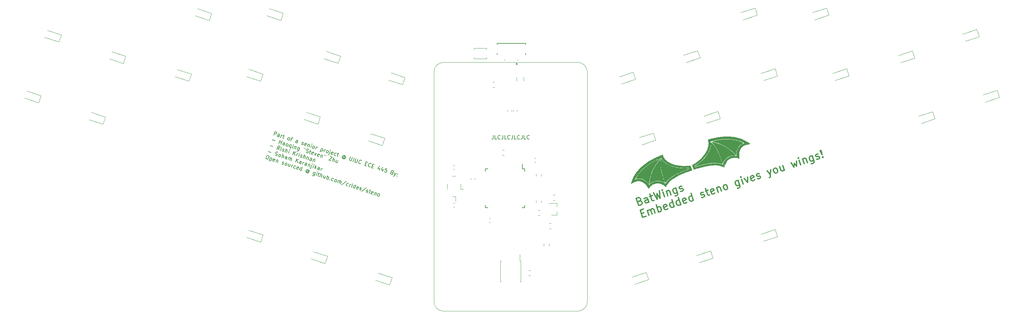
<source format=gbr>
G04 #@! TF.GenerationSoftware,KiCad,Pcbnew,5.1.6*
G04 #@! TF.CreationDate,2020-09-26T20:09:36-05:00*
G04 #@! TF.ProjectId,steno,7374656e-6f2e-46b6-9963-61645f706362,rev?*
G04 #@! TF.SameCoordinates,Original*
G04 #@! TF.FileFunction,Legend,Top*
G04 #@! TF.FilePolarity,Positive*
%FSLAX46Y46*%
G04 Gerber Fmt 4.6, Leading zero omitted, Abs format (unit mm)*
G04 Created by KiCad (PCBNEW 5.1.6) date 2020-09-26 20:09:36*
%MOMM*%
%LPD*%
G01*
G04 APERTURE LIST*
%ADD10C,0.150000*%
%ADD11C,0.300000*%
%ADD12C,0.010000*%
%ADD13C,0.120000*%
%ADD14C,0.127000*%
G04 APERTURE END LIST*
D10*
X85717286Y-91403892D02*
X86032935Y-90455016D01*
X86394412Y-90575263D01*
X86469750Y-90650510D01*
X86499904Y-90710725D01*
X86515026Y-90816125D01*
X86469934Y-90951679D01*
X86394687Y-91027017D01*
X86334472Y-91057171D01*
X86229072Y-91072294D01*
X85867595Y-90952047D01*
X87072823Y-91854819D02*
X87238163Y-91357789D01*
X87223041Y-91252389D01*
X87147702Y-91177143D01*
X86966964Y-91117019D01*
X86861564Y-91132142D01*
X87087854Y-91809635D02*
X86982454Y-91824758D01*
X86756531Y-91749603D01*
X86681193Y-91674357D01*
X86666070Y-91568957D01*
X86696132Y-91478588D01*
X86771379Y-91403249D01*
X86876779Y-91388127D01*
X87102701Y-91463281D01*
X87208101Y-91448158D01*
X87524669Y-92005129D02*
X87735102Y-91372545D01*
X87674978Y-91553283D02*
X87750224Y-91477945D01*
X87810440Y-91447791D01*
X87915840Y-91432668D01*
X88006209Y-91462730D01*
X88186947Y-91522854D02*
X88548424Y-91643101D01*
X88427718Y-91251654D02*
X88157161Y-92064977D01*
X88172284Y-92170377D01*
X88247622Y-92245623D01*
X88337991Y-92275685D01*
X89512790Y-92666488D02*
X89437452Y-92591242D01*
X89407298Y-92531027D01*
X89392176Y-92425626D01*
X89482361Y-92154519D01*
X89557607Y-92079181D01*
X89617823Y-92049027D01*
X89723223Y-92033904D01*
X89858777Y-92078997D01*
X89934115Y-92154243D01*
X89964269Y-92214459D01*
X89979391Y-92319859D01*
X89889206Y-92590966D01*
X89813959Y-92666305D01*
X89753744Y-92696458D01*
X89648344Y-92711581D01*
X89512790Y-92666488D01*
X90310622Y-92229306D02*
X90672099Y-92349553D01*
X90235743Y-92906983D02*
X90506300Y-92093661D01*
X90581546Y-92018322D01*
X90686946Y-92003200D01*
X90777315Y-92033261D01*
X91907573Y-93463126D02*
X92072912Y-92966096D01*
X92057790Y-92860696D01*
X91982451Y-92785450D01*
X91801713Y-92725326D01*
X91696313Y-92740449D01*
X91922603Y-93417942D02*
X91817203Y-93433065D01*
X91591281Y-93357910D01*
X91515942Y-93282664D01*
X91500820Y-93177264D01*
X91530881Y-93086895D01*
X91606128Y-93011556D01*
X91711528Y-92996434D01*
X91937451Y-93071588D01*
X92042851Y-93056465D01*
X93052218Y-93793715D02*
X93127556Y-93868961D01*
X93308294Y-93929085D01*
X93413694Y-93913962D01*
X93488941Y-93838624D01*
X93503972Y-93793439D01*
X93488849Y-93688039D01*
X93413511Y-93612793D01*
X93277957Y-93567700D01*
X93202619Y-93492453D01*
X93187496Y-93387053D01*
X93202527Y-93341869D01*
X93277773Y-93266531D01*
X93383173Y-93251408D01*
X93518727Y-93296501D01*
X93594065Y-93371747D01*
X94227017Y-94184518D02*
X94121617Y-94199641D01*
X93940878Y-94139517D01*
X93865540Y-94064271D01*
X93850417Y-93958871D01*
X93970665Y-93597394D01*
X94045911Y-93522056D01*
X94151311Y-93506933D01*
X94332049Y-93567057D01*
X94407387Y-93642303D01*
X94422510Y-93747703D01*
X94392448Y-93838072D01*
X93910541Y-93778133D01*
X94874264Y-93747428D02*
X94663831Y-94380012D01*
X94844202Y-93837797D02*
X94904418Y-93807643D01*
X95009818Y-93792520D01*
X95145372Y-93837613D01*
X95220710Y-93912860D01*
X95235833Y-94018260D01*
X95070493Y-94515290D01*
X95522338Y-94665599D02*
X95732771Y-94033015D01*
X95837987Y-93716723D02*
X95777772Y-93746877D01*
X95807926Y-93807092D01*
X95868141Y-93776938D01*
X95837987Y-93716723D01*
X95807926Y-93807092D01*
X96109738Y-94861001D02*
X96034399Y-94785754D01*
X96004246Y-94725539D01*
X95989123Y-94620139D01*
X96079308Y-94349031D01*
X96154555Y-94273693D01*
X96214770Y-94243539D01*
X96320170Y-94228417D01*
X96455724Y-94273509D01*
X96531062Y-94348756D01*
X96561216Y-94408971D01*
X96576339Y-94514371D01*
X96486153Y-94785479D01*
X96410907Y-94860817D01*
X96350691Y-94890971D01*
X96245291Y-94906093D01*
X96109738Y-94861001D01*
X96832691Y-95101495D02*
X97043124Y-94468911D01*
X96983000Y-94649650D02*
X97058246Y-94574311D01*
X97118462Y-94544158D01*
X97223862Y-94529035D01*
X97314231Y-94559097D01*
X98353476Y-94904808D02*
X98037827Y-95853684D01*
X98338445Y-94949992D02*
X98443845Y-94934869D01*
X98624584Y-94994993D01*
X98699922Y-95070239D01*
X98730075Y-95130455D01*
X98745198Y-95235855D01*
X98655013Y-95506962D01*
X98579766Y-95582301D01*
X98519551Y-95612454D01*
X98414151Y-95627577D01*
X98233413Y-95567453D01*
X98158074Y-95492207D01*
X99001550Y-95822979D02*
X99211983Y-95190395D01*
X99151859Y-95371133D02*
X99227106Y-95295795D01*
X99287321Y-95265641D01*
X99392721Y-95250518D01*
X99483090Y-95280580D01*
X99724503Y-96063473D02*
X99649165Y-95988227D01*
X99619012Y-95928011D01*
X99603889Y-95822611D01*
X99694074Y-95551504D01*
X99769321Y-95476166D01*
X99829536Y-95446012D01*
X99934936Y-95430889D01*
X100070490Y-95475982D01*
X100145828Y-95551228D01*
X100175982Y-95611444D01*
X100191105Y-95716844D01*
X100100919Y-95987951D01*
X100025673Y-96063290D01*
X99965457Y-96093443D01*
X99860057Y-96108566D01*
X99724503Y-96063473D01*
X100657889Y-95671384D02*
X100387333Y-96484706D01*
X100312087Y-96560044D01*
X100206687Y-96575167D01*
X100161502Y-96560136D01*
X100763106Y-95355092D02*
X100702890Y-95385245D01*
X100733044Y-95445461D01*
X100793259Y-95415307D01*
X100763106Y-95355092D01*
X100733044Y-95445461D01*
X101275810Y-96529340D02*
X101170410Y-96544462D01*
X100989671Y-96484339D01*
X100914333Y-96409092D01*
X100899210Y-96303692D01*
X101019458Y-95942216D01*
X101094704Y-95866877D01*
X101200104Y-95851755D01*
X101380842Y-95911878D01*
X101456181Y-95987125D01*
X101471303Y-96092525D01*
X101441242Y-96182894D01*
X100959334Y-96122954D01*
X102134317Y-96814927D02*
X102028917Y-96830050D01*
X101848178Y-96769926D01*
X101772840Y-96694679D01*
X101742686Y-96634464D01*
X101727564Y-96529064D01*
X101817749Y-96257957D01*
X101892996Y-96182618D01*
X101953211Y-96152465D01*
X102058611Y-96137342D01*
X102239349Y-96197465D01*
X102314688Y-96272712D01*
X102600826Y-96317713D02*
X102962302Y-96437960D01*
X102841596Y-96046513D02*
X102571040Y-96859836D01*
X102586162Y-96965236D01*
X102661501Y-97040482D01*
X102751870Y-97070544D01*
X104528823Y-97159811D02*
X104498670Y-97099595D01*
X104423332Y-97024349D01*
X104332962Y-96994287D01*
X104227562Y-97009410D01*
X104167347Y-97039564D01*
X104092100Y-97114902D01*
X104062039Y-97205271D01*
X104077161Y-97310671D01*
X104107315Y-97370887D01*
X104182653Y-97446133D01*
X104273022Y-97476195D01*
X104378423Y-97461072D01*
X104438638Y-97430918D01*
X104558885Y-97069442D02*
X104438638Y-97430918D01*
X104468792Y-97491134D01*
X104513976Y-97506165D01*
X104619376Y-97491042D01*
X104694623Y-97415704D01*
X104769777Y-97189781D01*
X104724501Y-97024165D01*
X104619009Y-96888703D01*
X104453302Y-96783395D01*
X104257532Y-96768456D01*
X104091917Y-96813733D01*
X103956455Y-96919225D01*
X103851147Y-97084932D01*
X103836208Y-97280701D01*
X103881484Y-97446317D01*
X103986976Y-97581779D01*
X104152683Y-97687087D01*
X104348453Y-97702026D01*
X104514068Y-97656749D01*
X106049701Y-97113708D02*
X105794175Y-97881846D01*
X105809298Y-97987246D01*
X105839452Y-98047461D01*
X105914790Y-98122707D01*
X106095528Y-98182831D01*
X106200928Y-98167708D01*
X106261144Y-98137555D01*
X106336390Y-98062216D01*
X106591915Y-97294079D01*
X106728112Y-98393264D02*
X107043761Y-97444388D01*
X107495607Y-97594697D02*
X107240081Y-98362835D01*
X107255204Y-98468235D01*
X107285358Y-98528450D01*
X107360696Y-98603696D01*
X107541434Y-98663820D01*
X107646834Y-98648697D01*
X107707050Y-98618544D01*
X107782296Y-98543205D01*
X108037822Y-97775068D01*
X108746295Y-98964255D02*
X108686080Y-98994408D01*
X108535495Y-98994500D01*
X108445126Y-98964438D01*
X108324603Y-98874161D01*
X108264296Y-98753730D01*
X108249173Y-98648330D01*
X108264112Y-98452561D01*
X108309205Y-98317007D01*
X108414513Y-98151300D01*
X108489759Y-98075961D01*
X108610190Y-98015654D01*
X108760775Y-98015562D01*
X108851144Y-98045624D01*
X108971667Y-98135901D01*
X109001821Y-98196117D01*
X110011188Y-98933366D02*
X110327480Y-99038582D01*
X110297693Y-99580705D02*
X109845848Y-99430396D01*
X110161497Y-98481520D01*
X110613342Y-98631829D01*
X111276631Y-99805985D02*
X111216416Y-99836139D01*
X111065831Y-99836231D01*
X110975462Y-99806169D01*
X110854939Y-99715892D01*
X110794632Y-99595461D01*
X110779509Y-99490061D01*
X110794448Y-99294291D01*
X110839541Y-99158738D01*
X110944849Y-98993030D01*
X111020095Y-98917692D01*
X111140526Y-98857385D01*
X111291111Y-98857293D01*
X111381480Y-98887355D01*
X111502003Y-98977632D01*
X111532157Y-99037848D01*
X111818570Y-99534602D02*
X112134862Y-99639819D01*
X112105076Y-100181942D02*
X111653230Y-100031633D01*
X111968880Y-99082757D01*
X112420725Y-99233066D01*
X113851784Y-100060408D02*
X113641352Y-100692992D01*
X113746109Y-99623777D02*
X113294722Y-100226391D01*
X113882122Y-100421793D01*
X114755476Y-100361027D02*
X114545043Y-100993611D01*
X114649800Y-99924395D02*
X114198414Y-100527010D01*
X114785813Y-100722411D01*
X115809568Y-100360384D02*
X115357722Y-100210075D01*
X115162229Y-100646889D01*
X115222444Y-100616736D01*
X115327844Y-100601613D01*
X115553767Y-100676767D01*
X115629105Y-100752014D01*
X115659259Y-100812229D01*
X115674382Y-100917629D01*
X115599227Y-101143552D01*
X115523981Y-101218891D01*
X115463765Y-101249044D01*
X115358365Y-101264167D01*
X115132443Y-101189012D01*
X115057104Y-101113766D01*
X115026951Y-101053551D01*
X117150350Y-101308249D02*
X117270873Y-101398527D01*
X117301026Y-101458742D01*
X117316149Y-101564142D01*
X117271056Y-101699696D01*
X117195810Y-101775034D01*
X117135595Y-101805188D01*
X117030195Y-101820310D01*
X116668718Y-101700063D01*
X116984367Y-100751187D01*
X117300659Y-100856404D01*
X117375997Y-100931650D01*
X117406151Y-100991865D01*
X117421274Y-101097265D01*
X117391212Y-101187635D01*
X117315965Y-101262973D01*
X117255750Y-101293127D01*
X117150350Y-101308249D01*
X116834058Y-101203033D01*
X117737658Y-101353066D02*
X117753148Y-102060805D01*
X118189503Y-101503375D02*
X117753148Y-102060805D01*
X117587624Y-102256666D01*
X117527409Y-102286820D01*
X117422008Y-102301942D01*
X118370609Y-102165838D02*
X118400763Y-102226053D01*
X118340547Y-102256207D01*
X118310393Y-102195991D01*
X118370609Y-102165838D01*
X118340547Y-102256207D01*
X118535949Y-101668807D02*
X118566103Y-101729023D01*
X118505887Y-101759176D01*
X118475733Y-101698961D01*
X118535949Y-101668807D01*
X118505887Y-101759176D01*
X85316712Y-92608061D02*
X86039666Y-92848555D01*
X87094217Y-93600835D02*
X87409866Y-92651959D01*
X87259557Y-93103805D02*
X87801772Y-93284176D01*
X87636432Y-93781206D02*
X87952081Y-92832330D01*
X88494939Y-94066793D02*
X88660279Y-93569763D01*
X88645156Y-93464363D01*
X88569818Y-93389117D01*
X88389080Y-93328993D01*
X88283680Y-93344116D01*
X88509970Y-94021609D02*
X88404570Y-94036732D01*
X88178647Y-93961577D01*
X88103309Y-93886331D01*
X88088186Y-93780931D01*
X88118248Y-93690561D01*
X88193494Y-93615223D01*
X88298894Y-93600101D01*
X88524817Y-93675255D01*
X88630217Y-93660132D01*
X89082338Y-94262195D02*
X89007000Y-94186949D01*
X88976846Y-94126733D01*
X88961724Y-94021333D01*
X89051909Y-93750226D01*
X89127156Y-93674888D01*
X89187371Y-93644734D01*
X89292771Y-93629611D01*
X89428325Y-93674704D01*
X89503663Y-93749950D01*
X89533817Y-93810166D01*
X89548939Y-93915566D01*
X89458754Y-94186673D01*
X89383508Y-94262012D01*
X89323292Y-94292165D01*
X89217892Y-94307288D01*
X89082338Y-94262195D01*
X90422385Y-94005384D02*
X90106736Y-94954260D01*
X90226984Y-94592783D02*
X90121584Y-94607906D01*
X89940845Y-94547782D01*
X89865507Y-94472536D01*
X89835353Y-94412321D01*
X89820231Y-94306921D01*
X89910416Y-94035813D01*
X89985662Y-93960475D01*
X90045878Y-93930321D01*
X90151278Y-93915198D01*
X90332016Y-93975322D01*
X90407354Y-94050568D01*
X90663798Y-94788277D02*
X90874231Y-94155693D01*
X90979447Y-93839401D02*
X90919232Y-93869555D01*
X90949386Y-93929770D01*
X91009601Y-93899616D01*
X90979447Y-93839401D01*
X90949386Y-93929770D01*
X91326077Y-94306002D02*
X91115644Y-94938586D01*
X91296015Y-94396371D02*
X91356230Y-94366217D01*
X91461630Y-94351095D01*
X91597184Y-94396187D01*
X91672522Y-94471434D01*
X91687645Y-94576834D01*
X91522305Y-95073864D01*
X92591245Y-94726867D02*
X92335719Y-95495005D01*
X92260473Y-95570343D01*
X92200258Y-95600497D01*
X92094857Y-95615620D01*
X91959304Y-95570527D01*
X91883966Y-95495281D01*
X92395843Y-95314267D02*
X92290443Y-95329390D01*
X92109705Y-95269266D01*
X92034366Y-95194020D01*
X92004213Y-95133804D01*
X91989090Y-95028404D01*
X92079275Y-94757297D01*
X92154522Y-94681958D01*
X92214737Y-94651805D01*
X92320137Y-94636682D01*
X92500876Y-94696806D01*
X92576214Y-94772052D01*
X93826075Y-94786348D02*
X93765952Y-94967086D01*
X94187552Y-94906595D02*
X94127428Y-95087334D01*
X94248410Y-95930534D02*
X94368933Y-96020811D01*
X94594856Y-96095966D01*
X94700256Y-96080843D01*
X94760472Y-96050689D01*
X94835718Y-95975351D01*
X94865780Y-95884982D01*
X94850657Y-95779582D01*
X94820503Y-95719366D01*
X94745165Y-95644120D01*
X94579458Y-95538812D01*
X94504120Y-95463566D01*
X94473966Y-95403350D01*
X94458843Y-95297950D01*
X94488905Y-95207581D01*
X94564151Y-95132243D01*
X94624367Y-95102089D01*
X94729767Y-95086966D01*
X94955690Y-95162121D01*
X95076213Y-95252398D01*
X95257135Y-95613691D02*
X95618611Y-95733938D01*
X95497905Y-95342492D02*
X95227348Y-96155814D01*
X95242471Y-96261214D01*
X95317809Y-96336460D01*
X95408178Y-96366522D01*
X96100978Y-96546801D02*
X95995578Y-96561924D01*
X95814840Y-96501800D01*
X95739501Y-96426554D01*
X95724379Y-96321154D01*
X95844626Y-95959677D01*
X95919872Y-95884339D01*
X96025272Y-95869216D01*
X96206011Y-95929340D01*
X96281349Y-96004586D01*
X96296472Y-96109986D01*
X96266410Y-96200355D01*
X95784502Y-96140416D01*
X96657856Y-96079649D02*
X96673346Y-96787388D01*
X97109702Y-96229958D01*
X97637253Y-97057852D02*
X97531853Y-97072975D01*
X97351115Y-97012851D01*
X97275777Y-96937605D01*
X97260654Y-96832205D01*
X97380901Y-96470728D01*
X97456148Y-96395390D01*
X97561548Y-96380267D01*
X97742286Y-96440391D01*
X97817624Y-96515637D01*
X97832747Y-96621037D01*
X97802685Y-96711406D01*
X97320778Y-96651466D01*
X98284501Y-96620762D02*
X98074068Y-97253346D01*
X98254439Y-96711131D02*
X98314655Y-96680977D01*
X98420055Y-96665854D01*
X98555608Y-96710947D01*
X98630947Y-96786193D01*
X98646069Y-96891593D01*
X98480729Y-97388624D01*
X99203040Y-96575026D02*
X99142916Y-96755764D01*
X99564516Y-96695273D02*
X99504392Y-96876011D01*
X100603761Y-97040984D02*
X101236345Y-97251417D01*
X100288112Y-97989860D01*
X100920696Y-98200293D01*
X101282173Y-98320540D02*
X101597822Y-97371664D01*
X101688834Y-98455818D02*
X101854174Y-97958788D01*
X101839051Y-97853388D01*
X101763713Y-97778141D01*
X101628159Y-97733049D01*
X101522759Y-97748171D01*
X101462544Y-97778325D01*
X102757773Y-98108821D02*
X102547341Y-98741405D01*
X102351112Y-97973543D02*
X102185772Y-98470573D01*
X102200895Y-98575974D01*
X102276233Y-98651220D01*
X102411787Y-98696313D01*
X102517187Y-98681190D01*
X102577403Y-98651036D01*
X84795891Y-94173706D02*
X85518845Y-94414200D01*
X87115611Y-95346851D02*
X86949628Y-94789789D01*
X86573396Y-95166480D02*
X86889045Y-94217604D01*
X87250522Y-94337852D01*
X87325860Y-94413098D01*
X87356014Y-94473313D01*
X87371136Y-94578713D01*
X87326044Y-94714267D01*
X87250797Y-94789605D01*
X87190582Y-94819759D01*
X87085182Y-94834882D01*
X86723705Y-94714635D01*
X87522272Y-95482129D02*
X87732705Y-94849545D01*
X87837921Y-94533253D02*
X87777706Y-94563407D01*
X87807859Y-94623622D01*
X87868075Y-94593469D01*
X87837921Y-94533253D01*
X87807859Y-94623622D01*
X87943964Y-95572223D02*
X88019302Y-95647469D01*
X88200041Y-95707593D01*
X88305441Y-95692470D01*
X88380687Y-95617132D01*
X88395718Y-95571947D01*
X88380595Y-95466547D01*
X88305257Y-95391301D01*
X88169703Y-95346208D01*
X88094365Y-95270962D01*
X88079242Y-95165562D01*
X88094273Y-95120377D01*
X88169520Y-95045039D01*
X88274920Y-95029916D01*
X88410473Y-95075009D01*
X88485812Y-95150255D01*
X88742256Y-95887964D02*
X89057905Y-94939088D01*
X89148917Y-96023242D02*
X89314257Y-95526212D01*
X89299134Y-95420812D01*
X89223796Y-95345565D01*
X89088242Y-95300473D01*
X88982842Y-95315595D01*
X88922627Y-95345749D01*
X89600763Y-96173551D02*
X89811195Y-95540967D01*
X89916412Y-95224675D02*
X89856196Y-95254829D01*
X89886350Y-95315044D01*
X89946565Y-95284891D01*
X89916412Y-95224675D01*
X89886350Y-95315044D01*
X90775561Y-96564355D02*
X91091210Y-95615479D01*
X91317776Y-96744726D02*
X91091486Y-96067232D01*
X91633425Y-95795849D02*
X90910840Y-96157693D01*
X91724437Y-96880004D02*
X91934870Y-96247420D01*
X91874746Y-96428158D02*
X91949993Y-96352820D01*
X92010208Y-96322666D01*
X92115608Y-96307543D01*
X92205978Y-96337605D01*
X92311837Y-97075405D02*
X92522270Y-96442821D01*
X92627486Y-96126529D02*
X92567270Y-96156683D01*
X92597424Y-96216899D01*
X92657640Y-96186745D01*
X92627486Y-96126529D01*
X92597424Y-96216899D01*
X92733529Y-97165499D02*
X92808867Y-97240745D01*
X92989605Y-97300869D01*
X93095005Y-97285746D01*
X93170252Y-97210408D01*
X93185283Y-97165223D01*
X93170160Y-97059823D01*
X93094822Y-96984577D01*
X92959268Y-96939484D01*
X92883930Y-96864238D01*
X92868807Y-96758838D01*
X92883838Y-96713653D01*
X92959084Y-96638315D01*
X93064484Y-96623192D01*
X93200038Y-96668285D01*
X93275376Y-96743531D01*
X93531820Y-97481240D02*
X93847469Y-96532364D01*
X93938481Y-97616518D02*
X94103821Y-97119488D01*
X94088699Y-97014088D01*
X94013360Y-96938841D01*
X93877807Y-96893749D01*
X93772407Y-96908871D01*
X93712191Y-96939025D01*
X94600760Y-97134243D02*
X94390327Y-97766827D01*
X94570698Y-97224612D02*
X94630913Y-97194459D01*
X94736314Y-97179336D01*
X94871867Y-97224429D01*
X94947205Y-97299675D01*
X94962328Y-97405075D01*
X94796988Y-97902105D01*
X95655495Y-98187693D02*
X95820835Y-97690662D01*
X95805712Y-97585262D01*
X95730374Y-97510016D01*
X95549636Y-97449892D01*
X95444236Y-97465015D01*
X95670526Y-98142508D02*
X95565126Y-98157631D01*
X95339203Y-98082476D01*
X95263865Y-98007230D01*
X95248742Y-97901830D01*
X95278804Y-97811461D01*
X95354050Y-97736122D01*
X95459450Y-97721000D01*
X95685373Y-97796154D01*
X95790773Y-97781031D01*
X96317774Y-97705418D02*
X96107341Y-98338002D01*
X96287712Y-97795787D02*
X96347927Y-97765633D01*
X96453327Y-97750510D01*
X96588881Y-97795603D01*
X96664219Y-97870849D01*
X96679342Y-97976249D01*
X96514002Y-98473280D01*
X84275070Y-95739351D02*
X84998024Y-95979845D01*
X86022422Y-96671910D02*
X86142944Y-96762187D01*
X86368867Y-96837342D01*
X86474267Y-96822219D01*
X86534483Y-96792065D01*
X86609729Y-96716727D01*
X86639791Y-96626358D01*
X86624668Y-96520958D01*
X86594514Y-96460742D01*
X86519176Y-96385496D01*
X86353469Y-96280188D01*
X86278131Y-96204941D01*
X86247977Y-96144726D01*
X86232854Y-96039326D01*
X86262916Y-95948957D01*
X86338162Y-95873618D01*
X86398378Y-95843465D01*
X86503778Y-95828342D01*
X86729701Y-95903497D01*
X86850224Y-95993774D01*
X87091820Y-97077836D02*
X87016482Y-97002590D01*
X86986328Y-96942374D01*
X86971206Y-96836974D01*
X87061391Y-96565867D01*
X87136638Y-96490529D01*
X87196853Y-96460375D01*
X87302253Y-96445252D01*
X87437807Y-96490345D01*
X87513145Y-96565591D01*
X87543299Y-96625807D01*
X87558421Y-96731207D01*
X87468236Y-97002314D01*
X87392990Y-97077652D01*
X87332774Y-97107806D01*
X87227374Y-97122929D01*
X87091820Y-97077836D01*
X87814773Y-97318331D02*
X88130423Y-96369455D01*
X88221435Y-97453609D02*
X88386775Y-96956579D01*
X88371652Y-96851178D01*
X88296314Y-96775932D01*
X88160760Y-96730839D01*
X88055360Y-96745962D01*
X87995144Y-96776116D01*
X89079942Y-97739196D02*
X89245281Y-97242166D01*
X89230159Y-97136766D01*
X89154820Y-97061519D01*
X88974082Y-97001396D01*
X88868682Y-97016518D01*
X89094972Y-97694011D02*
X88989572Y-97709134D01*
X88763650Y-97633980D01*
X88688311Y-97558733D01*
X88673189Y-97453333D01*
X88703250Y-97362964D01*
X88778497Y-97287626D01*
X88883897Y-97272503D01*
X89109820Y-97347658D01*
X89215220Y-97332535D01*
X89531787Y-97889505D02*
X89742220Y-97256921D01*
X89712158Y-97347290D02*
X89772374Y-97317137D01*
X89877774Y-97302014D01*
X90013327Y-97347107D01*
X90088666Y-97422353D01*
X90103788Y-97527753D01*
X89938448Y-98024783D01*
X90103788Y-97527753D02*
X90179035Y-97452415D01*
X90284435Y-97437292D01*
X90419988Y-97482385D01*
X90495327Y-97557631D01*
X90510449Y-97663031D01*
X90345110Y-98160061D01*
X91519908Y-98550865D02*
X91835557Y-97601989D01*
X92062123Y-98731236D02*
X91835833Y-98053743D01*
X92377772Y-97782360D02*
X91655187Y-98144204D01*
X92875446Y-99001792D02*
X93040786Y-98504762D01*
X93025663Y-98399362D01*
X92950325Y-98324115D01*
X92769586Y-98263992D01*
X92664186Y-98279115D01*
X92890476Y-98956608D02*
X92785076Y-98971730D01*
X92559154Y-98896576D01*
X92483815Y-98821329D01*
X92468693Y-98715929D01*
X92498754Y-98625560D01*
X92574001Y-98550222D01*
X92679401Y-98535099D01*
X92905324Y-98610254D01*
X93010724Y-98595131D01*
X93327291Y-99152101D02*
X93537724Y-98519517D01*
X93477600Y-98700256D02*
X93552847Y-98624917D01*
X93613062Y-98594764D01*
X93718462Y-98579641D01*
X93808831Y-98609703D01*
X94321352Y-99482781D02*
X94486692Y-98985751D01*
X94471569Y-98880351D01*
X94396231Y-98805104D01*
X94215493Y-98744981D01*
X94110092Y-98760104D01*
X94336383Y-99437597D02*
X94230983Y-99452719D01*
X94005060Y-99377565D01*
X93929722Y-99302318D01*
X93914599Y-99196918D01*
X93944661Y-99106549D01*
X94019907Y-99031211D01*
X94125307Y-99016088D01*
X94351230Y-99091243D01*
X94456630Y-99076120D01*
X94983630Y-99000506D02*
X94773198Y-99633090D01*
X94953568Y-99090875D02*
X95013784Y-99060722D01*
X95119184Y-99045599D01*
X95254738Y-99090692D01*
X95330076Y-99165938D01*
X95345199Y-99271338D01*
X95179859Y-99768368D01*
X95842137Y-99286093D02*
X95571581Y-100099416D01*
X95496334Y-100174754D01*
X95390934Y-100189877D01*
X95345750Y-100174846D01*
X95947353Y-98969801D02*
X95887138Y-98999955D01*
X95917292Y-99060171D01*
X95977507Y-99030017D01*
X95947353Y-98969801D01*
X95917292Y-99060171D01*
X96083550Y-100068987D02*
X96293983Y-99436403D01*
X96399199Y-99120111D02*
X96338984Y-99150264D01*
X96369137Y-99210480D01*
X96429353Y-99180326D01*
X96399199Y-99120111D01*
X96369137Y-99210480D01*
X96535396Y-100219296D02*
X96851045Y-99270420D01*
X96746012Y-99887881D02*
X96896872Y-100339543D01*
X97107305Y-99706959D02*
X96625581Y-99948188D01*
X97710195Y-100610099D02*
X97875535Y-100113069D01*
X97860412Y-100007669D01*
X97785074Y-99932422D01*
X97604335Y-99872299D01*
X97498935Y-99887422D01*
X97725226Y-100564915D02*
X97619826Y-100580037D01*
X97393903Y-100504883D01*
X97318565Y-100429636D01*
X97303442Y-100324236D01*
X97333504Y-100233867D01*
X97408750Y-100158529D01*
X97514150Y-100143406D01*
X97740073Y-100218561D01*
X97845473Y-100203438D01*
X98162040Y-100760408D02*
X98372473Y-100127824D01*
X98312350Y-100308563D02*
X98387596Y-100233224D01*
X98447811Y-100203071D01*
X98553211Y-100187948D01*
X98643581Y-100218010D01*
X84130389Y-96777720D02*
X84311128Y-96837843D01*
X84386466Y-96913090D01*
X84446773Y-97033521D01*
X84431834Y-97229290D01*
X84326618Y-97545582D01*
X84221310Y-97711289D01*
X84100879Y-97771597D01*
X83995479Y-97786719D01*
X83814740Y-97726596D01*
X83739402Y-97651349D01*
X83679095Y-97530919D01*
X83694034Y-97335149D01*
X83799250Y-97018857D01*
X83904558Y-96853150D01*
X84024989Y-96792843D01*
X84130389Y-96777720D01*
X84838495Y-97364568D02*
X84522846Y-98313444D01*
X84823465Y-97409753D02*
X84928865Y-97394630D01*
X85109603Y-97454754D01*
X85184941Y-97530000D01*
X85215095Y-97590215D01*
X85230218Y-97695616D01*
X85140032Y-97966723D01*
X85064786Y-98042061D01*
X85004570Y-98072215D01*
X84899170Y-98087338D01*
X84718432Y-98027214D01*
X84643094Y-97951968D01*
X85863077Y-98357802D02*
X85757677Y-98372925D01*
X85576939Y-98312801D01*
X85501601Y-98237555D01*
X85486478Y-98132155D01*
X85606725Y-97770678D01*
X85681971Y-97695340D01*
X85787371Y-97680217D01*
X85968110Y-97740341D01*
X86043448Y-97815587D01*
X86058571Y-97920987D01*
X86028509Y-98011356D01*
X85546601Y-97951417D01*
X86510325Y-97920712D02*
X86299892Y-98553296D01*
X86480263Y-98011081D02*
X86540478Y-97980927D01*
X86645878Y-97965804D01*
X86781432Y-98010897D01*
X86856770Y-98086144D01*
X86871893Y-98191544D01*
X86706553Y-98688574D01*
X87851198Y-99019162D02*
X87926536Y-99094408D01*
X88107275Y-99154532D01*
X88212675Y-99139409D01*
X88287921Y-99064071D01*
X88302952Y-99018886D01*
X88287829Y-98913486D01*
X88212491Y-98838240D01*
X88076937Y-98793147D01*
X88001599Y-98717901D01*
X87986476Y-98612501D01*
X88001507Y-98567316D01*
X88076754Y-98491978D01*
X88182154Y-98476855D01*
X88317707Y-98521948D01*
X88393046Y-98597194D01*
X88785043Y-99379996D02*
X88709705Y-99304749D01*
X88679551Y-99244534D01*
X88664429Y-99139134D01*
X88754614Y-98868026D01*
X88829861Y-98792688D01*
X88890076Y-98762534D01*
X88995476Y-98747412D01*
X89131030Y-98792504D01*
X89206368Y-98867751D01*
X89236522Y-98927966D01*
X89251644Y-99033366D01*
X89161459Y-99304474D01*
X89086213Y-99379812D01*
X89025997Y-99409966D01*
X88920597Y-99425088D01*
X88785043Y-99379996D01*
X90125090Y-99123184D02*
X89914658Y-99755768D01*
X89718429Y-98987906D02*
X89553089Y-99484936D01*
X89568212Y-99590336D01*
X89643550Y-99665583D01*
X89779104Y-99710676D01*
X89884504Y-99695553D01*
X89944719Y-99665399D01*
X90366503Y-99906077D02*
X90576936Y-99273493D01*
X90516812Y-99454232D02*
X90592059Y-99378893D01*
X90652274Y-99348740D01*
X90757674Y-99333617D01*
X90848044Y-99363679D01*
X91375595Y-100191573D02*
X91270195Y-100206695D01*
X91089457Y-100146572D01*
X91014118Y-100071325D01*
X90983965Y-100011110D01*
X90968842Y-99905710D01*
X91059027Y-99634602D01*
X91134274Y-99559264D01*
X91194489Y-99529111D01*
X91299889Y-99513988D01*
X91480628Y-99574111D01*
X91555966Y-99649358D01*
X92143733Y-100447098D02*
X92038333Y-100462221D01*
X91857594Y-100402097D01*
X91782256Y-100326851D01*
X91767133Y-100221451D01*
X91887381Y-99859974D01*
X91962627Y-99784636D01*
X92068027Y-99769513D01*
X92248765Y-99829637D01*
X92324103Y-99904883D01*
X92339226Y-100010283D01*
X92309164Y-100100652D01*
X91827257Y-100040713D01*
X92987209Y-100777870D02*
X93302858Y-99828994D01*
X93002239Y-100732685D02*
X92896839Y-100747808D01*
X92716101Y-100687684D01*
X92640763Y-100612438D01*
X92610609Y-100552223D01*
X92595486Y-100446823D01*
X92685672Y-100175715D01*
X92760918Y-100100377D01*
X92821134Y-100070223D01*
X92926534Y-100055100D01*
X93107272Y-100115224D01*
X93182610Y-100190470D01*
X94899716Y-100912230D02*
X94869562Y-100852014D01*
X94794224Y-100776768D01*
X94703855Y-100746706D01*
X94598455Y-100761829D01*
X94538239Y-100791982D01*
X94462993Y-100867321D01*
X94432931Y-100957690D01*
X94448054Y-101063090D01*
X94478208Y-101123305D01*
X94553546Y-101198552D01*
X94643915Y-101228613D01*
X94749315Y-101213491D01*
X94809530Y-101183337D01*
X94929778Y-100821860D02*
X94809530Y-101183337D01*
X94839684Y-101243552D01*
X94884869Y-101258583D01*
X94990269Y-101243461D01*
X95065515Y-101168122D01*
X95140670Y-100942199D01*
X95095393Y-100776584D01*
X94989901Y-100641122D01*
X94824194Y-100535814D01*
X94628425Y-100520875D01*
X94462809Y-100566151D01*
X94327347Y-100671643D01*
X94222039Y-100837351D01*
X94207100Y-101033120D01*
X94252377Y-101198735D01*
X94357868Y-101334197D01*
X94523576Y-101439505D01*
X94719345Y-101454444D01*
X94884961Y-101409168D01*
X96722038Y-101317697D02*
X96466512Y-102085834D01*
X96391266Y-102161173D01*
X96331051Y-102191326D01*
X96225651Y-102206449D01*
X96090097Y-102161356D01*
X96014759Y-102086110D01*
X96526636Y-101905096D02*
X96421236Y-101920219D01*
X96240498Y-101860095D01*
X96165160Y-101784849D01*
X96135006Y-101724633D01*
X96119883Y-101619233D01*
X96210069Y-101348126D01*
X96285315Y-101272788D01*
X96345530Y-101242634D01*
X96450930Y-101227511D01*
X96631669Y-101287635D01*
X96707007Y-101362881D01*
X96963451Y-102100590D02*
X97173884Y-101468006D01*
X97279100Y-101151714D02*
X97218884Y-101181867D01*
X97249038Y-101242083D01*
X97309254Y-101211929D01*
X97279100Y-101151714D01*
X97249038Y-101242083D01*
X97490176Y-101573222D02*
X97851652Y-101693469D01*
X97730946Y-101302023D02*
X97460389Y-102115345D01*
X97475512Y-102220745D01*
X97550850Y-102295991D01*
X97641219Y-102326053D01*
X97957511Y-102431270D02*
X98273161Y-101482394D01*
X98364173Y-102566548D02*
X98529513Y-102069517D01*
X98514390Y-101964117D01*
X98439052Y-101888871D01*
X98303498Y-101843778D01*
X98198098Y-101858901D01*
X98137882Y-101889055D01*
X99433112Y-102219551D02*
X99222679Y-102852135D01*
X99026451Y-102084273D02*
X98861111Y-102581303D01*
X98876234Y-102686703D01*
X98951572Y-102761950D01*
X99087126Y-102807042D01*
X99192526Y-102791920D01*
X99252741Y-102761766D01*
X99674525Y-103002444D02*
X99990174Y-102053568D01*
X99869927Y-102415045D02*
X99975327Y-102399922D01*
X100156065Y-102460045D01*
X100231404Y-102535292D01*
X100261557Y-102595507D01*
X100276680Y-102700907D01*
X100186495Y-102972015D01*
X100111248Y-103047353D01*
X100051033Y-103077507D01*
X99945633Y-103092630D01*
X99764894Y-103032506D01*
X99689556Y-102957259D01*
X100563094Y-103197662D02*
X100593248Y-103257878D01*
X100533032Y-103288031D01*
X100502878Y-103227816D01*
X100563094Y-103197662D01*
X100533032Y-103288031D01*
X101406570Y-103528434D02*
X101301170Y-103543557D01*
X101120432Y-103483433D01*
X101045093Y-103408187D01*
X101014940Y-103347971D01*
X100999817Y-103242571D01*
X101090002Y-102971464D01*
X101165249Y-102896125D01*
X101225464Y-102865972D01*
X101330864Y-102850849D01*
X101511602Y-102910973D01*
X101586941Y-102986219D01*
X101933754Y-103753989D02*
X101858416Y-103678743D01*
X101828262Y-103618528D01*
X101813139Y-103513127D01*
X101903325Y-103242020D01*
X101978571Y-103166682D01*
X102038786Y-103136528D01*
X102144187Y-103121405D01*
X102279740Y-103166498D01*
X102355078Y-103241744D01*
X102385232Y-103301960D01*
X102400355Y-103407360D01*
X102310169Y-103678467D01*
X102234923Y-103753806D01*
X102174708Y-103783959D01*
X102069308Y-103799082D01*
X101933754Y-103753989D01*
X102656707Y-103994484D02*
X102867140Y-103361900D01*
X102837078Y-103452269D02*
X102897293Y-103422115D01*
X103002693Y-103406993D01*
X103138247Y-103452085D01*
X103213585Y-103527332D01*
X103228708Y-103632732D01*
X103063368Y-104129762D01*
X103228708Y-103632732D02*
X103303954Y-103557394D01*
X103409355Y-103542271D01*
X103544908Y-103587363D01*
X103620246Y-103662610D01*
X103635369Y-103768010D01*
X103470029Y-104265040D01*
X104930324Y-103646752D02*
X103711167Y-104596179D01*
X105337628Y-104836123D02*
X105232228Y-104851246D01*
X105051489Y-104791122D01*
X104976151Y-104715876D01*
X104945997Y-104655660D01*
X104930875Y-104550260D01*
X105021060Y-104279153D01*
X105096306Y-104203814D01*
X105156522Y-104173661D01*
X105261922Y-104158538D01*
X105442660Y-104218662D01*
X105517998Y-104293908D01*
X105729258Y-105016586D02*
X105939691Y-104384002D01*
X105879567Y-104564740D02*
X105954813Y-104489402D01*
X106015029Y-104459248D01*
X106120429Y-104444125D01*
X106210798Y-104474187D01*
X106316657Y-105211987D02*
X106527090Y-104579403D01*
X106632306Y-104263111D02*
X106572091Y-104293265D01*
X106602245Y-104353480D01*
X106662460Y-104323327D01*
X106632306Y-104263111D01*
X106602245Y-104353480D01*
X107175164Y-105497575D02*
X107490813Y-104548699D01*
X107190195Y-105452390D02*
X107084795Y-105467513D01*
X106904057Y-105407389D01*
X106828718Y-105332143D01*
X106798565Y-105271927D01*
X106783442Y-105166527D01*
X106873628Y-104895420D01*
X106948874Y-104820082D01*
X107009089Y-104789928D01*
X107114489Y-104774805D01*
X107295228Y-104834929D01*
X107370566Y-104910175D01*
X108003517Y-105722946D02*
X107898117Y-105738069D01*
X107717379Y-105677945D01*
X107642041Y-105602699D01*
X107626918Y-105497299D01*
X107747165Y-105135822D01*
X107822412Y-105060484D01*
X107927812Y-105045361D01*
X108108550Y-105105485D01*
X108183888Y-105180731D01*
X108199011Y-105286131D01*
X108168949Y-105376501D01*
X107687042Y-105316561D01*
X108410179Y-105858224D02*
X108485517Y-105933471D01*
X108666255Y-105993594D01*
X108771655Y-105978472D01*
X108846901Y-105903133D01*
X108861932Y-105857949D01*
X108846810Y-105752549D01*
X108771471Y-105677302D01*
X108635918Y-105632210D01*
X108560579Y-105556963D01*
X108545457Y-105451563D01*
X108560488Y-105406379D01*
X108635734Y-105331040D01*
X108741134Y-105315918D01*
X108876688Y-105361010D01*
X108952026Y-105436257D01*
X110216918Y-105405368D02*
X108997762Y-106354795D01*
X110172377Y-106444430D02*
X110247715Y-106519676D01*
X110428453Y-106579800D01*
X110533853Y-106564677D01*
X110609100Y-106489339D01*
X110624131Y-106444154D01*
X110609008Y-106338754D01*
X110533670Y-106263508D01*
X110398116Y-106218415D01*
X110322778Y-106143169D01*
X110307655Y-106037769D01*
X110322686Y-105992584D01*
X110397932Y-105917246D01*
X110503332Y-105902123D01*
X110638886Y-105947216D01*
X110714224Y-106022462D01*
X111045547Y-106082494D02*
X111407024Y-106202741D01*
X111286317Y-105811295D02*
X111015761Y-106624617D01*
X111030884Y-106730017D01*
X111106222Y-106805263D01*
X111196591Y-106835325D01*
X111889391Y-107015604D02*
X111783991Y-107030727D01*
X111603252Y-106970603D01*
X111527914Y-106895357D01*
X111512791Y-106789957D01*
X111633038Y-106428480D01*
X111708285Y-106353142D01*
X111813685Y-106338019D01*
X111994423Y-106398143D01*
X112069761Y-106473389D01*
X112084884Y-106578789D01*
X112054822Y-106669159D01*
X111572915Y-106609219D01*
X112536638Y-106578514D02*
X112326205Y-107211098D01*
X112506576Y-106668883D02*
X112566792Y-106638729D01*
X112672192Y-106623607D01*
X112807745Y-106668699D01*
X112883084Y-106743946D01*
X112898206Y-106849346D01*
X112732867Y-107346376D01*
X113320266Y-107541778D02*
X113244928Y-107466531D01*
X113214774Y-107406316D01*
X113199651Y-107300916D01*
X113289837Y-107029808D01*
X113365083Y-106954470D01*
X113425299Y-106924317D01*
X113530699Y-106909194D01*
X113666252Y-106954287D01*
X113741591Y-107029533D01*
X113771744Y-107089748D01*
X113786867Y-107195148D01*
X113696682Y-107466256D01*
X113621435Y-107541594D01*
X113561220Y-107571748D01*
X113455820Y-107586871D01*
X113320266Y-107541778D01*
D11*
X182703546Y-108876507D02*
X183004716Y-108876691D01*
X183125147Y-108936999D01*
X183275639Y-109087675D01*
X183365825Y-109358782D01*
X183335579Y-109569583D01*
X183275272Y-109690013D01*
X183124595Y-109840506D01*
X182401642Y-110081001D01*
X181770344Y-108183249D01*
X182402928Y-107972816D01*
X182613728Y-108003062D01*
X182734159Y-108063369D01*
X182884652Y-108214045D01*
X182944776Y-108394784D01*
X182914530Y-108605584D01*
X182854223Y-108726015D01*
X182703546Y-108876507D01*
X182070962Y-109086940D01*
X185112717Y-109179146D02*
X184782037Y-108185086D01*
X184631544Y-108034409D01*
X184420744Y-108004164D01*
X184059267Y-108124411D01*
X183908591Y-108274904D01*
X185082655Y-109088777D02*
X184931978Y-109239270D01*
X184480133Y-109389579D01*
X184269332Y-109359334D01*
X184118840Y-109208657D01*
X184058716Y-109027919D01*
X184088962Y-108817119D01*
X184239638Y-108666626D01*
X184691484Y-108516317D01*
X184842160Y-108365824D01*
X185324435Y-107703546D02*
X186047388Y-107463051D01*
X185385110Y-106980776D02*
X185926223Y-108607421D01*
X186076715Y-108758097D01*
X186287515Y-108788343D01*
X186468254Y-108728219D01*
X186288801Y-106680158D02*
X187371945Y-108427601D01*
X187282495Y-106951817D01*
X188094898Y-108187107D01*
X187915446Y-106139045D01*
X189269697Y-107796303D02*
X188848832Y-106531135D01*
X188638399Y-105898551D02*
X188578092Y-106018982D01*
X188698523Y-106079289D01*
X188758830Y-105958858D01*
X188638399Y-105898551D01*
X188698523Y-106079289D01*
X189752523Y-106230517D02*
X190173389Y-107495685D01*
X189812647Y-106411255D02*
X189872954Y-106290824D01*
X190023631Y-106140331D01*
X190294738Y-106050146D01*
X190505538Y-106080391D01*
X190656031Y-106231068D01*
X190986711Y-107225129D01*
X192282859Y-105388786D02*
X192793910Y-106925061D01*
X192763665Y-107135862D01*
X192703357Y-107256293D01*
X192552681Y-107406785D01*
X192281573Y-107496971D01*
X192070773Y-107466725D01*
X192673663Y-106563585D02*
X192522986Y-106714078D01*
X192161510Y-106834325D01*
X191950710Y-106804079D01*
X191830279Y-106743772D01*
X191679786Y-106593096D01*
X191499415Y-106050881D01*
X191529661Y-105840081D01*
X191589968Y-105719650D01*
X191740644Y-105569157D01*
X192102121Y-105448910D01*
X192312921Y-105479155D01*
X193486985Y-106293029D02*
X193697785Y-106323274D01*
X194059262Y-106203027D01*
X194209938Y-106052534D01*
X194240184Y-105841734D01*
X194210122Y-105751365D01*
X194059629Y-105600688D01*
X193848829Y-105570443D01*
X193577722Y-105660628D01*
X193366922Y-105630383D01*
X193216429Y-105479706D01*
X193186367Y-105389337D01*
X193216613Y-105178537D01*
X193367289Y-105028044D01*
X193638396Y-104937859D01*
X193849197Y-104968104D01*
X183112604Y-112218231D02*
X183745188Y-112007798D01*
X184346976Y-112911674D02*
X183443284Y-113212292D01*
X182811986Y-111314540D01*
X183715678Y-111013922D01*
X185160298Y-112641117D02*
X184739433Y-111375949D01*
X184799556Y-111556688D02*
X184859864Y-111436257D01*
X185010540Y-111285764D01*
X185281647Y-111195578D01*
X185492448Y-111225824D01*
X185642940Y-111376500D01*
X185973620Y-112370561D01*
X185642940Y-111376500D02*
X185673186Y-111165700D01*
X185823862Y-111015208D01*
X186094970Y-110925022D01*
X186305770Y-110955268D01*
X186456263Y-111105944D01*
X186786943Y-112100005D01*
X187690634Y-111799387D02*
X187059336Y-109901635D01*
X187299830Y-110624588D02*
X187450507Y-110474095D01*
X187811984Y-110353848D01*
X188022784Y-110384093D01*
X188143215Y-110444400D01*
X188293707Y-110595077D01*
X188474078Y-111137292D01*
X188443833Y-111348092D01*
X188383525Y-111468523D01*
X188232849Y-111619016D01*
X187871372Y-111739263D01*
X187660572Y-111709017D01*
X190100539Y-110897348D02*
X189949863Y-111047841D01*
X189588386Y-111168088D01*
X189377586Y-111137843D01*
X189227093Y-110987166D01*
X188986599Y-110264213D01*
X189016844Y-110053413D01*
X189167521Y-109902920D01*
X189528997Y-109782673D01*
X189739797Y-109812919D01*
X189890290Y-109963595D01*
X189950414Y-110144333D01*
X189106846Y-110625690D01*
X191847615Y-110416543D02*
X191216317Y-108518791D01*
X191817553Y-110326174D02*
X191666876Y-110476667D01*
X191305400Y-110596914D01*
X191094600Y-110566668D01*
X190974169Y-110506361D01*
X190823676Y-110355685D01*
X190643305Y-109813470D01*
X190673551Y-109602670D01*
X190733858Y-109482239D01*
X190884534Y-109331746D01*
X191246011Y-109211499D01*
X191456811Y-109241744D01*
X193564628Y-109845369D02*
X192933330Y-107947617D01*
X193534567Y-109755000D02*
X193383890Y-109905492D01*
X193022414Y-110025740D01*
X192811613Y-109995494D01*
X192691182Y-109935187D01*
X192540690Y-109784510D01*
X192360319Y-109242295D01*
X192390564Y-109031495D01*
X192450872Y-108911064D01*
X192601548Y-108760572D01*
X192963025Y-108640324D01*
X193173825Y-108670570D01*
X195161211Y-109213887D02*
X195010535Y-109364380D01*
X194649058Y-109484627D01*
X194438258Y-109454381D01*
X194287765Y-109303705D01*
X194047271Y-108580752D01*
X194077516Y-108369952D01*
X194228193Y-108219459D01*
X194589669Y-108099212D01*
X194800469Y-108129457D01*
X194950962Y-108280134D01*
X195011086Y-108460872D01*
X194167518Y-108942228D01*
X196908287Y-108733082D02*
X196276989Y-106835330D01*
X196878225Y-108642712D02*
X196727548Y-108793205D01*
X196366072Y-108913452D01*
X196155272Y-108883207D01*
X196034841Y-108822900D01*
X195884348Y-108672223D01*
X195703977Y-108130008D01*
X195734223Y-107919208D01*
X195794530Y-107798777D01*
X195945206Y-107648284D01*
X196306683Y-107528037D01*
X196517483Y-107558283D01*
X199137454Y-107891167D02*
X199348254Y-107921413D01*
X199709730Y-107801165D01*
X199860407Y-107650673D01*
X199890652Y-107439873D01*
X199860590Y-107349503D01*
X199710098Y-107198827D01*
X199499297Y-107168581D01*
X199228190Y-107258767D01*
X199017390Y-107228521D01*
X198866897Y-107077845D01*
X198836835Y-106987476D01*
X198867081Y-106776676D01*
X199017757Y-106626183D01*
X199288865Y-106535997D01*
X199499665Y-106566243D01*
X200102187Y-106265441D02*
X200825140Y-106024947D01*
X200162862Y-105542672D02*
X200703974Y-107169316D01*
X200854467Y-107319993D01*
X201065267Y-107350238D01*
X201246006Y-107290115D01*
X202571481Y-106748818D02*
X202420804Y-106899311D01*
X202059328Y-107019558D01*
X201848528Y-106989313D01*
X201698035Y-106838636D01*
X201457541Y-106115683D01*
X201487786Y-105904883D01*
X201638463Y-105754390D01*
X201999939Y-105634143D01*
X202210739Y-105664389D01*
X202361232Y-105815065D01*
X202421356Y-105995803D01*
X201577788Y-106477160D01*
X203084369Y-105273401D02*
X203505234Y-106538569D01*
X203144492Y-105454140D02*
X203204800Y-105333709D01*
X203355476Y-105183216D01*
X203626584Y-105093030D01*
X203837384Y-105123276D01*
X203987877Y-105273952D01*
X204318557Y-106268013D01*
X205493355Y-105877209D02*
X205282555Y-105846964D01*
X205162124Y-105786657D01*
X205011632Y-105635980D01*
X204831261Y-105093765D01*
X204861506Y-104882965D01*
X204921814Y-104762534D01*
X205072490Y-104612041D01*
X205343597Y-104521856D01*
X205554398Y-104552101D01*
X205674829Y-104612409D01*
X205825321Y-104763085D01*
X206005692Y-105305300D01*
X205975447Y-105516100D01*
X205915139Y-105636531D01*
X205764463Y-105787024D01*
X205493355Y-105877209D01*
X208777625Y-103379507D02*
X209288676Y-104915782D01*
X209258430Y-105126583D01*
X209198123Y-105247014D01*
X209047446Y-105397506D01*
X208776339Y-105487692D01*
X208565539Y-105457446D01*
X209168428Y-104554306D02*
X209017752Y-104704799D01*
X208656275Y-104825046D01*
X208445475Y-104794800D01*
X208325044Y-104734493D01*
X208174552Y-104583817D01*
X207994181Y-104041602D01*
X208024426Y-103830802D01*
X208084734Y-103710371D01*
X208235410Y-103559878D01*
X208596887Y-103439631D01*
X208807687Y-103469876D01*
X210102182Y-104344057D02*
X209681316Y-103078889D01*
X209470884Y-102446305D02*
X209410576Y-102566736D01*
X209531007Y-102627043D01*
X209591315Y-102506612D01*
X209470884Y-102446305D01*
X209531007Y-102627043D01*
X210404270Y-102838394D02*
X211276981Y-103953253D01*
X211307961Y-102537776D01*
X213144671Y-103231586D02*
X212993994Y-103382079D01*
X212632518Y-103502326D01*
X212421718Y-103472081D01*
X212271225Y-103321404D01*
X212030730Y-102598451D01*
X212060976Y-102387651D01*
X212211652Y-102237158D01*
X212573129Y-102116911D01*
X212783929Y-102147156D01*
X212934422Y-102297833D01*
X212994545Y-102478571D01*
X212150978Y-102959928D01*
X213957993Y-102961030D02*
X214168793Y-102991275D01*
X214530270Y-102871028D01*
X214680946Y-102720535D01*
X214711192Y-102509735D01*
X214681130Y-102419366D01*
X214530637Y-102268690D01*
X214319837Y-102238444D01*
X214048730Y-102328629D01*
X213837930Y-102298384D01*
X213687437Y-102147707D01*
X213657375Y-102057338D01*
X213687621Y-101846538D01*
X213838297Y-101696045D01*
X214109404Y-101605860D01*
X214320205Y-101636106D01*
X216459002Y-100824253D02*
X217331713Y-101939112D01*
X217362694Y-100523635D02*
X217331713Y-101939112D01*
X217301284Y-102451081D01*
X217240977Y-102571512D01*
X217090300Y-102722005D01*
X218777620Y-101458123D02*
X218566819Y-101427877D01*
X218446388Y-101367570D01*
X218295896Y-101216894D01*
X218115525Y-100674679D01*
X218145770Y-100463879D01*
X218206078Y-100343448D01*
X218356754Y-100192955D01*
X218627862Y-100102769D01*
X218838662Y-100133015D01*
X218959093Y-100193322D01*
X219109585Y-100343999D01*
X219289956Y-100886214D01*
X219259711Y-101097014D01*
X219199403Y-101217445D01*
X219048727Y-101367937D01*
X218777620Y-101458123D01*
X220615983Y-99441409D02*
X221036848Y-100706578D01*
X219802660Y-99711966D02*
X220133340Y-100706026D01*
X220283833Y-100856703D01*
X220494633Y-100886948D01*
X220765741Y-100796763D01*
X220916417Y-100646270D01*
X220976725Y-100525839D01*
X222784842Y-98719926D02*
X223567184Y-99864847D01*
X223628043Y-98840908D01*
X224290137Y-99624352D01*
X224230749Y-98238937D01*
X225374567Y-99263610D02*
X224953702Y-97998442D01*
X224743269Y-97365858D02*
X224682962Y-97486289D01*
X224803393Y-97546597D01*
X224863700Y-97426166D01*
X224743269Y-97365858D01*
X224803393Y-97546597D01*
X225857393Y-97697824D02*
X226278259Y-98962992D01*
X225917517Y-97878563D02*
X225977824Y-97758132D01*
X226128501Y-97607639D01*
X226399608Y-97517453D01*
X226610408Y-97547699D01*
X226760901Y-97698375D01*
X227091581Y-98692436D01*
X228387729Y-96856094D02*
X228898780Y-98392369D01*
X228868534Y-98603169D01*
X228808227Y-98723600D01*
X228657551Y-98874093D01*
X228386443Y-98964278D01*
X228175643Y-98934033D01*
X228778533Y-98030892D02*
X228627856Y-98181385D01*
X228266380Y-98301632D01*
X228055580Y-98271387D01*
X227935149Y-98211080D01*
X227784656Y-98060403D01*
X227604285Y-97518188D01*
X227634530Y-97307388D01*
X227694838Y-97186957D01*
X227845514Y-97036464D01*
X228206991Y-96916217D01*
X228417791Y-96946463D01*
X229591855Y-97760336D02*
X229802655Y-97790582D01*
X230164132Y-97670334D01*
X230314808Y-97519842D01*
X230345054Y-97309042D01*
X230314992Y-97218672D01*
X230164499Y-97067996D01*
X229953699Y-97037750D01*
X229682592Y-97127936D01*
X229471791Y-97097690D01*
X229321299Y-96947014D01*
X229291237Y-96856645D01*
X229321482Y-96645845D01*
X229472159Y-96495352D01*
X229743266Y-96405166D01*
X229954066Y-96435412D01*
X231188438Y-97128854D02*
X231308869Y-97189162D01*
X231248561Y-97309593D01*
X231128130Y-97249285D01*
X231188438Y-97128854D01*
X231248561Y-97309593D01*
X231008067Y-96586639D02*
X230556956Y-95532272D01*
X230617263Y-95411841D01*
X230737694Y-95472148D01*
X231008067Y-96586639D01*
X230617263Y-95411841D01*
D10*
X143880952Y-91452380D02*
X143880952Y-92166666D01*
X143833333Y-92309523D01*
X143738095Y-92404761D01*
X143595238Y-92452380D01*
X143500000Y-92452380D01*
X144833333Y-92452380D02*
X144357142Y-92452380D01*
X144357142Y-91452380D01*
X145738095Y-92357142D02*
X145690476Y-92404761D01*
X145547619Y-92452380D01*
X145452380Y-92452380D01*
X145309523Y-92404761D01*
X145214285Y-92309523D01*
X145166666Y-92214285D01*
X145119047Y-92023809D01*
X145119047Y-91880952D01*
X145166666Y-91690476D01*
X145214285Y-91595238D01*
X145309523Y-91500000D01*
X145452380Y-91452380D01*
X145547619Y-91452380D01*
X145690476Y-91500000D01*
X145738095Y-91547619D01*
X146452380Y-91452380D02*
X146452380Y-92166666D01*
X146404761Y-92309523D01*
X146309523Y-92404761D01*
X146166666Y-92452380D01*
X146071428Y-92452380D01*
X147404761Y-92452380D02*
X146928571Y-92452380D01*
X146928571Y-91452380D01*
X148309523Y-92357142D02*
X148261904Y-92404761D01*
X148119047Y-92452380D01*
X148023809Y-92452380D01*
X147880952Y-92404761D01*
X147785714Y-92309523D01*
X147738095Y-92214285D01*
X147690476Y-92023809D01*
X147690476Y-91880952D01*
X147738095Y-91690476D01*
X147785714Y-91595238D01*
X147880952Y-91500000D01*
X148023809Y-91452380D01*
X148119047Y-91452380D01*
X148261904Y-91500000D01*
X148309523Y-91547619D01*
X149023809Y-91452380D02*
X149023809Y-92166666D01*
X148976190Y-92309523D01*
X148880952Y-92404761D01*
X148738095Y-92452380D01*
X148642857Y-92452380D01*
X149976190Y-92452380D02*
X149500000Y-92452380D01*
X149500000Y-91452380D01*
X150880952Y-92357142D02*
X150833333Y-92404761D01*
X150690476Y-92452380D01*
X150595238Y-92452380D01*
X150452380Y-92404761D01*
X150357142Y-92309523D01*
X150309523Y-92214285D01*
X150261904Y-92023809D01*
X150261904Y-91880952D01*
X150309523Y-91690476D01*
X150357142Y-91595238D01*
X150452380Y-91500000D01*
X150595238Y-91452380D01*
X150690476Y-91452380D01*
X150833333Y-91500000D01*
X150880952Y-91547619D01*
X151595238Y-91452380D02*
X151595238Y-92166666D01*
X151547619Y-92309523D01*
X151452380Y-92404761D01*
X151309523Y-92452380D01*
X151214285Y-92452380D01*
X152547619Y-92452380D02*
X152071428Y-92452380D01*
X152071428Y-91452380D01*
X153452380Y-92357142D02*
X153404761Y-92404761D01*
X153261904Y-92452380D01*
X153166666Y-92452380D01*
X153023809Y-92404761D01*
X152928571Y-92309523D01*
X152880952Y-92214285D01*
X152833333Y-92023809D01*
X152833333Y-91880952D01*
X152880952Y-91690476D01*
X152928571Y-91595238D01*
X153023809Y-91500000D01*
X153166666Y-91452380D01*
X153261904Y-91452380D01*
X153404761Y-91500000D01*
X153452380Y-91547619D01*
D12*
G36*
X202147905Y-92983325D02*
G01*
X202173541Y-92977729D01*
X202242051Y-92962197D01*
X202344238Y-92936495D01*
X202464963Y-92904519D01*
X202561839Y-92877845D01*
X202683462Y-92845759D01*
X202795563Y-92819779D01*
X202884246Y-92802920D01*
X202929597Y-92798019D01*
X202992617Y-92792222D01*
X203030449Y-92779290D01*
X203031899Y-92777840D01*
X203063517Y-92765540D01*
X203131366Y-92751473D01*
X203221094Y-92738580D01*
X203226016Y-92738006D01*
X203321177Y-92723628D01*
X203399678Y-92705664D01*
X203444554Y-92687999D01*
X203444597Y-92687968D01*
X203495465Y-92670465D01*
X203569220Y-92664908D01*
X203585016Y-92665662D01*
X203648007Y-92666611D01*
X203736810Y-92661565D01*
X203857373Y-92649945D01*
X204015644Y-92631169D01*
X204217571Y-92604657D01*
X204236815Y-92602045D01*
X204336839Y-92589979D01*
X204437970Y-92580027D01*
X204456529Y-92578543D01*
X204548083Y-92570845D01*
X204653795Y-92560818D01*
X204690303Y-92557072D01*
X204774108Y-92550603D01*
X204841927Y-92549486D01*
X204863721Y-92551322D01*
X204911891Y-92552897D01*
X204991040Y-92548826D01*
X205061495Y-92542334D01*
X205151909Y-92536232D01*
X205227132Y-92537878D01*
X205262353Y-92544341D01*
X205325746Y-92552117D01*
X205356577Y-92545945D01*
X205415900Y-92533612D01*
X205484120Y-92529300D01*
X205546527Y-92529133D01*
X205642243Y-92528134D01*
X205753787Y-92526496D01*
X205790812Y-92525854D01*
X205960253Y-92524170D01*
X206114099Y-92525248D01*
X206242257Y-92528864D01*
X206334630Y-92534798D01*
X206363464Y-92538433D01*
X206421104Y-92540345D01*
X206444643Y-92536057D01*
X206487867Y-92532708D01*
X206559328Y-92536726D01*
X206592399Y-92540442D01*
X206666710Y-92547941D01*
X206719644Y-92549413D01*
X206730995Y-92547875D01*
X206765317Y-92547434D01*
X206835304Y-92552762D01*
X206926362Y-92562233D01*
X207023897Y-92574222D01*
X207113317Y-92587104D01*
X207166067Y-92596332D01*
X207227262Y-92606579D01*
X207326154Y-92621078D01*
X207449990Y-92638106D01*
X207586020Y-92655944D01*
X207721490Y-92672872D01*
X207817612Y-92684228D01*
X207905042Y-92696395D01*
X207969332Y-92709454D01*
X207996998Y-92720647D01*
X207997139Y-92720974D01*
X208023011Y-92733577D01*
X208086041Y-92751229D01*
X208173316Y-92770388D01*
X208185896Y-92772828D01*
X208281884Y-92793503D01*
X208361592Y-92814883D01*
X208408621Y-92832532D01*
X208410088Y-92833402D01*
X208460121Y-92850227D01*
X208482551Y-92848571D01*
X208524990Y-92850578D01*
X208590166Y-92868765D01*
X208605553Y-92874575D01*
X208668200Y-92896697D01*
X208708916Y-92905984D01*
X208713427Y-92905612D01*
X208743772Y-92910929D01*
X208807890Y-92930043D01*
X208892017Y-92958841D01*
X208893642Y-92959428D01*
X209005624Y-92999350D01*
X209123729Y-93040678D01*
X209197214Y-93065899D01*
X209325442Y-93110846D01*
X209457635Y-93159797D01*
X209584030Y-93208840D01*
X209694867Y-93254064D01*
X209780381Y-93291559D01*
X209830811Y-93317414D01*
X209837904Y-93322554D01*
X209877890Y-93343376D01*
X209893045Y-93343029D01*
X209930581Y-93347269D01*
X209989972Y-93368277D01*
X209996256Y-93371075D01*
X210048078Y-93399006D01*
X210060727Y-93423814D01*
X210049882Y-93448252D01*
X210013722Y-93479612D01*
X209946047Y-93519005D01*
X209878861Y-93550336D01*
X209794185Y-93589928D01*
X209724692Y-93629690D01*
X209692646Y-93654362D01*
X209649785Y-93689397D01*
X209578783Y-93737741D01*
X209505493Y-93782690D01*
X209428145Y-93831022D01*
X209369302Y-93873872D01*
X209342872Y-93900454D01*
X209308269Y-93932132D01*
X209259093Y-93955444D01*
X209212444Y-93977689D01*
X209198132Y-93997501D01*
X209184302Y-94022882D01*
X209141800Y-94075197D01*
X209078067Y-94145653D01*
X209032613Y-94193096D01*
X208950906Y-94280771D01*
X208877868Y-94366440D01*
X208824845Y-94436498D01*
X208810514Y-94459349D01*
X208775533Y-94517306D01*
X208749467Y-94551524D01*
X208744919Y-94554783D01*
X208722041Y-94581196D01*
X208683552Y-94645685D01*
X208633941Y-94739671D01*
X208577699Y-94854574D01*
X208519315Y-94981816D01*
X208508014Y-95007446D01*
X208406041Y-95273451D01*
X208315134Y-95578188D01*
X208263466Y-95792537D01*
X208244579Y-95881742D01*
X208229144Y-95964766D01*
X208215216Y-96054598D01*
X208200847Y-96164223D01*
X208184093Y-96306628D01*
X208176934Y-96369914D01*
X208164173Y-96460649D01*
X208148122Y-96508688D01*
X208123441Y-96522097D01*
X208084836Y-96508963D01*
X208046704Y-96479458D01*
X208038443Y-96466062D01*
X208018207Y-96439487D01*
X207967831Y-96383170D01*
X207893168Y-96303219D01*
X207800069Y-96205743D01*
X207694382Y-96096851D01*
X207581962Y-95982652D01*
X207468657Y-95869255D01*
X207433334Y-95834298D01*
X207352744Y-95757961D01*
X207274091Y-95688724D01*
X207213487Y-95640727D01*
X207210082Y-95638352D01*
X207153990Y-95592773D01*
X207119285Y-95551560D01*
X207116442Y-95545214D01*
X207083433Y-95511114D01*
X207063259Y-95506044D01*
X207022419Y-95483270D01*
X207006487Y-95456086D01*
X206970721Y-95413510D01*
X206934032Y-95398270D01*
X206876120Y-95369850D01*
X206843841Y-95335578D01*
X206805111Y-95293989D01*
X206775906Y-95281043D01*
X206740409Y-95263574D01*
X206683447Y-95219892D01*
X206631806Y-95173123D01*
X206470776Y-95035076D01*
X206312069Y-94930519D01*
X206257182Y-94891327D01*
X206204609Y-94845808D01*
X206156270Y-94807944D01*
X206077508Y-94755052D01*
X205982482Y-94696470D01*
X205945592Y-94674968D01*
X205856323Y-94622134D01*
X205785838Y-94577244D01*
X205744467Y-94547028D01*
X205737979Y-94539698D01*
X205710763Y-94524805D01*
X205678883Y-94522989D01*
X205627336Y-94504262D01*
X205609702Y-94475959D01*
X205581181Y-94439636D01*
X205556167Y-94437725D01*
X205512859Y-94430054D01*
X205478698Y-94403267D01*
X205415372Y-94343848D01*
X205354501Y-94308264D01*
X205315231Y-94303726D01*
X205283313Y-94294681D01*
X205279116Y-94286872D01*
X205253331Y-94261319D01*
X205196397Y-94223593D01*
X205148802Y-94196894D01*
X205073909Y-94157070D01*
X204970518Y-94101518D01*
X204854699Y-94038891D01*
X204782468Y-93999634D01*
X204681470Y-93946337D01*
X204596366Y-93904632D01*
X204537204Y-93879243D01*
X204515065Y-93873923D01*
X204480485Y-93866884D01*
X204422998Y-93839974D01*
X204406523Y-93830571D01*
X204341611Y-93798776D01*
X204289857Y-93784691D01*
X204282424Y-93784856D01*
X204237237Y-93773457D01*
X204181388Y-93738741D01*
X204180142Y-93737730D01*
X204129231Y-93703838D01*
X204093183Y-93693125D01*
X204091973Y-93693445D01*
X204045090Y-93690037D01*
X203986490Y-93666039D01*
X203941586Y-93633283D01*
X203932777Y-93619333D01*
X203902449Y-93595248D01*
X203852826Y-93585007D01*
X203804803Y-93573865D01*
X203790223Y-93552909D01*
X203773850Y-93530656D01*
X203730255Y-93520921D01*
X203670713Y-93511578D01*
X203639058Y-93497771D01*
X203596710Y-93487501D01*
X203570530Y-93492148D01*
X203519940Y-93488950D01*
X203499334Y-93473982D01*
X203467588Y-93456455D01*
X203454027Y-93463030D01*
X203423804Y-93464153D01*
X203371840Y-93439452D01*
X203357483Y-93429921D01*
X203296473Y-93396988D01*
X203246681Y-93386561D01*
X203240313Y-93387849D01*
X203195992Y-93384462D01*
X203128171Y-93361079D01*
X203092770Y-93344281D01*
X203027121Y-93314409D01*
X202981586Y-93301646D01*
X202970841Y-93303711D01*
X202942066Y-93303736D01*
X202889332Y-93282704D01*
X202881807Y-93278750D01*
X202824178Y-93252890D01*
X202785519Y-93244864D01*
X202783657Y-93245304D01*
X202746770Y-93242246D01*
X202685493Y-93225007D01*
X202674899Y-93221254D01*
X202599125Y-93196977D01*
X202501990Y-93170153D01*
X202448912Y-93157042D01*
X202362528Y-93133003D01*
X202291415Y-93106557D01*
X202263366Y-93091614D01*
X202203610Y-93072866D01*
X202161562Y-93077488D01*
X202107082Y-93082943D01*
X202061212Y-93068788D01*
X202039878Y-93042609D01*
X202046688Y-93022767D01*
X202082521Y-93003205D01*
X202147905Y-92983325D01*
G37*
X202147905Y-92983325D02*
X202173541Y-92977729D01*
X202242051Y-92962197D01*
X202344238Y-92936495D01*
X202464963Y-92904519D01*
X202561839Y-92877845D01*
X202683462Y-92845759D01*
X202795563Y-92819779D01*
X202884246Y-92802920D01*
X202929597Y-92798019D01*
X202992617Y-92792222D01*
X203030449Y-92779290D01*
X203031899Y-92777840D01*
X203063517Y-92765540D01*
X203131366Y-92751473D01*
X203221094Y-92738580D01*
X203226016Y-92738006D01*
X203321177Y-92723628D01*
X203399678Y-92705664D01*
X203444554Y-92687999D01*
X203444597Y-92687968D01*
X203495465Y-92670465D01*
X203569220Y-92664908D01*
X203585016Y-92665662D01*
X203648007Y-92666611D01*
X203736810Y-92661565D01*
X203857373Y-92649945D01*
X204015644Y-92631169D01*
X204217571Y-92604657D01*
X204236815Y-92602045D01*
X204336839Y-92589979D01*
X204437970Y-92580027D01*
X204456529Y-92578543D01*
X204548083Y-92570845D01*
X204653795Y-92560818D01*
X204690303Y-92557072D01*
X204774108Y-92550603D01*
X204841927Y-92549486D01*
X204863721Y-92551322D01*
X204911891Y-92552897D01*
X204991040Y-92548826D01*
X205061495Y-92542334D01*
X205151909Y-92536232D01*
X205227132Y-92537878D01*
X205262353Y-92544341D01*
X205325746Y-92552117D01*
X205356577Y-92545945D01*
X205415900Y-92533612D01*
X205484120Y-92529300D01*
X205546527Y-92529133D01*
X205642243Y-92528134D01*
X205753787Y-92526496D01*
X205790812Y-92525854D01*
X205960253Y-92524170D01*
X206114099Y-92525248D01*
X206242257Y-92528864D01*
X206334630Y-92534798D01*
X206363464Y-92538433D01*
X206421104Y-92540345D01*
X206444643Y-92536057D01*
X206487867Y-92532708D01*
X206559328Y-92536726D01*
X206592399Y-92540442D01*
X206666710Y-92547941D01*
X206719644Y-92549413D01*
X206730995Y-92547875D01*
X206765317Y-92547434D01*
X206835304Y-92552762D01*
X206926362Y-92562233D01*
X207023897Y-92574222D01*
X207113317Y-92587104D01*
X207166067Y-92596332D01*
X207227262Y-92606579D01*
X207326154Y-92621078D01*
X207449990Y-92638106D01*
X207586020Y-92655944D01*
X207721490Y-92672872D01*
X207817612Y-92684228D01*
X207905042Y-92696395D01*
X207969332Y-92709454D01*
X207996998Y-92720647D01*
X207997139Y-92720974D01*
X208023011Y-92733577D01*
X208086041Y-92751229D01*
X208173316Y-92770388D01*
X208185896Y-92772828D01*
X208281884Y-92793503D01*
X208361592Y-92814883D01*
X208408621Y-92832532D01*
X208410088Y-92833402D01*
X208460121Y-92850227D01*
X208482551Y-92848571D01*
X208524990Y-92850578D01*
X208590166Y-92868765D01*
X208605553Y-92874575D01*
X208668200Y-92896697D01*
X208708916Y-92905984D01*
X208713427Y-92905612D01*
X208743772Y-92910929D01*
X208807890Y-92930043D01*
X208892017Y-92958841D01*
X208893642Y-92959428D01*
X209005624Y-92999350D01*
X209123729Y-93040678D01*
X209197214Y-93065899D01*
X209325442Y-93110846D01*
X209457635Y-93159797D01*
X209584030Y-93208840D01*
X209694867Y-93254064D01*
X209780381Y-93291559D01*
X209830811Y-93317414D01*
X209837904Y-93322554D01*
X209877890Y-93343376D01*
X209893045Y-93343029D01*
X209930581Y-93347269D01*
X209989972Y-93368277D01*
X209996256Y-93371075D01*
X210048078Y-93399006D01*
X210060727Y-93423814D01*
X210049882Y-93448252D01*
X210013722Y-93479612D01*
X209946047Y-93519005D01*
X209878861Y-93550336D01*
X209794185Y-93589928D01*
X209724692Y-93629690D01*
X209692646Y-93654362D01*
X209649785Y-93689397D01*
X209578783Y-93737741D01*
X209505493Y-93782690D01*
X209428145Y-93831022D01*
X209369302Y-93873872D01*
X209342872Y-93900454D01*
X209308269Y-93932132D01*
X209259093Y-93955444D01*
X209212444Y-93977689D01*
X209198132Y-93997501D01*
X209184302Y-94022882D01*
X209141800Y-94075197D01*
X209078067Y-94145653D01*
X209032613Y-94193096D01*
X208950906Y-94280771D01*
X208877868Y-94366440D01*
X208824845Y-94436498D01*
X208810514Y-94459349D01*
X208775533Y-94517306D01*
X208749467Y-94551524D01*
X208744919Y-94554783D01*
X208722041Y-94581196D01*
X208683552Y-94645685D01*
X208633941Y-94739671D01*
X208577699Y-94854574D01*
X208519315Y-94981816D01*
X208508014Y-95007446D01*
X208406041Y-95273451D01*
X208315134Y-95578188D01*
X208263466Y-95792537D01*
X208244579Y-95881742D01*
X208229144Y-95964766D01*
X208215216Y-96054598D01*
X208200847Y-96164223D01*
X208184093Y-96306628D01*
X208176934Y-96369914D01*
X208164173Y-96460649D01*
X208148122Y-96508688D01*
X208123441Y-96522097D01*
X208084836Y-96508963D01*
X208046704Y-96479458D01*
X208038443Y-96466062D01*
X208018207Y-96439487D01*
X207967831Y-96383170D01*
X207893168Y-96303219D01*
X207800069Y-96205743D01*
X207694382Y-96096851D01*
X207581962Y-95982652D01*
X207468657Y-95869255D01*
X207433334Y-95834298D01*
X207352744Y-95757961D01*
X207274091Y-95688724D01*
X207213487Y-95640727D01*
X207210082Y-95638352D01*
X207153990Y-95592773D01*
X207119285Y-95551560D01*
X207116442Y-95545214D01*
X207083433Y-95511114D01*
X207063259Y-95506044D01*
X207022419Y-95483270D01*
X207006487Y-95456086D01*
X206970721Y-95413510D01*
X206934032Y-95398270D01*
X206876120Y-95369850D01*
X206843841Y-95335578D01*
X206805111Y-95293989D01*
X206775906Y-95281043D01*
X206740409Y-95263574D01*
X206683447Y-95219892D01*
X206631806Y-95173123D01*
X206470776Y-95035076D01*
X206312069Y-94930519D01*
X206257182Y-94891327D01*
X206204609Y-94845808D01*
X206156270Y-94807944D01*
X206077508Y-94755052D01*
X205982482Y-94696470D01*
X205945592Y-94674968D01*
X205856323Y-94622134D01*
X205785838Y-94577244D01*
X205744467Y-94547028D01*
X205737979Y-94539698D01*
X205710763Y-94524805D01*
X205678883Y-94522989D01*
X205627336Y-94504262D01*
X205609702Y-94475959D01*
X205581181Y-94439636D01*
X205556167Y-94437725D01*
X205512859Y-94430054D01*
X205478698Y-94403267D01*
X205415372Y-94343848D01*
X205354501Y-94308264D01*
X205315231Y-94303726D01*
X205283313Y-94294681D01*
X205279116Y-94286872D01*
X205253331Y-94261319D01*
X205196397Y-94223593D01*
X205148802Y-94196894D01*
X205073909Y-94157070D01*
X204970518Y-94101518D01*
X204854699Y-94038891D01*
X204782468Y-93999634D01*
X204681470Y-93946337D01*
X204596366Y-93904632D01*
X204537204Y-93879243D01*
X204515065Y-93873923D01*
X204480485Y-93866884D01*
X204422998Y-93839974D01*
X204406523Y-93830571D01*
X204341611Y-93798776D01*
X204289857Y-93784691D01*
X204282424Y-93784856D01*
X204237237Y-93773457D01*
X204181388Y-93738741D01*
X204180142Y-93737730D01*
X204129231Y-93703838D01*
X204093183Y-93693125D01*
X204091973Y-93693445D01*
X204045090Y-93690037D01*
X203986490Y-93666039D01*
X203941586Y-93633283D01*
X203932777Y-93619333D01*
X203902449Y-93595248D01*
X203852826Y-93585007D01*
X203804803Y-93573865D01*
X203790223Y-93552909D01*
X203773850Y-93530656D01*
X203730255Y-93520921D01*
X203670713Y-93511578D01*
X203639058Y-93497771D01*
X203596710Y-93487501D01*
X203570530Y-93492148D01*
X203519940Y-93488950D01*
X203499334Y-93473982D01*
X203467588Y-93456455D01*
X203454027Y-93463030D01*
X203423804Y-93464153D01*
X203371840Y-93439452D01*
X203357483Y-93429921D01*
X203296473Y-93396988D01*
X203246681Y-93386561D01*
X203240313Y-93387849D01*
X203195992Y-93384462D01*
X203128171Y-93361079D01*
X203092770Y-93344281D01*
X203027121Y-93314409D01*
X202981586Y-93301646D01*
X202970841Y-93303711D01*
X202942066Y-93303736D01*
X202889332Y-93282704D01*
X202881807Y-93278750D01*
X202824178Y-93252890D01*
X202785519Y-93244864D01*
X202783657Y-93245304D01*
X202746770Y-93242246D01*
X202685493Y-93225007D01*
X202674899Y-93221254D01*
X202599125Y-93196977D01*
X202501990Y-93170153D01*
X202448912Y-93157042D01*
X202362528Y-93133003D01*
X202291415Y-93106557D01*
X202263366Y-93091614D01*
X202203610Y-93072866D01*
X202161562Y-93077488D01*
X202107082Y-93082943D01*
X202061212Y-93068788D01*
X202039878Y-93042609D01*
X202046688Y-93022767D01*
X202082521Y-93003205D01*
X202147905Y-92983325D01*
G36*
X201876892Y-93237692D02*
G01*
X201950616Y-93244021D01*
X202042228Y-93255708D01*
X202135944Y-93270427D01*
X202215978Y-93285847D01*
X202266547Y-93299643D01*
X202274189Y-93303525D01*
X202306708Y-93314438D01*
X202375876Y-93330640D01*
X202468230Y-93349049D01*
X202492532Y-93353487D01*
X202602798Y-93375965D01*
X202706862Y-93401750D01*
X202783683Y-93425582D01*
X202788620Y-93427482D01*
X202906512Y-93472661D01*
X202999143Y-93503780D01*
X203087711Y-93527333D01*
X203177507Y-93546635D01*
X203267328Y-93571145D01*
X203364390Y-93607550D01*
X203455360Y-93649568D01*
X203526903Y-93690922D01*
X203565685Y-93725330D01*
X203568298Y-93730706D01*
X203595402Y-93741782D01*
X203655552Y-93745017D01*
X203687270Y-93743527D01*
X203774412Y-93746995D01*
X203852598Y-93765960D01*
X203868610Y-93773378D01*
X203943001Y-93811268D01*
X204045481Y-93858063D01*
X204181800Y-93916259D01*
X204357702Y-93988350D01*
X204443702Y-94022945D01*
X204584278Y-94083313D01*
X204738669Y-94156022D01*
X204881750Y-94229025D01*
X204935997Y-94258903D01*
X205044731Y-94320117D01*
X205148360Y-94377315D01*
X205231768Y-94422205D01*
X205264659Y-94439203D01*
X205353967Y-94488813D01*
X205442948Y-94545329D01*
X205452995Y-94552352D01*
X205517255Y-94593773D01*
X205610050Y-94648437D01*
X205714624Y-94706577D01*
X205749644Y-94725274D01*
X205846696Y-94777718D01*
X205930271Y-94825134D01*
X205987336Y-94860032D01*
X206000512Y-94869354D01*
X206040786Y-94901187D01*
X206108054Y-94954221D01*
X206189376Y-95018256D01*
X206209136Y-95033803D01*
X206285922Y-95095873D01*
X206345341Y-95147028D01*
X206377439Y-95178593D01*
X206380273Y-95183000D01*
X206407490Y-95206124D01*
X206423706Y-95211851D01*
X206462217Y-95232569D01*
X206530046Y-95279629D01*
X206618289Y-95345914D01*
X206718039Y-95424308D01*
X206820388Y-95507694D01*
X206916432Y-95588956D01*
X206997263Y-95660978D01*
X207049555Y-95711921D01*
X207111349Y-95767773D01*
X207171999Y-95808809D01*
X207180647Y-95812996D01*
X207232081Y-95848346D01*
X207254853Y-95880825D01*
X207285089Y-95924203D01*
X207332796Y-95964514D01*
X207380285Y-96001288D01*
X207451317Y-96062577D01*
X207533190Y-96137298D01*
X207563352Y-96165806D01*
X207640245Y-96238435D01*
X207704854Y-96298003D01*
X207747243Y-96335413D01*
X207756325Y-96342529D01*
X207787040Y-96375661D01*
X207824500Y-96431028D01*
X207825780Y-96433191D01*
X207860286Y-96480701D01*
X207887290Y-96499426D01*
X207889147Y-96499109D01*
X207918430Y-96511501D01*
X207942590Y-96537510D01*
X207990559Y-96583496D01*
X208039750Y-96614940D01*
X208085136Y-96649623D01*
X208088909Y-96677322D01*
X208054566Y-96698972D01*
X207987404Y-96714831D01*
X207905246Y-96723110D01*
X207825917Y-96722021D01*
X207767240Y-96709778D01*
X207766903Y-96709631D01*
X207717991Y-96699716D01*
X207694840Y-96708466D01*
X207658914Y-96720980D01*
X207598151Y-96720177D01*
X207596598Y-96719971D01*
X207379587Y-96710915D01*
X207205211Y-96737459D01*
X207117952Y-96756660D01*
X207040786Y-96770420D01*
X207016429Y-96773478D01*
X206950352Y-96785145D01*
X206854819Y-96808863D01*
X206742166Y-96840770D01*
X206624734Y-96877003D01*
X206514862Y-96913698D01*
X206424889Y-96946993D01*
X206367153Y-96973024D01*
X206356310Y-96980142D01*
X206310722Y-97011150D01*
X206235194Y-97055485D01*
X206145350Y-97104011D01*
X206137326Y-97108155D01*
X205907625Y-97246718D01*
X205690226Y-97421976D01*
X205631145Y-97477544D01*
X205553373Y-97550457D01*
X205472601Y-97622586D01*
X205440800Y-97649684D01*
X205389021Y-97698196D01*
X205360752Y-97735512D01*
X205358830Y-97745266D01*
X205346290Y-97771506D01*
X205335121Y-97777016D01*
X205305680Y-97800888D01*
X205253110Y-97856375D01*
X205184973Y-97934609D01*
X205108828Y-98026725D01*
X205032234Y-98123853D01*
X204979066Y-98194624D01*
X204942271Y-98251626D01*
X204890574Y-98340442D01*
X204831743Y-98447427D01*
X204789725Y-98527276D01*
X204735353Y-98629022D01*
X204687104Y-98712586D01*
X204650771Y-98768339D01*
X204633708Y-98786632D01*
X204620159Y-98773519D01*
X204597536Y-98726113D01*
X204564832Y-98641639D01*
X204521038Y-98517324D01*
X204465148Y-98350394D01*
X204396156Y-98138073D01*
X204380089Y-98088021D01*
X204319152Y-97900616D01*
X204252443Y-97700254D01*
X204182019Y-97492697D01*
X204109942Y-97283705D01*
X204038270Y-97079040D01*
X203969061Y-96884463D01*
X203904378Y-96705734D01*
X203846278Y-96548616D01*
X203796821Y-96418869D01*
X203758066Y-96322256D01*
X203732075Y-96264536D01*
X203723338Y-96250864D01*
X203714664Y-96241965D01*
X203703588Y-96225070D01*
X203686730Y-96193328D01*
X203660714Y-96139885D01*
X203622161Y-96057889D01*
X203567692Y-95940488D01*
X203528303Y-95855262D01*
X203484256Y-95762482D01*
X203446765Y-95688209D01*
X203421752Y-95643986D01*
X203416477Y-95637223D01*
X203399085Y-95609043D01*
X203366338Y-95544811D01*
X203323402Y-95454951D01*
X203288328Y-95378577D01*
X203235869Y-95265968D01*
X203184269Y-95161139D01*
X203140997Y-95078993D01*
X203122064Y-95046680D01*
X203079790Y-94978410D01*
X203046444Y-94921512D01*
X203041694Y-94912804D01*
X203009145Y-94857796D01*
X202993643Y-94835099D01*
X202909558Y-94720774D01*
X202851910Y-94639688D01*
X202816009Y-94584935D01*
X202797162Y-94549607D01*
X202793865Y-94540970D01*
X202773983Y-94502194D01*
X202733157Y-94434418D01*
X202679581Y-94350249D01*
X202621452Y-94262299D01*
X202566965Y-94183176D01*
X202524317Y-94125490D01*
X202521631Y-94122140D01*
X202486587Y-94080068D01*
X202432158Y-94015982D01*
X202388876Y-93965538D01*
X202319545Y-93881057D01*
X202251966Y-93792345D01*
X202222163Y-93750142D01*
X202172651Y-93681282D01*
X202127735Y-93626159D01*
X202114145Y-93612079D01*
X202037460Y-93537988D01*
X201959942Y-93458408D01*
X201890818Y-93383370D01*
X201839309Y-93322904D01*
X201814643Y-93287044D01*
X201814227Y-93285920D01*
X201822458Y-93248188D01*
X201836841Y-93239045D01*
X201876892Y-93237692D01*
G37*
X201876892Y-93237692D02*
X201950616Y-93244021D01*
X202042228Y-93255708D01*
X202135944Y-93270427D01*
X202215978Y-93285847D01*
X202266547Y-93299643D01*
X202274189Y-93303525D01*
X202306708Y-93314438D01*
X202375876Y-93330640D01*
X202468230Y-93349049D01*
X202492532Y-93353487D01*
X202602798Y-93375965D01*
X202706862Y-93401750D01*
X202783683Y-93425582D01*
X202788620Y-93427482D01*
X202906512Y-93472661D01*
X202999143Y-93503780D01*
X203087711Y-93527333D01*
X203177507Y-93546635D01*
X203267328Y-93571145D01*
X203364390Y-93607550D01*
X203455360Y-93649568D01*
X203526903Y-93690922D01*
X203565685Y-93725330D01*
X203568298Y-93730706D01*
X203595402Y-93741782D01*
X203655552Y-93745017D01*
X203687270Y-93743527D01*
X203774412Y-93746995D01*
X203852598Y-93765960D01*
X203868610Y-93773378D01*
X203943001Y-93811268D01*
X204045481Y-93858063D01*
X204181800Y-93916259D01*
X204357702Y-93988350D01*
X204443702Y-94022945D01*
X204584278Y-94083313D01*
X204738669Y-94156022D01*
X204881750Y-94229025D01*
X204935997Y-94258903D01*
X205044731Y-94320117D01*
X205148360Y-94377315D01*
X205231768Y-94422205D01*
X205264659Y-94439203D01*
X205353967Y-94488813D01*
X205442948Y-94545329D01*
X205452995Y-94552352D01*
X205517255Y-94593773D01*
X205610050Y-94648437D01*
X205714624Y-94706577D01*
X205749644Y-94725274D01*
X205846696Y-94777718D01*
X205930271Y-94825134D01*
X205987336Y-94860032D01*
X206000512Y-94869354D01*
X206040786Y-94901187D01*
X206108054Y-94954221D01*
X206189376Y-95018256D01*
X206209136Y-95033803D01*
X206285922Y-95095873D01*
X206345341Y-95147028D01*
X206377439Y-95178593D01*
X206380273Y-95183000D01*
X206407490Y-95206124D01*
X206423706Y-95211851D01*
X206462217Y-95232569D01*
X206530046Y-95279629D01*
X206618289Y-95345914D01*
X206718039Y-95424308D01*
X206820388Y-95507694D01*
X206916432Y-95588956D01*
X206997263Y-95660978D01*
X207049555Y-95711921D01*
X207111349Y-95767773D01*
X207171999Y-95808809D01*
X207180647Y-95812996D01*
X207232081Y-95848346D01*
X207254853Y-95880825D01*
X207285089Y-95924203D01*
X207332796Y-95964514D01*
X207380285Y-96001288D01*
X207451317Y-96062577D01*
X207533190Y-96137298D01*
X207563352Y-96165806D01*
X207640245Y-96238435D01*
X207704854Y-96298003D01*
X207747243Y-96335413D01*
X207756325Y-96342529D01*
X207787040Y-96375661D01*
X207824500Y-96431028D01*
X207825780Y-96433191D01*
X207860286Y-96480701D01*
X207887290Y-96499426D01*
X207889147Y-96499109D01*
X207918430Y-96511501D01*
X207942590Y-96537510D01*
X207990559Y-96583496D01*
X208039750Y-96614940D01*
X208085136Y-96649623D01*
X208088909Y-96677322D01*
X208054566Y-96698972D01*
X207987404Y-96714831D01*
X207905246Y-96723110D01*
X207825917Y-96722021D01*
X207767240Y-96709778D01*
X207766903Y-96709631D01*
X207717991Y-96699716D01*
X207694840Y-96708466D01*
X207658914Y-96720980D01*
X207598151Y-96720177D01*
X207596598Y-96719971D01*
X207379587Y-96710915D01*
X207205211Y-96737459D01*
X207117952Y-96756660D01*
X207040786Y-96770420D01*
X207016429Y-96773478D01*
X206950352Y-96785145D01*
X206854819Y-96808863D01*
X206742166Y-96840770D01*
X206624734Y-96877003D01*
X206514862Y-96913698D01*
X206424889Y-96946993D01*
X206367153Y-96973024D01*
X206356310Y-96980142D01*
X206310722Y-97011150D01*
X206235194Y-97055485D01*
X206145350Y-97104011D01*
X206137326Y-97108155D01*
X205907625Y-97246718D01*
X205690226Y-97421976D01*
X205631145Y-97477544D01*
X205553373Y-97550457D01*
X205472601Y-97622586D01*
X205440800Y-97649684D01*
X205389021Y-97698196D01*
X205360752Y-97735512D01*
X205358830Y-97745266D01*
X205346290Y-97771506D01*
X205335121Y-97777016D01*
X205305680Y-97800888D01*
X205253110Y-97856375D01*
X205184973Y-97934609D01*
X205108828Y-98026725D01*
X205032234Y-98123853D01*
X204979066Y-98194624D01*
X204942271Y-98251626D01*
X204890574Y-98340442D01*
X204831743Y-98447427D01*
X204789725Y-98527276D01*
X204735353Y-98629022D01*
X204687104Y-98712586D01*
X204650771Y-98768339D01*
X204633708Y-98786632D01*
X204620159Y-98773519D01*
X204597536Y-98726113D01*
X204564832Y-98641639D01*
X204521038Y-98517324D01*
X204465148Y-98350394D01*
X204396156Y-98138073D01*
X204380089Y-98088021D01*
X204319152Y-97900616D01*
X204252443Y-97700254D01*
X204182019Y-97492697D01*
X204109942Y-97283705D01*
X204038270Y-97079040D01*
X203969061Y-96884463D01*
X203904378Y-96705734D01*
X203846278Y-96548616D01*
X203796821Y-96418869D01*
X203758066Y-96322256D01*
X203732075Y-96264536D01*
X203723338Y-96250864D01*
X203714664Y-96241965D01*
X203703588Y-96225070D01*
X203686730Y-96193328D01*
X203660714Y-96139885D01*
X203622161Y-96057889D01*
X203567692Y-95940488D01*
X203528303Y-95855262D01*
X203484256Y-95762482D01*
X203446765Y-95688209D01*
X203421752Y-95643986D01*
X203416477Y-95637223D01*
X203399085Y-95609043D01*
X203366338Y-95544811D01*
X203323402Y-95454951D01*
X203288328Y-95378577D01*
X203235869Y-95265968D01*
X203184269Y-95161139D01*
X203140997Y-95078993D01*
X203122064Y-95046680D01*
X203079790Y-94978410D01*
X203046444Y-94921512D01*
X203041694Y-94912804D01*
X203009145Y-94857796D01*
X202993643Y-94835099D01*
X202909558Y-94720774D01*
X202851910Y-94639688D01*
X202816009Y-94584935D01*
X202797162Y-94549607D01*
X202793865Y-94540970D01*
X202773983Y-94502194D01*
X202733157Y-94434418D01*
X202679581Y-94350249D01*
X202621452Y-94262299D01*
X202566965Y-94183176D01*
X202524317Y-94125490D01*
X202521631Y-94122140D01*
X202486587Y-94080068D01*
X202432158Y-94015982D01*
X202388876Y-93965538D01*
X202319545Y-93881057D01*
X202251966Y-93792345D01*
X202222163Y-93750142D01*
X202172651Y-93681282D01*
X202127735Y-93626159D01*
X202114145Y-93612079D01*
X202037460Y-93537988D01*
X201959942Y-93458408D01*
X201890818Y-93383370D01*
X201839309Y-93322904D01*
X201814643Y-93287044D01*
X201814227Y-93285920D01*
X201822458Y-93248188D01*
X201836841Y-93239045D01*
X201876892Y-93237692D01*
G36*
X201615086Y-93350545D02*
G01*
X201668263Y-93381620D01*
X201730977Y-93431001D01*
X201807991Y-93500950D01*
X201889253Y-93581109D01*
X201964710Y-93661123D01*
X202024312Y-93730636D01*
X202058005Y-93779291D01*
X202060954Y-93786202D01*
X202087822Y-93830275D01*
X202137102Y-93887047D01*
X202153361Y-93903048D01*
X202204275Y-93955385D01*
X202236555Y-93996345D01*
X202240625Y-94004435D01*
X202261670Y-94037071D01*
X202306597Y-94092930D01*
X202349997Y-94142443D01*
X202414525Y-94218895D01*
X202470919Y-94294659D01*
X202494586Y-94331900D01*
X202532723Y-94395264D01*
X202586936Y-94480038D01*
X202635318Y-94552770D01*
X202902344Y-94974318D01*
X203163866Y-95443896D01*
X203418575Y-95958911D01*
X203665167Y-96516768D01*
X203830110Y-96925857D01*
X203885459Y-97071336D01*
X203947695Y-97240060D01*
X204014802Y-97426090D01*
X204084768Y-97623489D01*
X204155574Y-97826318D01*
X204225208Y-98028638D01*
X204291655Y-98224511D01*
X204352898Y-98408000D01*
X204406923Y-98573166D01*
X204451715Y-98714070D01*
X204485259Y-98824776D01*
X204505541Y-98899343D01*
X204510656Y-98931449D01*
X204484031Y-98968940D01*
X204442357Y-98962624D01*
X204437185Y-98958675D01*
X204397877Y-98943823D01*
X204332570Y-98933238D01*
X204323699Y-98932492D01*
X204245649Y-98916588D01*
X204153903Y-98884330D01*
X204117475Y-98867656D01*
X204041627Y-98836833D01*
X203977882Y-98823148D01*
X203955420Y-98824889D01*
X203895595Y-98825311D01*
X203867335Y-98814038D01*
X203810905Y-98798521D01*
X203782632Y-98802062D01*
X203733081Y-98798718D01*
X203714059Y-98784721D01*
X203672043Y-98768651D01*
X203616522Y-98777014D01*
X203558134Y-98788269D01*
X203521971Y-98781699D01*
X203480730Y-98772223D01*
X203456478Y-98776717D01*
X203406077Y-98775040D01*
X203341570Y-98751734D01*
X203337250Y-98749457D01*
X203268746Y-98725843D01*
X203208133Y-98725536D01*
X203205971Y-98726207D01*
X203153441Y-98733084D01*
X203128428Y-98725233D01*
X203087629Y-98716223D01*
X203059317Y-98721455D01*
X203004655Y-98726112D01*
X202930443Y-98717576D01*
X202918201Y-98714960D01*
X202842408Y-98704603D01*
X202780248Y-98707709D01*
X202773632Y-98709515D01*
X202710057Y-98714658D01*
X202665425Y-98706109D01*
X202595499Y-98698462D01*
X202541759Y-98707095D01*
X202485473Y-98716188D01*
X202453735Y-98708757D01*
X202413479Y-98700308D01*
X202379913Y-98706546D01*
X202313978Y-98711020D01*
X202279729Y-98702390D01*
X202231493Y-98696238D01*
X202150160Y-98699634D01*
X202052369Y-98711792D01*
X202041281Y-98713638D01*
X201942964Y-98726803D01*
X201859546Y-98731460D01*
X201807523Y-98726774D01*
X201804350Y-98725620D01*
X201750836Y-98718096D01*
X201673590Y-98723523D01*
X201643942Y-98728738D01*
X201560673Y-98743529D01*
X201450662Y-98759739D01*
X201337729Y-98773858D01*
X201201836Y-98789723D01*
X201076633Y-98806100D01*
X200950431Y-98824840D01*
X200811545Y-98847803D01*
X200648286Y-98876843D01*
X200448966Y-98913814D01*
X200409693Y-98921203D01*
X200168831Y-98967430D01*
X199975025Y-99006558D01*
X199825132Y-99039304D01*
X199716013Y-99066387D01*
X199644528Y-99088524D01*
X199611492Y-99103678D01*
X199563807Y-99121667D01*
X199538236Y-99116983D01*
X199498997Y-99110046D01*
X199463465Y-99118432D01*
X199398749Y-99140411D01*
X199295974Y-99171522D01*
X199166398Y-99208708D01*
X199021277Y-99248910D01*
X198871869Y-99289069D01*
X198729430Y-99326124D01*
X198605216Y-99357018D01*
X198510485Y-99378691D01*
X198491858Y-99382480D01*
X198380066Y-99407909D01*
X198243238Y-99444290D01*
X198104150Y-99485409D01*
X198047085Y-99503742D01*
X197843627Y-99570344D01*
X197682785Y-99620967D01*
X197559419Y-99656955D01*
X197468391Y-99679652D01*
X197404561Y-99690406D01*
X197362790Y-99690560D01*
X197347805Y-99686790D01*
X197304937Y-99659297D01*
X197306059Y-99624214D01*
X197352559Y-99577355D01*
X197393880Y-99547782D01*
X197469911Y-99495153D01*
X197539583Y-99444408D01*
X197554974Y-99432612D01*
X197605950Y-99395890D01*
X197685299Y-99342176D01*
X197778301Y-99281377D01*
X197806503Y-99263340D01*
X197895925Y-99204898D01*
X197971252Y-99152820D01*
X198020124Y-99115749D01*
X198028784Y-99107826D01*
X198078013Y-99073293D01*
X198135900Y-99047601D01*
X198184531Y-99023812D01*
X198200747Y-99000069D01*
X198200630Y-98999684D01*
X198215352Y-98973284D01*
X198261692Y-98933388D01*
X198292474Y-98912302D01*
X198353212Y-98869254D01*
X198391920Y-98833672D01*
X198398253Y-98823191D01*
X198424478Y-98796374D01*
X198463444Y-98778030D01*
X198525179Y-98748019D01*
X198557478Y-98723461D01*
X198623565Y-98659855D01*
X198694058Y-98595847D01*
X198757201Y-98541687D01*
X198801236Y-98507627D01*
X198812171Y-98501412D01*
X198849817Y-98476159D01*
X198922062Y-98413994D01*
X199028755Y-98315055D01*
X199169742Y-98179481D01*
X199196096Y-98153790D01*
X199269751Y-98083469D01*
X199328926Y-98029974D01*
X199365041Y-98000918D01*
X199371785Y-97997943D01*
X199391454Y-97983494D01*
X199428012Y-97940205D01*
X199439807Y-97924455D01*
X199480644Y-97872230D01*
X199509228Y-97842230D01*
X199512919Y-97840009D01*
X199535711Y-97820001D01*
X199583175Y-97771137D01*
X199646406Y-97702680D01*
X199668935Y-97677681D01*
X199748949Y-97588502D01*
X199828829Y-97499699D01*
X199892593Y-97429037D01*
X199897960Y-97423109D01*
X199966404Y-97343856D01*
X200041599Y-97251454D01*
X200076502Y-97206458D01*
X200130862Y-97140002D01*
X200177585Y-97092030D01*
X200200390Y-97075948D01*
X200226152Y-97052223D01*
X200225983Y-97041209D01*
X200237207Y-97009975D01*
X200274756Y-96959962D01*
X200292802Y-96940316D01*
X200348139Y-96873363D01*
X200409262Y-96785274D01*
X200443383Y-96729106D01*
X200487426Y-96656611D01*
X200524535Y-96604668D01*
X200543253Y-96586747D01*
X200566046Y-96561975D01*
X200605357Y-96503642D01*
X200653761Y-96422990D01*
X200667865Y-96398060D01*
X200717762Y-96313104D01*
X200761036Y-96247314D01*
X200790117Y-96211972D01*
X200794637Y-96209085D01*
X200818347Y-96183251D01*
X200854894Y-96124185D01*
X200894327Y-96048742D01*
X200948415Y-95939490D01*
X200986850Y-95868413D01*
X201014680Y-95827297D01*
X201036954Y-95807921D01*
X201044221Y-95804808D01*
X201065127Y-95776531D01*
X201081349Y-95719760D01*
X201081510Y-95718789D01*
X201100184Y-95654129D01*
X201135366Y-95566880D01*
X201168946Y-95496750D01*
X201206574Y-95418941D01*
X201230838Y-95358687D01*
X201236450Y-95331107D01*
X201243210Y-95298566D01*
X201268024Y-95236012D01*
X201297645Y-95173071D01*
X201359726Y-95036015D01*
X201413614Y-94892808D01*
X201454402Y-94758433D01*
X201477184Y-94647872D01*
X201480075Y-94615846D01*
X201490852Y-94522463D01*
X201511136Y-94431518D01*
X201528189Y-94360467D01*
X201545334Y-94265125D01*
X201560640Y-94160245D01*
X201572176Y-94060583D01*
X201578014Y-93980897D01*
X201576220Y-93935939D01*
X201576048Y-93935346D01*
X201576256Y-93888530D01*
X201586447Y-93845902D01*
X201593973Y-93775579D01*
X201585283Y-93724255D01*
X201576393Y-93652107D01*
X201584117Y-93602609D01*
X201589864Y-93538931D01*
X201577339Y-93462101D01*
X201575114Y-93454841D01*
X201558536Y-93379075D01*
X201571635Y-93344488D01*
X201615086Y-93350545D01*
G37*
X201615086Y-93350545D02*
X201668263Y-93381620D01*
X201730977Y-93431001D01*
X201807991Y-93500950D01*
X201889253Y-93581109D01*
X201964710Y-93661123D01*
X202024312Y-93730636D01*
X202058005Y-93779291D01*
X202060954Y-93786202D01*
X202087822Y-93830275D01*
X202137102Y-93887047D01*
X202153361Y-93903048D01*
X202204275Y-93955385D01*
X202236555Y-93996345D01*
X202240625Y-94004435D01*
X202261670Y-94037071D01*
X202306597Y-94092930D01*
X202349997Y-94142443D01*
X202414525Y-94218895D01*
X202470919Y-94294659D01*
X202494586Y-94331900D01*
X202532723Y-94395264D01*
X202586936Y-94480038D01*
X202635318Y-94552770D01*
X202902344Y-94974318D01*
X203163866Y-95443896D01*
X203418575Y-95958911D01*
X203665167Y-96516768D01*
X203830110Y-96925857D01*
X203885459Y-97071336D01*
X203947695Y-97240060D01*
X204014802Y-97426090D01*
X204084768Y-97623489D01*
X204155574Y-97826318D01*
X204225208Y-98028638D01*
X204291655Y-98224511D01*
X204352898Y-98408000D01*
X204406923Y-98573166D01*
X204451715Y-98714070D01*
X204485259Y-98824776D01*
X204505541Y-98899343D01*
X204510656Y-98931449D01*
X204484031Y-98968940D01*
X204442357Y-98962624D01*
X204437185Y-98958675D01*
X204397877Y-98943823D01*
X204332570Y-98933238D01*
X204323699Y-98932492D01*
X204245649Y-98916588D01*
X204153903Y-98884330D01*
X204117475Y-98867656D01*
X204041627Y-98836833D01*
X203977882Y-98823148D01*
X203955420Y-98824889D01*
X203895595Y-98825311D01*
X203867335Y-98814038D01*
X203810905Y-98798521D01*
X203782632Y-98802062D01*
X203733081Y-98798718D01*
X203714059Y-98784721D01*
X203672043Y-98768651D01*
X203616522Y-98777014D01*
X203558134Y-98788269D01*
X203521971Y-98781699D01*
X203480730Y-98772223D01*
X203456478Y-98776717D01*
X203406077Y-98775040D01*
X203341570Y-98751734D01*
X203337250Y-98749457D01*
X203268746Y-98725843D01*
X203208133Y-98725536D01*
X203205971Y-98726207D01*
X203153441Y-98733084D01*
X203128428Y-98725233D01*
X203087629Y-98716223D01*
X203059317Y-98721455D01*
X203004655Y-98726112D01*
X202930443Y-98717576D01*
X202918201Y-98714960D01*
X202842408Y-98704603D01*
X202780248Y-98707709D01*
X202773632Y-98709515D01*
X202710057Y-98714658D01*
X202665425Y-98706109D01*
X202595499Y-98698462D01*
X202541759Y-98707095D01*
X202485473Y-98716188D01*
X202453735Y-98708757D01*
X202413479Y-98700308D01*
X202379913Y-98706546D01*
X202313978Y-98711020D01*
X202279729Y-98702390D01*
X202231493Y-98696238D01*
X202150160Y-98699634D01*
X202052369Y-98711792D01*
X202041281Y-98713638D01*
X201942964Y-98726803D01*
X201859546Y-98731460D01*
X201807523Y-98726774D01*
X201804350Y-98725620D01*
X201750836Y-98718096D01*
X201673590Y-98723523D01*
X201643942Y-98728738D01*
X201560673Y-98743529D01*
X201450662Y-98759739D01*
X201337729Y-98773858D01*
X201201836Y-98789723D01*
X201076633Y-98806100D01*
X200950431Y-98824840D01*
X200811545Y-98847803D01*
X200648286Y-98876843D01*
X200448966Y-98913814D01*
X200409693Y-98921203D01*
X200168831Y-98967430D01*
X199975025Y-99006558D01*
X199825132Y-99039304D01*
X199716013Y-99066387D01*
X199644528Y-99088524D01*
X199611492Y-99103678D01*
X199563807Y-99121667D01*
X199538236Y-99116983D01*
X199498997Y-99110046D01*
X199463465Y-99118432D01*
X199398749Y-99140411D01*
X199295974Y-99171522D01*
X199166398Y-99208708D01*
X199021277Y-99248910D01*
X198871869Y-99289069D01*
X198729430Y-99326124D01*
X198605216Y-99357018D01*
X198510485Y-99378691D01*
X198491858Y-99382480D01*
X198380066Y-99407909D01*
X198243238Y-99444290D01*
X198104150Y-99485409D01*
X198047085Y-99503742D01*
X197843627Y-99570344D01*
X197682785Y-99620967D01*
X197559419Y-99656955D01*
X197468391Y-99679652D01*
X197404561Y-99690406D01*
X197362790Y-99690560D01*
X197347805Y-99686790D01*
X197304937Y-99659297D01*
X197306059Y-99624214D01*
X197352559Y-99577355D01*
X197393880Y-99547782D01*
X197469911Y-99495153D01*
X197539583Y-99444408D01*
X197554974Y-99432612D01*
X197605950Y-99395890D01*
X197685299Y-99342176D01*
X197778301Y-99281377D01*
X197806503Y-99263340D01*
X197895925Y-99204898D01*
X197971252Y-99152820D01*
X198020124Y-99115749D01*
X198028784Y-99107826D01*
X198078013Y-99073293D01*
X198135900Y-99047601D01*
X198184531Y-99023812D01*
X198200747Y-99000069D01*
X198200630Y-98999684D01*
X198215352Y-98973284D01*
X198261692Y-98933388D01*
X198292474Y-98912302D01*
X198353212Y-98869254D01*
X198391920Y-98833672D01*
X198398253Y-98823191D01*
X198424478Y-98796374D01*
X198463444Y-98778030D01*
X198525179Y-98748019D01*
X198557478Y-98723461D01*
X198623565Y-98659855D01*
X198694058Y-98595847D01*
X198757201Y-98541687D01*
X198801236Y-98507627D01*
X198812171Y-98501412D01*
X198849817Y-98476159D01*
X198922062Y-98413994D01*
X199028755Y-98315055D01*
X199169742Y-98179481D01*
X199196096Y-98153790D01*
X199269751Y-98083469D01*
X199328926Y-98029974D01*
X199365041Y-98000918D01*
X199371785Y-97997943D01*
X199391454Y-97983494D01*
X199428012Y-97940205D01*
X199439807Y-97924455D01*
X199480644Y-97872230D01*
X199509228Y-97842230D01*
X199512919Y-97840009D01*
X199535711Y-97820001D01*
X199583175Y-97771137D01*
X199646406Y-97702680D01*
X199668935Y-97677681D01*
X199748949Y-97588502D01*
X199828829Y-97499699D01*
X199892593Y-97429037D01*
X199897960Y-97423109D01*
X199966404Y-97343856D01*
X200041599Y-97251454D01*
X200076502Y-97206458D01*
X200130862Y-97140002D01*
X200177585Y-97092030D01*
X200200390Y-97075948D01*
X200226152Y-97052223D01*
X200225983Y-97041209D01*
X200237207Y-97009975D01*
X200274756Y-96959962D01*
X200292802Y-96940316D01*
X200348139Y-96873363D01*
X200409262Y-96785274D01*
X200443383Y-96729106D01*
X200487426Y-96656611D01*
X200524535Y-96604668D01*
X200543253Y-96586747D01*
X200566046Y-96561975D01*
X200605357Y-96503642D01*
X200653761Y-96422990D01*
X200667865Y-96398060D01*
X200717762Y-96313104D01*
X200761036Y-96247314D01*
X200790117Y-96211972D01*
X200794637Y-96209085D01*
X200818347Y-96183251D01*
X200854894Y-96124185D01*
X200894327Y-96048742D01*
X200948415Y-95939490D01*
X200986850Y-95868413D01*
X201014680Y-95827297D01*
X201036954Y-95807921D01*
X201044221Y-95804808D01*
X201065127Y-95776531D01*
X201081349Y-95719760D01*
X201081510Y-95718789D01*
X201100184Y-95654129D01*
X201135366Y-95566880D01*
X201168946Y-95496750D01*
X201206574Y-95418941D01*
X201230838Y-95358687D01*
X201236450Y-95331107D01*
X201243210Y-95298566D01*
X201268024Y-95236012D01*
X201297645Y-95173071D01*
X201359726Y-95036015D01*
X201413614Y-94892808D01*
X201454402Y-94758433D01*
X201477184Y-94647872D01*
X201480075Y-94615846D01*
X201490852Y-94522463D01*
X201511136Y-94431518D01*
X201528189Y-94360467D01*
X201545334Y-94265125D01*
X201560640Y-94160245D01*
X201572176Y-94060583D01*
X201578014Y-93980897D01*
X201576220Y-93935939D01*
X201576048Y-93935346D01*
X201576256Y-93888530D01*
X201586447Y-93845902D01*
X201593973Y-93775579D01*
X201585283Y-93724255D01*
X201576393Y-93652107D01*
X201584117Y-93602609D01*
X201589864Y-93538931D01*
X201577339Y-93462101D01*
X201575114Y-93454841D01*
X201558536Y-93379075D01*
X201571635Y-93344488D01*
X201615086Y-93350545D01*
G36*
X187995962Y-97694551D02*
G01*
X187981549Y-97716559D01*
X187941041Y-97761819D01*
X187908662Y-97795027D01*
X187849824Y-97860049D01*
X187804837Y-97920915D01*
X187792950Y-97942471D01*
X187755996Y-97993124D01*
X187723409Y-98014265D01*
X187689928Y-98037449D01*
X187686959Y-98053159D01*
X187675044Y-98081564D01*
X187662559Y-98088044D01*
X187628725Y-98117647D01*
X187602554Y-98161542D01*
X187574681Y-98210728D01*
X187553178Y-98231505D01*
X187530377Y-98254386D01*
X187486703Y-98310079D01*
X187429391Y-98389079D01*
X187390628Y-98444943D01*
X187329816Y-98531645D01*
X187279463Y-98599001D01*
X187246255Y-98638313D01*
X187237090Y-98644737D01*
X187219348Y-98661777D01*
X187185255Y-98712592D01*
X187143284Y-98784260D01*
X187096663Y-98861019D01*
X187054613Y-98917953D01*
X187028136Y-98941532D01*
X186995164Y-98969953D01*
X186956377Y-99026093D01*
X186947717Y-99041898D01*
X186906735Y-99116364D01*
X186853902Y-99206919D01*
X186825179Y-99254225D01*
X186769650Y-99346431D01*
X186706399Y-99454899D01*
X186665065Y-99527738D01*
X186619342Y-99604873D01*
X186580515Y-99661976D01*
X186557259Y-99686475D01*
X186534932Y-99711738D01*
X186497610Y-99770821D01*
X186452637Y-99851920D01*
X186443892Y-99868731D01*
X186369499Y-100012124D01*
X186313853Y-100116403D01*
X186273252Y-100188027D01*
X186243997Y-100233453D01*
X186222387Y-100259139D01*
X186217858Y-100263141D01*
X186192296Y-100301091D01*
X186162835Y-100368137D01*
X186150830Y-100402569D01*
X186131646Y-100459753D01*
X186109577Y-100518521D01*
X186080936Y-100587345D01*
X186042034Y-100674692D01*
X185989180Y-100789033D01*
X185918690Y-100938837D01*
X185901057Y-100976110D01*
X185848031Y-101093486D01*
X185799475Y-101210443D01*
X185762629Y-101309132D01*
X185750464Y-101347428D01*
X185719227Y-101448037D01*
X185683966Y-101548525D01*
X185669708Y-101585042D01*
X185640664Y-101668321D01*
X185621711Y-101745739D01*
X185619435Y-101762010D01*
X185612785Y-101809803D01*
X185600150Y-101857815D01*
X185576449Y-101922034D01*
X185541963Y-102005695D01*
X185526299Y-102065937D01*
X185527846Y-102104080D01*
X185527294Y-102139915D01*
X185519126Y-102147134D01*
X185504529Y-102172742D01*
X185481264Y-102235518D01*
X185453099Y-102323372D01*
X185423803Y-102424220D01*
X185397146Y-102525973D01*
X185385416Y-102575958D01*
X185376629Y-102615959D01*
X185360448Y-102690063D01*
X185340263Y-102782734D01*
X185338886Y-102789060D01*
X185316272Y-102883557D01*
X185293942Y-102961356D01*
X185276561Y-103006283D01*
X185275918Y-103007356D01*
X185264054Y-103061109D01*
X185269948Y-103099130D01*
X185271263Y-103160558D01*
X185252304Y-103215487D01*
X185233444Y-103268470D01*
X185213899Y-103354068D01*
X185196060Y-103456393D01*
X185182314Y-103559560D01*
X185175047Y-103647683D01*
X185176649Y-103704876D01*
X185177937Y-103710254D01*
X185178178Y-103758658D01*
X185168139Y-103801505D01*
X185157089Y-103861679D01*
X185160183Y-103895733D01*
X185160234Y-103946632D01*
X185149237Y-103983267D01*
X185137453Y-104048065D01*
X185142388Y-104100776D01*
X185144940Y-104164857D01*
X185115969Y-104190846D01*
X185060503Y-104175931D01*
X185035666Y-104160461D01*
X184972123Y-104118221D01*
X184919586Y-104086528D01*
X184874445Y-104047386D01*
X184830859Y-103988893D01*
X184795850Y-103941536D01*
X184767761Y-103923181D01*
X184765779Y-103923544D01*
X184739876Y-103910280D01*
X184730801Y-103892467D01*
X184702285Y-103850924D01*
X184651685Y-103805034D01*
X184651670Y-103805024D01*
X184592749Y-103756578D01*
X184522239Y-103692080D01*
X184495155Y-103665578D01*
X184421626Y-103599200D01*
X184330089Y-103526318D01*
X184272859Y-103485133D01*
X184192470Y-103427828D01*
X184121789Y-103373088D01*
X184086096Y-103342045D01*
X184031374Y-103300245D01*
X183942478Y-103244399D01*
X183831677Y-103181047D01*
X183711237Y-103116729D01*
X183593427Y-103057986D01*
X183490515Y-103011357D01*
X183414768Y-102983382D01*
X183411715Y-102982536D01*
X183321161Y-102953720D01*
X183236026Y-102919905D01*
X183218962Y-102911812D01*
X183145174Y-102887347D01*
X183049581Y-102871187D01*
X183002102Y-102868033D01*
X182917307Y-102861675D01*
X182849625Y-102849008D01*
X182826014Y-102839796D01*
X182781978Y-102828487D01*
X182703512Y-102822063D01*
X182606856Y-102821780D01*
X182597794Y-102822099D01*
X182497495Y-102825320D01*
X182411318Y-102826927D01*
X182357040Y-102826599D01*
X182355181Y-102826510D01*
X182237570Y-102825661D01*
X182089074Y-102834526D01*
X181902377Y-102853422D01*
X181804998Y-102862418D01*
X181729407Y-102865217D01*
X181687667Y-102861540D01*
X181683231Y-102858517D01*
X181692560Y-102827798D01*
X181723581Y-102772283D01*
X181743448Y-102741976D01*
X181795510Y-102662330D01*
X181842611Y-102584301D01*
X181852439Y-102566682D01*
X181913130Y-102460141D01*
X181990258Y-102332714D01*
X182075743Y-102196969D01*
X182161509Y-102065475D01*
X182239475Y-101950802D01*
X182301566Y-101865519D01*
X182309797Y-101855053D01*
X182377905Y-101765195D01*
X182443283Y-101671356D01*
X182480241Y-101612959D01*
X182526771Y-101545913D01*
X182572325Y-101499182D01*
X182590518Y-101488473D01*
X182629978Y-101466262D01*
X182638664Y-101452380D01*
X182654823Y-101420774D01*
X182693568Y-101364186D01*
X182744586Y-101295977D01*
X182797562Y-101229505D01*
X182842185Y-101178127D01*
X182868081Y-101155222D01*
X182897791Y-101129421D01*
X182917072Y-101102019D01*
X182947056Y-101063110D01*
X183002756Y-101000451D01*
X183073587Y-100925823D01*
X183094438Y-100904640D01*
X183188322Y-100807011D01*
X183292658Y-100693899D01*
X183385590Y-100589018D01*
X183389471Y-100584503D01*
X183515348Y-100450069D01*
X183658377Y-100317010D01*
X183799758Y-100202368D01*
X183852238Y-100165078D01*
X183898923Y-100122045D01*
X183938677Y-100072078D01*
X183980428Y-100022468D01*
X184015882Y-99997114D01*
X184059664Y-99970409D01*
X184093569Y-99939744D01*
X184147187Y-99893794D01*
X184182960Y-99871758D01*
X184222102Y-99847028D01*
X184288275Y-99799714D01*
X184369102Y-99739289D01*
X184452201Y-99675224D01*
X184525193Y-99616989D01*
X184575700Y-99574056D01*
X184588437Y-99561535D01*
X184626110Y-99528128D01*
X184687586Y-99481203D01*
X184753840Y-99434561D01*
X184805849Y-99402009D01*
X184813909Y-99397915D01*
X184840249Y-99383867D01*
X184872912Y-99360920D01*
X184923929Y-99320094D01*
X184975620Y-99277225D01*
X185015633Y-99247903D01*
X185085771Y-99200194D01*
X185173171Y-99142786D01*
X185205127Y-99122223D01*
X185305220Y-99057260D01*
X185401927Y-98992962D01*
X185477481Y-98941173D01*
X185489944Y-98932316D01*
X185567016Y-98881348D01*
X185664439Y-98822740D01*
X185734868Y-98783423D01*
X185832123Y-98728110D01*
X185928243Y-98668233D01*
X185982949Y-98630719D01*
X186071839Y-98573790D01*
X186172542Y-98520660D01*
X186202665Y-98507233D01*
X186280722Y-98472207D01*
X186343667Y-98439732D01*
X186363031Y-98427598D01*
X186416487Y-98394974D01*
X186507759Y-98345916D01*
X186628226Y-98284581D01*
X186769264Y-98215128D01*
X186922253Y-98141714D01*
X187078567Y-98068497D01*
X187229588Y-97999636D01*
X187366691Y-97939289D01*
X187438264Y-97909071D01*
X187637143Y-97827550D01*
X187793321Y-97765002D01*
X187905832Y-97721798D01*
X187973712Y-97698311D01*
X187995962Y-97694551D01*
G37*
X187995962Y-97694551D02*
X187981549Y-97716559D01*
X187941041Y-97761819D01*
X187908662Y-97795027D01*
X187849824Y-97860049D01*
X187804837Y-97920915D01*
X187792950Y-97942471D01*
X187755996Y-97993124D01*
X187723409Y-98014265D01*
X187689928Y-98037449D01*
X187686959Y-98053159D01*
X187675044Y-98081564D01*
X187662559Y-98088044D01*
X187628725Y-98117647D01*
X187602554Y-98161542D01*
X187574681Y-98210728D01*
X187553178Y-98231505D01*
X187530377Y-98254386D01*
X187486703Y-98310079D01*
X187429391Y-98389079D01*
X187390628Y-98444943D01*
X187329816Y-98531645D01*
X187279463Y-98599001D01*
X187246255Y-98638313D01*
X187237090Y-98644737D01*
X187219348Y-98661777D01*
X187185255Y-98712592D01*
X187143284Y-98784260D01*
X187096663Y-98861019D01*
X187054613Y-98917953D01*
X187028136Y-98941532D01*
X186995164Y-98969953D01*
X186956377Y-99026093D01*
X186947717Y-99041898D01*
X186906735Y-99116364D01*
X186853902Y-99206919D01*
X186825179Y-99254225D01*
X186769650Y-99346431D01*
X186706399Y-99454899D01*
X186665065Y-99527738D01*
X186619342Y-99604873D01*
X186580515Y-99661976D01*
X186557259Y-99686475D01*
X186534932Y-99711738D01*
X186497610Y-99770821D01*
X186452637Y-99851920D01*
X186443892Y-99868731D01*
X186369499Y-100012124D01*
X186313853Y-100116403D01*
X186273252Y-100188027D01*
X186243997Y-100233453D01*
X186222387Y-100259139D01*
X186217858Y-100263141D01*
X186192296Y-100301091D01*
X186162835Y-100368137D01*
X186150830Y-100402569D01*
X186131646Y-100459753D01*
X186109577Y-100518521D01*
X186080936Y-100587345D01*
X186042034Y-100674692D01*
X185989180Y-100789033D01*
X185918690Y-100938837D01*
X185901057Y-100976110D01*
X185848031Y-101093486D01*
X185799475Y-101210443D01*
X185762629Y-101309132D01*
X185750464Y-101347428D01*
X185719227Y-101448037D01*
X185683966Y-101548525D01*
X185669708Y-101585042D01*
X185640664Y-101668321D01*
X185621711Y-101745739D01*
X185619435Y-101762010D01*
X185612785Y-101809803D01*
X185600150Y-101857815D01*
X185576449Y-101922034D01*
X185541963Y-102005695D01*
X185526299Y-102065937D01*
X185527846Y-102104080D01*
X185527294Y-102139915D01*
X185519126Y-102147134D01*
X185504529Y-102172742D01*
X185481264Y-102235518D01*
X185453099Y-102323372D01*
X185423803Y-102424220D01*
X185397146Y-102525973D01*
X185385416Y-102575958D01*
X185376629Y-102615959D01*
X185360448Y-102690063D01*
X185340263Y-102782734D01*
X185338886Y-102789060D01*
X185316272Y-102883557D01*
X185293942Y-102961356D01*
X185276561Y-103006283D01*
X185275918Y-103007356D01*
X185264054Y-103061109D01*
X185269948Y-103099130D01*
X185271263Y-103160558D01*
X185252304Y-103215487D01*
X185233444Y-103268470D01*
X185213899Y-103354068D01*
X185196060Y-103456393D01*
X185182314Y-103559560D01*
X185175047Y-103647683D01*
X185176649Y-103704876D01*
X185177937Y-103710254D01*
X185178178Y-103758658D01*
X185168139Y-103801505D01*
X185157089Y-103861679D01*
X185160183Y-103895733D01*
X185160234Y-103946632D01*
X185149237Y-103983267D01*
X185137453Y-104048065D01*
X185142388Y-104100776D01*
X185144940Y-104164857D01*
X185115969Y-104190846D01*
X185060503Y-104175931D01*
X185035666Y-104160461D01*
X184972123Y-104118221D01*
X184919586Y-104086528D01*
X184874445Y-104047386D01*
X184830859Y-103988893D01*
X184795850Y-103941536D01*
X184767761Y-103923181D01*
X184765779Y-103923544D01*
X184739876Y-103910280D01*
X184730801Y-103892467D01*
X184702285Y-103850924D01*
X184651685Y-103805034D01*
X184651670Y-103805024D01*
X184592749Y-103756578D01*
X184522239Y-103692080D01*
X184495155Y-103665578D01*
X184421626Y-103599200D01*
X184330089Y-103526318D01*
X184272859Y-103485133D01*
X184192470Y-103427828D01*
X184121789Y-103373088D01*
X184086096Y-103342045D01*
X184031374Y-103300245D01*
X183942478Y-103244399D01*
X183831677Y-103181047D01*
X183711237Y-103116729D01*
X183593427Y-103057986D01*
X183490515Y-103011357D01*
X183414768Y-102983382D01*
X183411715Y-102982536D01*
X183321161Y-102953720D01*
X183236026Y-102919905D01*
X183218962Y-102911812D01*
X183145174Y-102887347D01*
X183049581Y-102871187D01*
X183002102Y-102868033D01*
X182917307Y-102861675D01*
X182849625Y-102849008D01*
X182826014Y-102839796D01*
X182781978Y-102828487D01*
X182703512Y-102822063D01*
X182606856Y-102821780D01*
X182597794Y-102822099D01*
X182497495Y-102825320D01*
X182411318Y-102826927D01*
X182357040Y-102826599D01*
X182355181Y-102826510D01*
X182237570Y-102825661D01*
X182089074Y-102834526D01*
X181902377Y-102853422D01*
X181804998Y-102862418D01*
X181729407Y-102865217D01*
X181687667Y-102861540D01*
X181683231Y-102858517D01*
X181692560Y-102827798D01*
X181723581Y-102772283D01*
X181743448Y-102741976D01*
X181795510Y-102662330D01*
X181842611Y-102584301D01*
X181852439Y-102566682D01*
X181913130Y-102460141D01*
X181990258Y-102332714D01*
X182075743Y-102196969D01*
X182161509Y-102065475D01*
X182239475Y-101950802D01*
X182301566Y-101865519D01*
X182309797Y-101855053D01*
X182377905Y-101765195D01*
X182443283Y-101671356D01*
X182480241Y-101612959D01*
X182526771Y-101545913D01*
X182572325Y-101499182D01*
X182590518Y-101488473D01*
X182629978Y-101466262D01*
X182638664Y-101452380D01*
X182654823Y-101420774D01*
X182693568Y-101364186D01*
X182744586Y-101295977D01*
X182797562Y-101229505D01*
X182842185Y-101178127D01*
X182868081Y-101155222D01*
X182897791Y-101129421D01*
X182917072Y-101102019D01*
X182947056Y-101063110D01*
X183002756Y-101000451D01*
X183073587Y-100925823D01*
X183094438Y-100904640D01*
X183188322Y-100807011D01*
X183292658Y-100693899D01*
X183385590Y-100589018D01*
X183389471Y-100584503D01*
X183515348Y-100450069D01*
X183658377Y-100317010D01*
X183799758Y-100202368D01*
X183852238Y-100165078D01*
X183898923Y-100122045D01*
X183938677Y-100072078D01*
X183980428Y-100022468D01*
X184015882Y-99997114D01*
X184059664Y-99970409D01*
X184093569Y-99939744D01*
X184147187Y-99893794D01*
X184182960Y-99871758D01*
X184222102Y-99847028D01*
X184288275Y-99799714D01*
X184369102Y-99739289D01*
X184452201Y-99675224D01*
X184525193Y-99616989D01*
X184575700Y-99574056D01*
X184588437Y-99561535D01*
X184626110Y-99528128D01*
X184687586Y-99481203D01*
X184753840Y-99434561D01*
X184805849Y-99402009D01*
X184813909Y-99397915D01*
X184840249Y-99383867D01*
X184872912Y-99360920D01*
X184923929Y-99320094D01*
X184975620Y-99277225D01*
X185015633Y-99247903D01*
X185085771Y-99200194D01*
X185173171Y-99142786D01*
X185205127Y-99122223D01*
X185305220Y-99057260D01*
X185401927Y-98992962D01*
X185477481Y-98941173D01*
X185489944Y-98932316D01*
X185567016Y-98881348D01*
X185664439Y-98822740D01*
X185734868Y-98783423D01*
X185832123Y-98728110D01*
X185928243Y-98668233D01*
X185982949Y-98630719D01*
X186071839Y-98573790D01*
X186172542Y-98520660D01*
X186202665Y-98507233D01*
X186280722Y-98472207D01*
X186343667Y-98439732D01*
X186363031Y-98427598D01*
X186416487Y-98394974D01*
X186507759Y-98345916D01*
X186628226Y-98284581D01*
X186769264Y-98215128D01*
X186922253Y-98141714D01*
X187078567Y-98068497D01*
X187229588Y-97999636D01*
X187366691Y-97939289D01*
X187438264Y-97909071D01*
X187637143Y-97827550D01*
X187793321Y-97765002D01*
X187905832Y-97721798D01*
X187973712Y-97698311D01*
X187995962Y-97694551D01*
G36*
X188240096Y-97713261D02*
G01*
X188246084Y-97722223D01*
X188245058Y-97752349D01*
X188238138Y-97819643D01*
X188226718Y-97910998D01*
X188223384Y-97935624D01*
X188211369Y-98032334D01*
X188204132Y-98109669D01*
X188202901Y-98153793D01*
X188203601Y-98157797D01*
X188202679Y-98193767D01*
X188192116Y-98261428D01*
X188181271Y-98314058D01*
X188166436Y-98417698D01*
X188157537Y-98563863D01*
X188154283Y-98744662D01*
X188156379Y-98952203D01*
X188163533Y-99178595D01*
X188175452Y-99415946D01*
X188191843Y-99656364D01*
X188212413Y-99891960D01*
X188236870Y-100114841D01*
X188252557Y-100234023D01*
X188264502Y-100331133D01*
X188273300Y-100424768D01*
X188275185Y-100454028D01*
X188283512Y-100521351D01*
X188301646Y-100619775D01*
X188326170Y-100731356D01*
X188334833Y-100767012D01*
X188359054Y-100874219D01*
X188376108Y-100969443D01*
X188383361Y-101037093D01*
X188383020Y-101052128D01*
X188393183Y-101123721D01*
X188425778Y-101169830D01*
X188460689Y-101224026D01*
X188463015Y-101257825D01*
X188462959Y-101302930D01*
X188477411Y-101390159D01*
X188504623Y-101513510D01*
X188542847Y-101666980D01*
X188590335Y-101844564D01*
X188645337Y-102040260D01*
X188706106Y-102248064D01*
X188770893Y-102461972D01*
X188837950Y-102675981D01*
X188905528Y-102884089D01*
X188971880Y-103080290D01*
X189035256Y-103258583D01*
X189081319Y-103380895D01*
X189130730Y-103512256D01*
X189174911Y-103637477D01*
X189209489Y-103743623D01*
X189230087Y-103817761D01*
X189231843Y-103826040D01*
X189254708Y-103942697D01*
X189200149Y-103887233D01*
X189149380Y-103851828D01*
X189105271Y-103845181D01*
X189058876Y-103842282D01*
X188992100Y-103818712D01*
X188969962Y-103807738D01*
X188878104Y-103762080D01*
X188770247Y-103713811D01*
X188657355Y-103667174D01*
X188550395Y-103626408D01*
X188460331Y-103595755D01*
X188398129Y-103579456D01*
X188377647Y-103578628D01*
X188340130Y-103572825D01*
X188316561Y-103561122D01*
X188264535Y-103539630D01*
X188182509Y-103516669D01*
X188086889Y-103495544D01*
X187994074Y-103479568D01*
X187920467Y-103472049D01*
X187886465Y-103474338D01*
X187833178Y-103473330D01*
X187784067Y-103454864D01*
X187725668Y-103433882D01*
X187686006Y-103434079D01*
X187636170Y-103441691D01*
X187551608Y-103446080D01*
X187448310Y-103446949D01*
X187342269Y-103443998D01*
X187297732Y-103441331D01*
X187224602Y-103443115D01*
X187129764Y-103454299D01*
X187077607Y-103463600D01*
X186968448Y-103484040D01*
X186853269Y-103502784D01*
X186810773Y-103508791D01*
X186668471Y-103534891D01*
X186509004Y-103575830D01*
X186351899Y-103625729D01*
X186216684Y-103678707D01*
X186166726Y-103702747D01*
X186071501Y-103750571D01*
X185973621Y-103796446D01*
X185934834Y-103813401D01*
X185846756Y-103857798D01*
X185737644Y-103923142D01*
X185625574Y-103997966D01*
X185528620Y-104070800D01*
X185526763Y-104072317D01*
X185480475Y-104107071D01*
X185417011Y-104151179D01*
X185352667Y-104193749D01*
X185303744Y-104223885D01*
X185288811Y-104231388D01*
X185269606Y-104216683D01*
X185255162Y-104177308D01*
X185253342Y-104139299D01*
X185258201Y-104130034D01*
X185271111Y-104097787D01*
X185285430Y-104034236D01*
X185297980Y-103958674D01*
X185305591Y-103890391D01*
X185305087Y-103848679D01*
X185304709Y-103847380D01*
X185308046Y-103810966D01*
X185325662Y-103747631D01*
X185334292Y-103722896D01*
X185354632Y-103640614D01*
X185358145Y-103564263D01*
X185355992Y-103550189D01*
X185351687Y-103493370D01*
X185362773Y-103462111D01*
X185377212Y-103426264D01*
X185375196Y-103415518D01*
X185377030Y-103375468D01*
X185392892Y-103307343D01*
X185405406Y-103267164D01*
X185426726Y-103190039D01*
X185435295Y-103128748D01*
X185433583Y-103110461D01*
X185436765Y-103063401D01*
X185460605Y-103000278D01*
X185463532Y-102994709D01*
X185486255Y-102936050D01*
X185486561Y-102894834D01*
X185484655Y-102891842D01*
X185480158Y-102853153D01*
X185496421Y-102808881D01*
X185517307Y-102753032D01*
X185517859Y-102717810D01*
X185519370Y-102671156D01*
X185535633Y-102621200D01*
X185556059Y-102561018D01*
X185577814Y-102473551D01*
X185590356Y-102410043D01*
X185608515Y-102324904D01*
X185628595Y-102258688D01*
X185641868Y-102232122D01*
X185658642Y-102185718D01*
X185656322Y-102168416D01*
X185660549Y-102120229D01*
X185669629Y-102105090D01*
X185688797Y-102065514D01*
X185712824Y-101993979D01*
X185730443Y-101929611D01*
X185763353Y-101817834D01*
X185806218Y-101697792D01*
X185828511Y-101643758D01*
X185859976Y-101564228D01*
X185878331Y-101501223D01*
X185880243Y-101473572D01*
X185887851Y-101433021D01*
X185909598Y-101401713D01*
X185942143Y-101346622D01*
X185961456Y-101281043D01*
X185978937Y-101214824D01*
X186011228Y-101125612D01*
X186040841Y-101056152D01*
X186088292Y-100949711D01*
X186140605Y-100827835D01*
X186174017Y-100747307D01*
X186213187Y-100653470D01*
X186249961Y-100569655D01*
X186274202Y-100518423D01*
X186358331Y-100358657D01*
X186423813Y-100242416D01*
X186472481Y-100166740D01*
X186506163Y-100128661D01*
X186518648Y-100122702D01*
X186547332Y-100104404D01*
X186548509Y-100092692D01*
X186537965Y-100043562D01*
X186536143Y-100035403D01*
X186547686Y-99996061D01*
X186575448Y-99962443D01*
X186609057Y-99925255D01*
X186616851Y-99905849D01*
X186627016Y-99878898D01*
X186658363Y-99818625D01*
X186705141Y-99734779D01*
X186761599Y-99637112D01*
X186821990Y-99535374D01*
X186880563Y-99439318D01*
X186931568Y-99358694D01*
X186969257Y-99303252D01*
X186980859Y-99288526D01*
X187036338Y-99230159D01*
X187072371Y-99195329D01*
X187108352Y-99141875D01*
X187117065Y-99099008D01*
X187127599Y-99052186D01*
X187145276Y-99036407D01*
X187183373Y-99006431D01*
X187198379Y-98984138D01*
X187222889Y-98945149D01*
X187269268Y-98878019D01*
X187328844Y-98795198D01*
X187349113Y-98767642D01*
X187409325Y-98683411D01*
X187456936Y-98611517D01*
X187484134Y-98563949D01*
X187487330Y-98555505D01*
X187516009Y-98514596D01*
X187531047Y-98506552D01*
X187563832Y-98475014D01*
X187579866Y-98436774D01*
X187605978Y-98385831D01*
X187632637Y-98365682D01*
X187686420Y-98332601D01*
X187747540Y-98275270D01*
X187796976Y-98212873D01*
X187811625Y-98185127D01*
X187846955Y-98139434D01*
X187870738Y-98125867D01*
X187904522Y-98092600D01*
X187919111Y-98046642D01*
X187944167Y-97986905D01*
X188010700Y-97937201D01*
X188014956Y-97934959D01*
X188091207Y-97877213D01*
X188140650Y-97809051D01*
X188175227Y-97752669D01*
X188212224Y-97717571D01*
X188240096Y-97713261D01*
G37*
X188240096Y-97713261D02*
X188246084Y-97722223D01*
X188245058Y-97752349D01*
X188238138Y-97819643D01*
X188226718Y-97910998D01*
X188223384Y-97935624D01*
X188211369Y-98032334D01*
X188204132Y-98109669D01*
X188202901Y-98153793D01*
X188203601Y-98157797D01*
X188202679Y-98193767D01*
X188192116Y-98261428D01*
X188181271Y-98314058D01*
X188166436Y-98417698D01*
X188157537Y-98563863D01*
X188154283Y-98744662D01*
X188156379Y-98952203D01*
X188163533Y-99178595D01*
X188175452Y-99415946D01*
X188191843Y-99656364D01*
X188212413Y-99891960D01*
X188236870Y-100114841D01*
X188252557Y-100234023D01*
X188264502Y-100331133D01*
X188273300Y-100424768D01*
X188275185Y-100454028D01*
X188283512Y-100521351D01*
X188301646Y-100619775D01*
X188326170Y-100731356D01*
X188334833Y-100767012D01*
X188359054Y-100874219D01*
X188376108Y-100969443D01*
X188383361Y-101037093D01*
X188383020Y-101052128D01*
X188393183Y-101123721D01*
X188425778Y-101169830D01*
X188460689Y-101224026D01*
X188463015Y-101257825D01*
X188462959Y-101302930D01*
X188477411Y-101390159D01*
X188504623Y-101513510D01*
X188542847Y-101666980D01*
X188590335Y-101844564D01*
X188645337Y-102040260D01*
X188706106Y-102248064D01*
X188770893Y-102461972D01*
X188837950Y-102675981D01*
X188905528Y-102884089D01*
X188971880Y-103080290D01*
X189035256Y-103258583D01*
X189081319Y-103380895D01*
X189130730Y-103512256D01*
X189174911Y-103637477D01*
X189209489Y-103743623D01*
X189230087Y-103817761D01*
X189231843Y-103826040D01*
X189254708Y-103942697D01*
X189200149Y-103887233D01*
X189149380Y-103851828D01*
X189105271Y-103845181D01*
X189058876Y-103842282D01*
X188992100Y-103818712D01*
X188969962Y-103807738D01*
X188878104Y-103762080D01*
X188770247Y-103713811D01*
X188657355Y-103667174D01*
X188550395Y-103626408D01*
X188460331Y-103595755D01*
X188398129Y-103579456D01*
X188377647Y-103578628D01*
X188340130Y-103572825D01*
X188316561Y-103561122D01*
X188264535Y-103539630D01*
X188182509Y-103516669D01*
X188086889Y-103495544D01*
X187994074Y-103479568D01*
X187920467Y-103472049D01*
X187886465Y-103474338D01*
X187833178Y-103473330D01*
X187784067Y-103454864D01*
X187725668Y-103433882D01*
X187686006Y-103434079D01*
X187636170Y-103441691D01*
X187551608Y-103446080D01*
X187448310Y-103446949D01*
X187342269Y-103443998D01*
X187297732Y-103441331D01*
X187224602Y-103443115D01*
X187129764Y-103454299D01*
X187077607Y-103463600D01*
X186968448Y-103484040D01*
X186853269Y-103502784D01*
X186810773Y-103508791D01*
X186668471Y-103534891D01*
X186509004Y-103575830D01*
X186351899Y-103625729D01*
X186216684Y-103678707D01*
X186166726Y-103702747D01*
X186071501Y-103750571D01*
X185973621Y-103796446D01*
X185934834Y-103813401D01*
X185846756Y-103857798D01*
X185737644Y-103923142D01*
X185625574Y-103997966D01*
X185528620Y-104070800D01*
X185526763Y-104072317D01*
X185480475Y-104107071D01*
X185417011Y-104151179D01*
X185352667Y-104193749D01*
X185303744Y-104223885D01*
X185288811Y-104231388D01*
X185269606Y-104216683D01*
X185255162Y-104177308D01*
X185253342Y-104139299D01*
X185258201Y-104130034D01*
X185271111Y-104097787D01*
X185285430Y-104034236D01*
X185297980Y-103958674D01*
X185305591Y-103890391D01*
X185305087Y-103848679D01*
X185304709Y-103847380D01*
X185308046Y-103810966D01*
X185325662Y-103747631D01*
X185334292Y-103722896D01*
X185354632Y-103640614D01*
X185358145Y-103564263D01*
X185355992Y-103550189D01*
X185351687Y-103493370D01*
X185362773Y-103462111D01*
X185377212Y-103426264D01*
X185375196Y-103415518D01*
X185377030Y-103375468D01*
X185392892Y-103307343D01*
X185405406Y-103267164D01*
X185426726Y-103190039D01*
X185435295Y-103128748D01*
X185433583Y-103110461D01*
X185436765Y-103063401D01*
X185460605Y-103000278D01*
X185463532Y-102994709D01*
X185486255Y-102936050D01*
X185486561Y-102894834D01*
X185484655Y-102891842D01*
X185480158Y-102853153D01*
X185496421Y-102808881D01*
X185517307Y-102753032D01*
X185517859Y-102717810D01*
X185519370Y-102671156D01*
X185535633Y-102621200D01*
X185556059Y-102561018D01*
X185577814Y-102473551D01*
X185590356Y-102410043D01*
X185608515Y-102324904D01*
X185628595Y-102258688D01*
X185641868Y-102232122D01*
X185658642Y-102185718D01*
X185656322Y-102168416D01*
X185660549Y-102120229D01*
X185669629Y-102105090D01*
X185688797Y-102065514D01*
X185712824Y-101993979D01*
X185730443Y-101929611D01*
X185763353Y-101817834D01*
X185806218Y-101697792D01*
X185828511Y-101643758D01*
X185859976Y-101564228D01*
X185878331Y-101501223D01*
X185880243Y-101473572D01*
X185887851Y-101433021D01*
X185909598Y-101401713D01*
X185942143Y-101346622D01*
X185961456Y-101281043D01*
X185978937Y-101214824D01*
X186011228Y-101125612D01*
X186040841Y-101056152D01*
X186088292Y-100949711D01*
X186140605Y-100827835D01*
X186174017Y-100747307D01*
X186213187Y-100653470D01*
X186249961Y-100569655D01*
X186274202Y-100518423D01*
X186358331Y-100358657D01*
X186423813Y-100242416D01*
X186472481Y-100166740D01*
X186506163Y-100128661D01*
X186518648Y-100122702D01*
X186547332Y-100104404D01*
X186548509Y-100092692D01*
X186537965Y-100043562D01*
X186536143Y-100035403D01*
X186547686Y-99996061D01*
X186575448Y-99962443D01*
X186609057Y-99925255D01*
X186616851Y-99905849D01*
X186627016Y-99878898D01*
X186658363Y-99818625D01*
X186705141Y-99734779D01*
X186761599Y-99637112D01*
X186821990Y-99535374D01*
X186880563Y-99439318D01*
X186931568Y-99358694D01*
X186969257Y-99303252D01*
X186980859Y-99288526D01*
X187036338Y-99230159D01*
X187072371Y-99195329D01*
X187108352Y-99141875D01*
X187117065Y-99099008D01*
X187127599Y-99052186D01*
X187145276Y-99036407D01*
X187183373Y-99006431D01*
X187198379Y-98984138D01*
X187222889Y-98945149D01*
X187269268Y-98878019D01*
X187328844Y-98795198D01*
X187349113Y-98767642D01*
X187409325Y-98683411D01*
X187456936Y-98611517D01*
X187484134Y-98563949D01*
X187487330Y-98555505D01*
X187516009Y-98514596D01*
X187531047Y-98506552D01*
X187563832Y-98475014D01*
X187579866Y-98436774D01*
X187605978Y-98385831D01*
X187632637Y-98365682D01*
X187686420Y-98332601D01*
X187747540Y-98275270D01*
X187796976Y-98212873D01*
X187811625Y-98185127D01*
X187846955Y-98139434D01*
X187870738Y-98125867D01*
X187904522Y-98092600D01*
X187919111Y-98046642D01*
X187944167Y-97986905D01*
X188010700Y-97937201D01*
X188014956Y-97934959D01*
X188091207Y-97877213D01*
X188140650Y-97809051D01*
X188175227Y-97752669D01*
X188212224Y-97717571D01*
X188240096Y-97713261D01*
G36*
X188452512Y-97714788D02*
G01*
X188491523Y-97760717D01*
X188509185Y-97786333D01*
X188585555Y-97902837D01*
X188639929Y-97983054D01*
X188677215Y-98033787D01*
X188702319Y-98061842D01*
X188714711Y-98071307D01*
X188745353Y-98107195D01*
X188759010Y-98136876D01*
X188783857Y-98176559D01*
X188835882Y-98240094D01*
X188905583Y-98316185D01*
X188935778Y-98347098D01*
X189024492Y-98435652D01*
X189090967Y-98499759D01*
X189148458Y-98551318D01*
X189210220Y-98602224D01*
X189287451Y-98662784D01*
X189346345Y-98710660D01*
X189385158Y-98746321D01*
X189393268Y-98756710D01*
X189415488Y-98775726D01*
X189470821Y-98814662D01*
X189549089Y-98866849D01*
X189640115Y-98925619D01*
X189733724Y-98984304D01*
X189819740Y-99036239D01*
X189821146Y-99037064D01*
X189870773Y-99068153D01*
X189943121Y-99115644D01*
X189995246Y-99150739D01*
X190091779Y-99210137D01*
X190197991Y-99266406D01*
X190244752Y-99287833D01*
X190346048Y-99332003D01*
X190457491Y-99382477D01*
X190504712Y-99404525D01*
X190616717Y-99456609D01*
X190714731Y-99499359D01*
X190813661Y-99538638D01*
X190928413Y-99580310D01*
X191073892Y-99630238D01*
X191106207Y-99641131D01*
X191221587Y-99680121D01*
X191321185Y-99714085D01*
X191394021Y-99739262D01*
X191428428Y-99751611D01*
X191480001Y-99760490D01*
X191533926Y-99760491D01*
X191593171Y-99765674D01*
X191625943Y-99782506D01*
X191659291Y-99800509D01*
X191728431Y-99825556D01*
X191819535Y-99853812D01*
X191918778Y-99881436D01*
X192012329Y-99904593D01*
X192086362Y-99919444D01*
X192127048Y-99922151D01*
X192128073Y-99921861D01*
X192168542Y-99926989D01*
X192199929Y-99941977D01*
X192248252Y-99959552D01*
X192328965Y-99977142D01*
X192416048Y-99989854D01*
X192509138Y-100003263D01*
X192585385Y-100019456D01*
X192625909Y-100033834D01*
X192677617Y-100047708D01*
X192748272Y-100047333D01*
X192751862Y-100046869D01*
X192823193Y-100045941D01*
X192877630Y-100059836D01*
X192879284Y-100060818D01*
X192934233Y-100077375D01*
X192960386Y-100075240D01*
X193011209Y-100073388D01*
X193081360Y-100084061D01*
X193087696Y-100085574D01*
X193208887Y-100109355D01*
X193323425Y-100121107D01*
X193412423Y-100119083D01*
X193425665Y-100116835D01*
X193493816Y-100117688D01*
X193539397Y-100130513D01*
X193598303Y-100145814D01*
X193633407Y-100143853D01*
X193681045Y-100140035D01*
X193693759Y-100143853D01*
X193731047Y-100152999D01*
X193734588Y-100152590D01*
X193769388Y-100151693D01*
X193830510Y-100154097D01*
X193833296Y-100154264D01*
X193900104Y-100157451D01*
X193996904Y-100161022D01*
X194102900Y-100164212D01*
X194104303Y-100164249D01*
X194213173Y-100167691D01*
X194315891Y-100171896D01*
X194389247Y-100175895D01*
X194480316Y-100178351D01*
X194607026Y-100176700D01*
X194754445Y-100171642D01*
X194907640Y-100163878D01*
X195051679Y-100154106D01*
X195171632Y-100143027D01*
X195219511Y-100136984D01*
X195281686Y-100133543D01*
X195352942Y-100135747D01*
X195420292Y-100135100D01*
X195467216Y-100124890D01*
X195467437Y-100124773D01*
X195524386Y-100114232D01*
X195588753Y-100126789D01*
X195636632Y-100156174D01*
X195645938Y-100171599D01*
X195651888Y-100201716D01*
X195644848Y-100229241D01*
X195619739Y-100256940D01*
X195571486Y-100287574D01*
X195495013Y-100323905D01*
X195385244Y-100368695D01*
X195237103Y-100424706D01*
X195065381Y-100487498D01*
X194907178Y-100545695D01*
X194764283Y-100599803D01*
X194643903Y-100646966D01*
X194553246Y-100684331D01*
X194499520Y-100709042D01*
X194488586Y-100715929D01*
X194453982Y-100735475D01*
X194381550Y-100766833D01*
X194281668Y-100805782D01*
X194164712Y-100848100D01*
X194156862Y-100850834D01*
X193922187Y-100933941D01*
X193733030Y-101004377D01*
X193590172Y-101061821D01*
X193494400Y-101105957D01*
X193446494Y-101136465D01*
X193442386Y-101141427D01*
X193410687Y-101165397D01*
X193344350Y-101200503D01*
X193256310Y-101240056D01*
X193233857Y-101249278D01*
X193129762Y-101292726D01*
X193031594Y-101336178D01*
X192959082Y-101370877D01*
X192954002Y-101373526D01*
X192874397Y-101410152D01*
X192776146Y-101448292D01*
X192729802Y-101464011D01*
X192638511Y-101498888D01*
X192555666Y-101540062D01*
X192524038Y-101560350D01*
X192463307Y-101599015D01*
X192363217Y-101654999D01*
X192230675Y-101724652D01*
X192072593Y-101804318D01*
X191940029Y-101869117D01*
X191860494Y-101912284D01*
X191751648Y-101977957D01*
X191625215Y-102058700D01*
X191492917Y-102147071D01*
X191399334Y-102212156D01*
X191295272Y-102284659D01*
X191173449Y-102367660D01*
X191058817Y-102444171D01*
X191050120Y-102449886D01*
X190953220Y-102516233D01*
X190862743Y-102582945D01*
X190794949Y-102637914D01*
X190783272Y-102648573D01*
X190723101Y-102699662D01*
X190670523Y-102734364D01*
X190658759Y-102739498D01*
X190620093Y-102771456D01*
X190612480Y-102795045D01*
X190589525Y-102833091D01*
X190548831Y-102856371D01*
X190489923Y-102889452D01*
X190459580Y-102921457D01*
X190422463Y-102963541D01*
X190362214Y-103015814D01*
X190338146Y-103033998D01*
X190281105Y-103082270D01*
X190246824Y-103124724D01*
X190242554Y-103137475D01*
X190219875Y-103171490D01*
X190179522Y-103193372D01*
X190124096Y-103227669D01*
X190068721Y-103284965D01*
X190061996Y-103294166D01*
X190002448Y-103362715D01*
X189928362Y-103427619D01*
X189915615Y-103436795D01*
X189859293Y-103484134D01*
X189826619Y-103527950D01*
X189823497Y-103539583D01*
X189800776Y-103580696D01*
X189775654Y-103595406D01*
X189727676Y-103630841D01*
X189711486Y-103657312D01*
X189684751Y-103698844D01*
X189634958Y-103758501D01*
X189575139Y-103822479D01*
X189518322Y-103876974D01*
X189477542Y-103908181D01*
X189472584Y-103910372D01*
X189453219Y-103892608D01*
X189426482Y-103839062D01*
X189406367Y-103785173D01*
X189378346Y-103713866D01*
X189352343Y-103669040D01*
X189338722Y-103660449D01*
X189316937Y-103644077D01*
X189292413Y-103593665D01*
X189286897Y-103577307D01*
X189271245Y-103529250D01*
X189241651Y-103440530D01*
X189200611Y-103318548D01*
X189150623Y-103170704D01*
X189094184Y-103004403D01*
X189037260Y-102837218D01*
X188964631Y-102620998D01*
X188896786Y-102412791D01*
X188835427Y-102218330D01*
X188782258Y-102043349D01*
X188738984Y-101893581D01*
X188707307Y-101774759D01*
X188688932Y-101692618D01*
X188685440Y-101653363D01*
X188680608Y-101621784D01*
X188663933Y-101556591D01*
X188641638Y-101480547D01*
X188590908Y-101299871D01*
X188538370Y-101084610D01*
X188487186Y-100850303D01*
X188440518Y-100612494D01*
X188401526Y-100386723D01*
X188373372Y-100188530D01*
X188366722Y-100129124D01*
X188352797Y-100004038D01*
X188336124Y-99870606D01*
X188321986Y-99769247D01*
X188310738Y-99672940D01*
X188306504Y-99588567D01*
X188309360Y-99540981D01*
X188313564Y-99474235D01*
X188307481Y-99434532D01*
X188299519Y-99383467D01*
X188295951Y-99305629D01*
X188296192Y-99269225D01*
X188296218Y-99172787D01*
X188292731Y-99079952D01*
X188291011Y-99056801D01*
X188286246Y-98954784D01*
X188285771Y-98819464D01*
X188289057Y-98668105D01*
X188295575Y-98517974D01*
X188304797Y-98386338D01*
X188314035Y-98304116D01*
X188323726Y-98215630D01*
X188325744Y-98143003D01*
X188321722Y-98110537D01*
X188321160Y-98067455D01*
X188332502Y-97994854D01*
X188351948Y-97907531D01*
X188375698Y-97820284D01*
X188399950Y-97747909D01*
X188420905Y-97705205D01*
X188427200Y-97699840D01*
X188452512Y-97714788D01*
G37*
X188452512Y-97714788D02*
X188491523Y-97760717D01*
X188509185Y-97786333D01*
X188585555Y-97902837D01*
X188639929Y-97983054D01*
X188677215Y-98033787D01*
X188702319Y-98061842D01*
X188714711Y-98071307D01*
X188745353Y-98107195D01*
X188759010Y-98136876D01*
X188783857Y-98176559D01*
X188835882Y-98240094D01*
X188905583Y-98316185D01*
X188935778Y-98347098D01*
X189024492Y-98435652D01*
X189090967Y-98499759D01*
X189148458Y-98551318D01*
X189210220Y-98602224D01*
X189287451Y-98662784D01*
X189346345Y-98710660D01*
X189385158Y-98746321D01*
X189393268Y-98756710D01*
X189415488Y-98775726D01*
X189470821Y-98814662D01*
X189549089Y-98866849D01*
X189640115Y-98925619D01*
X189733724Y-98984304D01*
X189819740Y-99036239D01*
X189821146Y-99037064D01*
X189870773Y-99068153D01*
X189943121Y-99115644D01*
X189995246Y-99150739D01*
X190091779Y-99210137D01*
X190197991Y-99266406D01*
X190244752Y-99287833D01*
X190346048Y-99332003D01*
X190457491Y-99382477D01*
X190504712Y-99404525D01*
X190616717Y-99456609D01*
X190714731Y-99499359D01*
X190813661Y-99538638D01*
X190928413Y-99580310D01*
X191073892Y-99630238D01*
X191106207Y-99641131D01*
X191221587Y-99680121D01*
X191321185Y-99714085D01*
X191394021Y-99739262D01*
X191428428Y-99751611D01*
X191480001Y-99760490D01*
X191533926Y-99760491D01*
X191593171Y-99765674D01*
X191625943Y-99782506D01*
X191659291Y-99800509D01*
X191728431Y-99825556D01*
X191819535Y-99853812D01*
X191918778Y-99881436D01*
X192012329Y-99904593D01*
X192086362Y-99919444D01*
X192127048Y-99922151D01*
X192128073Y-99921861D01*
X192168542Y-99926989D01*
X192199929Y-99941977D01*
X192248252Y-99959552D01*
X192328965Y-99977142D01*
X192416048Y-99989854D01*
X192509138Y-100003263D01*
X192585385Y-100019456D01*
X192625909Y-100033834D01*
X192677617Y-100047708D01*
X192748272Y-100047333D01*
X192751862Y-100046869D01*
X192823193Y-100045941D01*
X192877630Y-100059836D01*
X192879284Y-100060818D01*
X192934233Y-100077375D01*
X192960386Y-100075240D01*
X193011209Y-100073388D01*
X193081360Y-100084061D01*
X193087696Y-100085574D01*
X193208887Y-100109355D01*
X193323425Y-100121107D01*
X193412423Y-100119083D01*
X193425665Y-100116835D01*
X193493816Y-100117688D01*
X193539397Y-100130513D01*
X193598303Y-100145814D01*
X193633407Y-100143853D01*
X193681045Y-100140035D01*
X193693759Y-100143853D01*
X193731047Y-100152999D01*
X193734588Y-100152590D01*
X193769388Y-100151693D01*
X193830510Y-100154097D01*
X193833296Y-100154264D01*
X193900104Y-100157451D01*
X193996904Y-100161022D01*
X194102900Y-100164212D01*
X194104303Y-100164249D01*
X194213173Y-100167691D01*
X194315891Y-100171896D01*
X194389247Y-100175895D01*
X194480316Y-100178351D01*
X194607026Y-100176700D01*
X194754445Y-100171642D01*
X194907640Y-100163878D01*
X195051679Y-100154106D01*
X195171632Y-100143027D01*
X195219511Y-100136984D01*
X195281686Y-100133543D01*
X195352942Y-100135747D01*
X195420292Y-100135100D01*
X195467216Y-100124890D01*
X195467437Y-100124773D01*
X195524386Y-100114232D01*
X195588753Y-100126789D01*
X195636632Y-100156174D01*
X195645938Y-100171599D01*
X195651888Y-100201716D01*
X195644848Y-100229241D01*
X195619739Y-100256940D01*
X195571486Y-100287574D01*
X195495013Y-100323905D01*
X195385244Y-100368695D01*
X195237103Y-100424706D01*
X195065381Y-100487498D01*
X194907178Y-100545695D01*
X194764283Y-100599803D01*
X194643903Y-100646966D01*
X194553246Y-100684331D01*
X194499520Y-100709042D01*
X194488586Y-100715929D01*
X194453982Y-100735475D01*
X194381550Y-100766833D01*
X194281668Y-100805782D01*
X194164712Y-100848100D01*
X194156862Y-100850834D01*
X193922187Y-100933941D01*
X193733030Y-101004377D01*
X193590172Y-101061821D01*
X193494400Y-101105957D01*
X193446494Y-101136465D01*
X193442386Y-101141427D01*
X193410687Y-101165397D01*
X193344350Y-101200503D01*
X193256310Y-101240056D01*
X193233857Y-101249278D01*
X193129762Y-101292726D01*
X193031594Y-101336178D01*
X192959082Y-101370877D01*
X192954002Y-101373526D01*
X192874397Y-101410152D01*
X192776146Y-101448292D01*
X192729802Y-101464011D01*
X192638511Y-101498888D01*
X192555666Y-101540062D01*
X192524038Y-101560350D01*
X192463307Y-101599015D01*
X192363217Y-101654999D01*
X192230675Y-101724652D01*
X192072593Y-101804318D01*
X191940029Y-101869117D01*
X191860494Y-101912284D01*
X191751648Y-101977957D01*
X191625215Y-102058700D01*
X191492917Y-102147071D01*
X191399334Y-102212156D01*
X191295272Y-102284659D01*
X191173449Y-102367660D01*
X191058817Y-102444171D01*
X191050120Y-102449886D01*
X190953220Y-102516233D01*
X190862743Y-102582945D01*
X190794949Y-102637914D01*
X190783272Y-102648573D01*
X190723101Y-102699662D01*
X190670523Y-102734364D01*
X190658759Y-102739498D01*
X190620093Y-102771456D01*
X190612480Y-102795045D01*
X190589525Y-102833091D01*
X190548831Y-102856371D01*
X190489923Y-102889452D01*
X190459580Y-102921457D01*
X190422463Y-102963541D01*
X190362214Y-103015814D01*
X190338146Y-103033998D01*
X190281105Y-103082270D01*
X190246824Y-103124724D01*
X190242554Y-103137475D01*
X190219875Y-103171490D01*
X190179522Y-103193372D01*
X190124096Y-103227669D01*
X190068721Y-103284965D01*
X190061996Y-103294166D01*
X190002448Y-103362715D01*
X189928362Y-103427619D01*
X189915615Y-103436795D01*
X189859293Y-103484134D01*
X189826619Y-103527950D01*
X189823497Y-103539583D01*
X189800776Y-103580696D01*
X189775654Y-103595406D01*
X189727676Y-103630841D01*
X189711486Y-103657312D01*
X189684751Y-103698844D01*
X189634958Y-103758501D01*
X189575139Y-103822479D01*
X189518322Y-103876974D01*
X189477542Y-103908181D01*
X189472584Y-103910372D01*
X189453219Y-103892608D01*
X189426482Y-103839062D01*
X189406367Y-103785173D01*
X189378346Y-103713866D01*
X189352343Y-103669040D01*
X189338722Y-103660449D01*
X189316937Y-103644077D01*
X189292413Y-103593665D01*
X189286897Y-103577307D01*
X189271245Y-103529250D01*
X189241651Y-103440530D01*
X189200611Y-103318548D01*
X189150623Y-103170704D01*
X189094184Y-103004403D01*
X189037260Y-102837218D01*
X188964631Y-102620998D01*
X188896786Y-102412791D01*
X188835427Y-102218330D01*
X188782258Y-102043349D01*
X188738984Y-101893581D01*
X188707307Y-101774759D01*
X188688932Y-101692618D01*
X188685440Y-101653363D01*
X188680608Y-101621784D01*
X188663933Y-101556591D01*
X188641638Y-101480547D01*
X188590908Y-101299871D01*
X188538370Y-101084610D01*
X188487186Y-100850303D01*
X188440518Y-100612494D01*
X188401526Y-100386723D01*
X188373372Y-100188530D01*
X188366722Y-100129124D01*
X188352797Y-100004038D01*
X188336124Y-99870606D01*
X188321986Y-99769247D01*
X188310738Y-99672940D01*
X188306504Y-99588567D01*
X188309360Y-99540981D01*
X188313564Y-99474235D01*
X188307481Y-99434532D01*
X188299519Y-99383467D01*
X188295951Y-99305629D01*
X188296192Y-99269225D01*
X188296218Y-99172787D01*
X188292731Y-99079952D01*
X188291011Y-99056801D01*
X188286246Y-98954784D01*
X188285771Y-98819464D01*
X188289057Y-98668105D01*
X188295575Y-98517974D01*
X188304797Y-98386338D01*
X188314035Y-98304116D01*
X188323726Y-98215630D01*
X188325744Y-98143003D01*
X188321722Y-98110537D01*
X188321160Y-98067455D01*
X188332502Y-97994854D01*
X188351948Y-97907531D01*
X188375698Y-97820284D01*
X188399950Y-97747909D01*
X188420905Y-97705205D01*
X188427200Y-97699840D01*
X188452512Y-97714788D01*
G36*
X201070711Y-92478844D02*
G01*
X201192485Y-92442199D01*
X201312670Y-92409819D01*
X201421096Y-92385037D01*
X201446034Y-92380262D01*
X201540118Y-92361088D01*
X201666847Y-92332400D01*
X201809845Y-92298031D01*
X201952741Y-92261810D01*
X201957153Y-92260657D01*
X202096402Y-92225565D01*
X202233058Y-92193464D01*
X202352020Y-92167759D01*
X202438184Y-92151854D01*
X202442720Y-92151178D01*
X202515307Y-92139335D01*
X202626998Y-92119517D01*
X202767080Y-92093699D01*
X202924843Y-92063856D01*
X203089574Y-92031963D01*
X203096444Y-92030617D01*
X203457309Y-91962730D01*
X203783750Y-91907811D01*
X204089857Y-91863745D01*
X204389715Y-91828419D01*
X204549734Y-91812627D01*
X204665195Y-91801850D01*
X204795624Y-91789545D01*
X204874174Y-91782067D01*
X204988955Y-91773279D01*
X205143219Y-91764673D01*
X205325648Y-91756683D01*
X205524923Y-91749744D01*
X205729729Y-91744292D01*
X205928745Y-91740762D01*
X205957829Y-91740419D01*
X206106106Y-91743132D01*
X206295368Y-91753308D01*
X206516514Y-91769933D01*
X206760440Y-91791989D01*
X207018046Y-91818466D01*
X207280227Y-91848347D01*
X207537884Y-91880618D01*
X207781912Y-91914265D01*
X208003210Y-91948273D01*
X208192675Y-91981628D01*
X208279058Y-91999120D01*
X208578066Y-92070701D01*
X208894987Y-92159496D01*
X209217413Y-92261266D01*
X209532935Y-92371774D01*
X209829147Y-92486781D01*
X210093640Y-92602048D01*
X210211869Y-92659341D01*
X210470258Y-92790502D01*
X210688961Y-92903079D01*
X210874042Y-93000579D01*
X211031561Y-93086509D01*
X211167579Y-93164377D01*
X211288156Y-93237688D01*
X211399354Y-93309951D01*
X211507236Y-93384670D01*
X211617860Y-93465353D01*
X211661716Y-93498186D01*
X211731679Y-93548904D01*
X211796095Y-93592622D01*
X211802509Y-93596701D01*
X211846422Y-93633732D01*
X211861952Y-93663235D01*
X211837735Y-93687681D01*
X211771638Y-93715890D01*
X211672203Y-93745453D01*
X211547974Y-93773958D01*
X211407493Y-93798998D01*
X211352318Y-93807008D01*
X211147253Y-93836503D01*
X210981521Y-93864930D01*
X210843830Y-93895392D01*
X210722885Y-93930990D01*
X210607394Y-93974826D01*
X210486060Y-94030006D01*
X210417955Y-94063684D01*
X210218434Y-94169334D01*
X210058125Y-94266579D01*
X209927672Y-94361900D01*
X209817717Y-94461775D01*
X209770747Y-94511809D01*
X209700370Y-94589733D01*
X209632027Y-94664320D01*
X209594656Y-94704394D01*
X209533435Y-94778852D01*
X209463875Y-94878992D01*
X209390868Y-94995778D01*
X209319309Y-95120176D01*
X209254091Y-95243148D01*
X209200107Y-95355659D01*
X209162250Y-95448672D01*
X209145415Y-95513153D01*
X209146452Y-95531999D01*
X209141556Y-95571396D01*
X209117307Y-95630713D01*
X209113390Y-95638160D01*
X209080331Y-95723597D01*
X209049129Y-95849479D01*
X209021615Y-96005447D01*
X208999614Y-96181146D01*
X208984982Y-96365735D01*
X208979846Y-96497044D01*
X208977757Y-96642302D01*
X208978465Y-96790624D01*
X208981725Y-96931128D01*
X208987288Y-97052934D01*
X208994909Y-97145159D01*
X209003806Y-97195384D01*
X209012200Y-97243648D01*
X209019153Y-97324801D01*
X209023036Y-97417367D01*
X209019226Y-97529458D01*
X208999978Y-97593849D01*
X208962399Y-97612068D01*
X208903592Y-97585641D01*
X208826142Y-97521245D01*
X208731367Y-97444709D01*
X208630808Y-97391712D01*
X208512612Y-97358570D01*
X208364922Y-97341595D01*
X208234500Y-97337324D01*
X207851599Y-97341451D01*
X207510718Y-97363897D01*
X207205741Y-97406741D01*
X206930556Y-97472059D01*
X206679048Y-97561929D01*
X206445103Y-97678427D01*
X206222608Y-97823632D01*
X206005446Y-97999620D01*
X205847071Y-98148429D01*
X205810501Y-98193277D01*
X205760043Y-98265788D01*
X205711058Y-98343076D01*
X205510461Y-98691525D01*
X205348205Y-99010076D01*
X205223274Y-99300961D01*
X205134657Y-99566406D01*
X205108520Y-99668682D01*
X205084298Y-99757568D01*
X205059063Y-99824681D01*
X205037958Y-99856563D01*
X205036485Y-99857229D01*
X205000380Y-99851285D01*
X204933013Y-99826207D01*
X204847766Y-99787103D01*
X204831516Y-99778949D01*
X204744033Y-99740885D01*
X204617192Y-99694278D01*
X204461088Y-99642186D01*
X204285822Y-99587666D01*
X204101491Y-99533779D01*
X203918193Y-99483583D01*
X203746026Y-99440134D01*
X203615849Y-99410767D01*
X203410926Y-99376845D01*
X203167240Y-99351512D01*
X202896194Y-99335362D01*
X202609193Y-99328989D01*
X202317639Y-99332987D01*
X202207779Y-99337362D01*
X201944716Y-99350674D01*
X201722383Y-99364159D01*
X201530716Y-99378969D01*
X201359654Y-99396264D01*
X201199132Y-99417196D01*
X201039093Y-99442921D01*
X200869470Y-99474596D01*
X200686543Y-99512037D01*
X200557226Y-99538821D01*
X200420417Y-99566423D01*
X200302338Y-99589565D01*
X200285128Y-99592844D01*
X200214123Y-99607537D01*
X200102039Y-99632286D01*
X199957170Y-99665188D01*
X199787809Y-99704339D01*
X199602251Y-99747836D01*
X199408787Y-99793777D01*
X199389813Y-99798315D01*
X199179113Y-99849212D01*
X198985760Y-99897079D01*
X198800689Y-99944365D01*
X198614841Y-99993515D01*
X198419156Y-100046980D01*
X198204573Y-100107205D01*
X197962033Y-100176640D01*
X197682475Y-100257731D01*
X197596847Y-100282708D01*
X197520009Y-100305834D01*
X197411751Y-100339305D01*
X197288995Y-100377860D01*
X197212102Y-100402305D01*
X196949353Y-100486285D01*
X196811705Y-100014119D01*
X196779904Y-99903658D01*
X197218500Y-99757756D01*
X197247352Y-99841565D01*
X197274121Y-99900644D01*
X197286182Y-99916696D01*
X197316053Y-99918250D01*
X197384703Y-99903709D01*
X197494391Y-99872442D01*
X197647380Y-99823815D01*
X197797444Y-99773692D01*
X197959968Y-99719454D01*
X198119593Y-99667723D01*
X198265046Y-99622037D01*
X198385054Y-99585941D01*
X198468318Y-99562977D01*
X198589300Y-99532460D01*
X198746000Y-99492345D01*
X198925043Y-99446111D01*
X199113056Y-99397235D01*
X199296668Y-99349196D01*
X199462507Y-99305472D01*
X199597198Y-99269540D01*
X199613938Y-99265024D01*
X199722983Y-99236437D01*
X199827032Y-99210648D01*
X199905167Y-99192829D01*
X199910762Y-99191681D01*
X200007026Y-99171433D01*
X200105901Y-99149461D01*
X200113017Y-99147818D01*
X200185107Y-99134534D01*
X200238401Y-99130710D01*
X200246832Y-99131742D01*
X200284993Y-99129313D01*
X200358358Y-99116202D01*
X200453095Y-99094997D01*
X200483692Y-99087425D01*
X200581806Y-99064538D01*
X200662396Y-99049308D01*
X200711799Y-99044202D01*
X200718573Y-99045037D01*
X200757420Y-99044539D01*
X200829266Y-99033887D01*
X200910092Y-99017248D01*
X201020613Y-98994198D01*
X201147081Y-98971623D01*
X201277220Y-98951267D01*
X201398753Y-98934876D01*
X201499407Y-98924193D01*
X201566906Y-98920962D01*
X201580703Y-98921956D01*
X201640942Y-98919550D01*
X201700856Y-98905670D01*
X201758862Y-98894341D01*
X201794313Y-98900573D01*
X201830300Y-98906870D01*
X201897357Y-98902281D01*
X201941918Y-98895152D01*
X202017831Y-98884372D01*
X202072472Y-98883499D01*
X202087166Y-98887763D01*
X202124181Y-98893528D01*
X202164756Y-98885193D01*
X202233990Y-98872394D01*
X202298882Y-98870677D01*
X202374598Y-98875198D01*
X202429849Y-98878362D01*
X202490580Y-98878536D01*
X202571432Y-98875148D01*
X202589009Y-98873999D01*
X202684429Y-98870738D01*
X202807941Y-98871245D01*
X202942770Y-98874940D01*
X203072140Y-98881238D01*
X203179275Y-98889561D01*
X203232184Y-98896301D01*
X203297271Y-98903623D01*
X203338817Y-98901481D01*
X203342213Y-98899955D01*
X203376242Y-98898654D01*
X203435975Y-98911326D01*
X203444675Y-98913904D01*
X203506372Y-98929804D01*
X203545210Y-98934322D01*
X203547369Y-98933861D01*
X203586542Y-98932537D01*
X203656357Y-98938722D01*
X203738835Y-98949819D01*
X203816001Y-98963235D01*
X203869877Y-98976378D01*
X203882728Y-98982248D01*
X203920440Y-98996716D01*
X203986812Y-99009753D01*
X204008100Y-99012488D01*
X204103183Y-99030833D01*
X204224538Y-99064589D01*
X204352548Y-99107379D01*
X204467595Y-99152829D01*
X204526420Y-99180931D01*
X204586684Y-99207163D01*
X204629473Y-99215467D01*
X204632641Y-99214821D01*
X204658748Y-99189818D01*
X204699638Y-99133311D01*
X204739183Y-99069702D01*
X204784354Y-98983505D01*
X204818251Y-98902827D01*
X204830759Y-98858551D01*
X204850743Y-98787433D01*
X204885302Y-98704838D01*
X204894670Y-98686437D01*
X204931465Y-98615861D01*
X204959705Y-98559069D01*
X204964898Y-98547852D01*
X205013230Y-98442301D01*
X205054991Y-98356915D01*
X205085416Y-98301103D01*
X205098557Y-98284007D01*
X205119152Y-98263401D01*
X205161855Y-98212947D01*
X205217849Y-98143102D01*
X205224047Y-98135188D01*
X205282487Y-98063159D01*
X205330483Y-98008991D01*
X205358362Y-97983546D01*
X205359517Y-97983049D01*
X205375156Y-97957419D01*
X205373897Y-97951497D01*
X205387296Y-97924836D01*
X205411130Y-97912342D01*
X205458559Y-97877123D01*
X205474360Y-97851156D01*
X205510047Y-97805006D01*
X205534638Y-97790951D01*
X205579420Y-97756746D01*
X205594878Y-97730844D01*
X205624075Y-97692748D01*
X205682436Y-97639016D01*
X205749140Y-97587339D01*
X205825627Y-97530658D01*
X205888791Y-97480300D01*
X205921337Y-97450752D01*
X205956985Y-97421785D01*
X206025496Y-97373874D01*
X206116204Y-97314272D01*
X206195416Y-97264387D01*
X206457659Y-97124159D01*
X206740767Y-97016691D01*
X207056537Y-96937536D01*
X207070119Y-96934876D01*
X207179663Y-96912516D01*
X207284913Y-96889181D01*
X207362406Y-96870096D01*
X207436549Y-96856766D01*
X207494574Y-96858031D01*
X207505471Y-96861610D01*
X207560825Y-96870257D01*
X207597328Y-96863869D01*
X207658845Y-96860868D01*
X207691840Y-96872582D01*
X207747248Y-96888386D01*
X207774711Y-96885167D01*
X207819970Y-96881803D01*
X207897541Y-96886488D01*
X207980679Y-96896808D01*
X208065615Y-96907589D01*
X208127736Y-96911332D01*
X208153118Y-96907434D01*
X208180380Y-96900846D01*
X208236469Y-96904818D01*
X208240187Y-96905387D01*
X208298475Y-96913139D01*
X208329811Y-96914633D01*
X208330225Y-96914520D01*
X208341763Y-96887373D01*
X208349279Y-96825494D01*
X208352438Y-96744820D01*
X208350905Y-96661285D01*
X208344346Y-96590824D01*
X208337660Y-96560852D01*
X208324146Y-96484922D01*
X208322821Y-96393142D01*
X208324935Y-96369284D01*
X208344715Y-96207891D01*
X208364759Y-96056257D01*
X208383381Y-95926468D01*
X208398895Y-95830604D01*
X208403539Y-95806007D01*
X208423316Y-95725223D01*
X208452638Y-95625294D01*
X208486966Y-95519556D01*
X208521761Y-95421347D01*
X208552477Y-95344003D01*
X208574577Y-95300862D01*
X208576208Y-95298864D01*
X208596072Y-95258229D01*
X208595335Y-95243253D01*
X208597276Y-95212889D01*
X208616626Y-95154714D01*
X208655492Y-95063432D01*
X208715977Y-94933750D01*
X208730154Y-94904195D01*
X208761996Y-94831003D01*
X208779985Y-94775570D01*
X208781492Y-94756765D01*
X208795005Y-94730255D01*
X208819928Y-94717211D01*
X208860959Y-94683732D01*
X208893734Y-94625738D01*
X208916275Y-94571851D01*
X208933316Y-94545700D01*
X208933837Y-94545476D01*
X208954695Y-94526156D01*
X209002970Y-94476162D01*
X209072026Y-94402514D01*
X209155223Y-94312230D01*
X209178513Y-94286720D01*
X209293548Y-94162099D01*
X209386060Y-94067283D01*
X209466578Y-93993504D01*
X209545633Y-93931990D01*
X209633753Y-93873971D01*
X209741469Y-93810677D01*
X209768274Y-93795493D01*
X209870186Y-93743293D01*
X209989584Y-93690362D01*
X210116309Y-93640237D01*
X210240201Y-93596450D01*
X210351102Y-93562536D01*
X210438852Y-93542028D01*
X210493292Y-93538462D01*
X210500669Y-93540711D01*
X210544646Y-93548092D01*
X210590438Y-93538622D01*
X210615500Y-93518293D01*
X210615378Y-93510223D01*
X210590624Y-93492210D01*
X210530465Y-93461084D01*
X210446594Y-93422771D01*
X210422192Y-93412297D01*
X210311602Y-93360162D01*
X210244586Y-93314906D01*
X210215668Y-93274280D01*
X210186239Y-93230628D01*
X210157640Y-93228241D01*
X210117212Y-93231911D01*
X210057133Y-93219629D01*
X209970899Y-93189160D01*
X209852008Y-93138267D01*
X209725287Y-93079584D01*
X209624249Y-93033893D01*
X209539081Y-92999250D01*
X209480833Y-92979933D01*
X209462196Y-92977752D01*
X209423997Y-92972466D01*
X209362119Y-92947998D01*
X209338607Y-92936168D01*
X209254804Y-92899336D01*
X209171223Y-92874054D01*
X209158200Y-92871598D01*
X209088951Y-92855975D01*
X208994459Y-92829134D01*
X208911167Y-92802244D01*
X208815066Y-92771104D01*
X208727358Y-92745821D01*
X208674322Y-92733367D01*
X208604125Y-92716231D01*
X208555900Y-92698266D01*
X208503815Y-92680762D01*
X208427291Y-92663846D01*
X208402317Y-92659688D01*
X208334022Y-92645216D01*
X208291473Y-92628419D01*
X208285572Y-92622221D01*
X208257955Y-92604616D01*
X208231764Y-92601289D01*
X208164957Y-92594036D01*
X208140468Y-92588369D01*
X208080742Y-92576782D01*
X208027634Y-92571052D01*
X207962966Y-92562039D01*
X207875159Y-92544182D01*
X207827489Y-92532677D01*
X207745669Y-92515386D01*
X207680115Y-92508096D01*
X207656698Y-92509724D01*
X207606303Y-92506224D01*
X207557968Y-92486926D01*
X207505822Y-92464328D01*
X207475588Y-92460793D01*
X207441923Y-92461147D01*
X207370192Y-92455883D01*
X207272690Y-92446020D01*
X207211452Y-92438872D01*
X207006269Y-92414224D01*
X206845454Y-92395980D01*
X206723041Y-92383676D01*
X206633065Y-92376842D01*
X206569561Y-92375013D01*
X206526562Y-92377720D01*
X206501510Y-92383298D01*
X206441696Y-92388183D01*
X206396379Y-92380472D01*
X206338941Y-92371823D01*
X206252286Y-92367926D01*
X206179112Y-92368882D01*
X206084902Y-92369543D01*
X206003683Y-92364770D01*
X205963252Y-92358028D01*
X205895627Y-92350558D01*
X205855614Y-92356334D01*
X205800307Y-92362778D01*
X205721556Y-92360187D01*
X205694580Y-92357274D01*
X205619120Y-92350371D01*
X205563030Y-92350318D01*
X205551521Y-92352234D01*
X205514416Y-92356779D01*
X205438581Y-92361639D01*
X205336076Y-92366151D01*
X205249226Y-92368899D01*
X205124291Y-92372846D01*
X205006856Y-92377652D01*
X204913374Y-92382592D01*
X204874129Y-92385451D01*
X204788062Y-92390304D01*
X204681345Y-92392519D01*
X204618889Y-92392232D01*
X204532059Y-92395059D01*
X204463866Y-92405022D01*
X204435457Y-92416077D01*
X204394887Y-92428633D01*
X204378825Y-92422033D01*
X204341138Y-92416404D01*
X204277632Y-92427683D01*
X204257782Y-92433706D01*
X204178588Y-92452021D01*
X204108323Y-92455636D01*
X204098934Y-92454374D01*
X204048508Y-92447672D01*
X203998840Y-92449735D01*
X203932640Y-92462605D01*
X203849497Y-92483822D01*
X203778829Y-92498838D01*
X203729641Y-92502411D01*
X203719787Y-92499829D01*
X203688337Y-92499085D01*
X203618888Y-92507849D01*
X203522993Y-92524446D01*
X203451650Y-92538706D01*
X203341603Y-92560863D01*
X203247494Y-92578082D01*
X203182210Y-92588096D01*
X203161966Y-92589696D01*
X203102224Y-92593995D01*
X203071481Y-92599329D01*
X203029828Y-92608404D01*
X202948674Y-92626045D01*
X202838160Y-92650051D01*
X202708431Y-92678215D01*
X202647088Y-92691530D01*
X202489350Y-92727118D01*
X202324577Y-92766587D01*
X202170699Y-92805506D01*
X202045647Y-92839442D01*
X202028711Y-92844348D01*
X201898963Y-92879768D01*
X201763152Y-92912559D01*
X201644166Y-92937325D01*
X201608200Y-92943498D01*
X201510186Y-92961239D01*
X201446446Y-92984256D01*
X201411478Y-93022075D01*
X201399780Y-93084227D01*
X201405852Y-93180242D01*
X201417814Y-93273312D01*
X201442611Y-93479494D01*
X201454885Y-93651250D01*
X201455201Y-93803244D01*
X201444121Y-93950136D01*
X201443908Y-93952043D01*
X201435020Y-94041936D01*
X201430349Y-94111300D01*
X201430888Y-94145286D01*
X201430935Y-94145429D01*
X201429510Y-94183446D01*
X201416758Y-94259447D01*
X201395333Y-94362575D01*
X201367890Y-94481977D01*
X201337086Y-94606798D01*
X201305576Y-94726185D01*
X201276017Y-94829280D01*
X201251063Y-94905231D01*
X201237121Y-94937583D01*
X201215958Y-94983345D01*
X201183701Y-95062679D01*
X201146108Y-95161235D01*
X201131838Y-95200138D01*
X201062403Y-95374963D01*
X200976137Y-95566391D01*
X200879212Y-95762657D01*
X200777800Y-95951987D01*
X200678074Y-96122618D01*
X200586204Y-96262780D01*
X200546776Y-96315695D01*
X200486832Y-96399457D01*
X200433197Y-96487148D01*
X200415854Y-96520591D01*
X200378052Y-96584632D01*
X200339815Y-96625957D01*
X200329714Y-96631399D01*
X200290706Y-96663095D01*
X200260918Y-96711294D01*
X200225975Y-96772586D01*
X200167480Y-96856720D01*
X200096401Y-96949266D01*
X200023702Y-97035796D01*
X199974091Y-97088683D01*
X199940918Y-97126061D01*
X199892081Y-97185862D01*
X199868980Y-97215290D01*
X199815875Y-97279399D01*
X199741049Y-97364186D01*
X199658348Y-97454062D01*
X199635288Y-97478413D01*
X199558448Y-97561120D01*
X199490975Y-97637620D01*
X199443951Y-97695215D01*
X199434030Y-97709073D01*
X199392335Y-97759185D01*
X199356300Y-97785035D01*
X199322027Y-97807679D01*
X199265980Y-97855839D01*
X199197616Y-97920046D01*
X199126389Y-97990833D01*
X199061753Y-98058731D01*
X199013162Y-98114274D01*
X198990072Y-98147993D01*
X198989499Y-98152346D01*
X198974186Y-98174768D01*
X198940557Y-98191019D01*
X198881184Y-98226967D01*
X198849898Y-98260479D01*
X198800301Y-98308988D01*
X198762633Y-98329661D01*
X198708340Y-98366401D01*
X198686256Y-98396073D01*
X198645311Y-98443252D01*
X198616222Y-98459523D01*
X198572344Y-98482371D01*
X198559794Y-98495802D01*
X198533101Y-98524193D01*
X198474969Y-98573897D01*
X198395590Y-98637113D01*
X198305151Y-98706038D01*
X198213845Y-98772869D01*
X198131859Y-98829804D01*
X198081840Y-98861783D01*
X198011946Y-98908603D01*
X197960685Y-98951943D01*
X197945527Y-98971035D01*
X197908082Y-99007817D01*
X197856738Y-99033391D01*
X197790904Y-99065002D01*
X197749347Y-99096829D01*
X197704469Y-99130618D01*
X197632826Y-99171621D01*
X197589027Y-99192998D01*
X197512657Y-99231513D01*
X197453015Y-99268038D01*
X197433868Y-99283663D01*
X197393393Y-99316421D01*
X197327111Y-99361040D01*
X197285707Y-99386371D01*
X197212606Y-99435852D01*
X197176796Y-99480024D01*
X197167912Y-99520353D01*
X197173934Y-99580909D01*
X197192412Y-99665457D01*
X197218500Y-99757756D01*
X196779904Y-99903658D01*
X196766145Y-99855861D01*
X196723425Y-99703841D01*
X196686497Y-99568840D01*
X196658315Y-99461641D01*
X196642461Y-99395975D01*
X196610865Y-99249996D01*
X196957828Y-99085967D01*
X197193075Y-98967525D01*
X197395362Y-98849021D01*
X197552729Y-98741874D01*
X197753165Y-98595916D01*
X197931203Y-98465483D01*
X198083298Y-98353206D01*
X198205913Y-98261718D01*
X198295506Y-98193648D01*
X198348534Y-98151628D01*
X198357583Y-98143764D01*
X198579559Y-97938211D01*
X198769172Y-97760483D01*
X198931951Y-97604568D01*
X199073422Y-97464453D01*
X199199112Y-97334125D01*
X199314548Y-97207572D01*
X199425259Y-97078779D01*
X199536769Y-96941736D01*
X199654607Y-96790427D01*
X199784300Y-96618841D01*
X199890700Y-96475891D01*
X199985803Y-96340239D01*
X200090073Y-96179191D01*
X200196418Y-96004861D01*
X200297745Y-95829361D01*
X200386962Y-95664802D01*
X200456974Y-95523297D01*
X200482279Y-95465664D01*
X200525889Y-95360046D01*
X200568555Y-95256809D01*
X200601113Y-95178118D01*
X200601383Y-95177466D01*
X200627520Y-95110014D01*
X200652707Y-95033827D01*
X200680939Y-94935782D01*
X200716210Y-94802759D01*
X200720530Y-94786057D01*
X200732064Y-94742423D01*
X200753197Y-94663378D01*
X200780280Y-94562556D01*
X200794796Y-94508663D01*
X200846863Y-94289211D01*
X200888226Y-94061538D01*
X200917221Y-93838962D01*
X200932180Y-93634800D01*
X200931435Y-93462367D01*
X200929342Y-93433856D01*
X200914397Y-93313452D01*
X200889628Y-93166085D01*
X200858968Y-93013691D01*
X200837338Y-92920702D01*
X200809405Y-92804128D01*
X200787588Y-92704810D01*
X200774123Y-92633522D01*
X200771135Y-92601426D01*
X200797559Y-92581046D01*
X200863078Y-92551601D01*
X200957518Y-92516424D01*
X201070711Y-92478844D01*
G37*
X201070711Y-92478844D02*
X201192485Y-92442199D01*
X201312670Y-92409819D01*
X201421096Y-92385037D01*
X201446034Y-92380262D01*
X201540118Y-92361088D01*
X201666847Y-92332400D01*
X201809845Y-92298031D01*
X201952741Y-92261810D01*
X201957153Y-92260657D01*
X202096402Y-92225565D01*
X202233058Y-92193464D01*
X202352020Y-92167759D01*
X202438184Y-92151854D01*
X202442720Y-92151178D01*
X202515307Y-92139335D01*
X202626998Y-92119517D01*
X202767080Y-92093699D01*
X202924843Y-92063856D01*
X203089574Y-92031963D01*
X203096444Y-92030617D01*
X203457309Y-91962730D01*
X203783750Y-91907811D01*
X204089857Y-91863745D01*
X204389715Y-91828419D01*
X204549734Y-91812627D01*
X204665195Y-91801850D01*
X204795624Y-91789545D01*
X204874174Y-91782067D01*
X204988955Y-91773279D01*
X205143219Y-91764673D01*
X205325648Y-91756683D01*
X205524923Y-91749744D01*
X205729729Y-91744292D01*
X205928745Y-91740762D01*
X205957829Y-91740419D01*
X206106106Y-91743132D01*
X206295368Y-91753308D01*
X206516514Y-91769933D01*
X206760440Y-91791989D01*
X207018046Y-91818466D01*
X207280227Y-91848347D01*
X207537884Y-91880618D01*
X207781912Y-91914265D01*
X208003210Y-91948273D01*
X208192675Y-91981628D01*
X208279058Y-91999120D01*
X208578066Y-92070701D01*
X208894987Y-92159496D01*
X209217413Y-92261266D01*
X209532935Y-92371774D01*
X209829147Y-92486781D01*
X210093640Y-92602048D01*
X210211869Y-92659341D01*
X210470258Y-92790502D01*
X210688961Y-92903079D01*
X210874042Y-93000579D01*
X211031561Y-93086509D01*
X211167579Y-93164377D01*
X211288156Y-93237688D01*
X211399354Y-93309951D01*
X211507236Y-93384670D01*
X211617860Y-93465353D01*
X211661716Y-93498186D01*
X211731679Y-93548904D01*
X211796095Y-93592622D01*
X211802509Y-93596701D01*
X211846422Y-93633732D01*
X211861952Y-93663235D01*
X211837735Y-93687681D01*
X211771638Y-93715890D01*
X211672203Y-93745453D01*
X211547974Y-93773958D01*
X211407493Y-93798998D01*
X211352318Y-93807008D01*
X211147253Y-93836503D01*
X210981521Y-93864930D01*
X210843830Y-93895392D01*
X210722885Y-93930990D01*
X210607394Y-93974826D01*
X210486060Y-94030006D01*
X210417955Y-94063684D01*
X210218434Y-94169334D01*
X210058125Y-94266579D01*
X209927672Y-94361900D01*
X209817717Y-94461775D01*
X209770747Y-94511809D01*
X209700370Y-94589733D01*
X209632027Y-94664320D01*
X209594656Y-94704394D01*
X209533435Y-94778852D01*
X209463875Y-94878992D01*
X209390868Y-94995778D01*
X209319309Y-95120176D01*
X209254091Y-95243148D01*
X209200107Y-95355659D01*
X209162250Y-95448672D01*
X209145415Y-95513153D01*
X209146452Y-95531999D01*
X209141556Y-95571396D01*
X209117307Y-95630713D01*
X209113390Y-95638160D01*
X209080331Y-95723597D01*
X209049129Y-95849479D01*
X209021615Y-96005447D01*
X208999614Y-96181146D01*
X208984982Y-96365735D01*
X208979846Y-96497044D01*
X208977757Y-96642302D01*
X208978465Y-96790624D01*
X208981725Y-96931128D01*
X208987288Y-97052934D01*
X208994909Y-97145159D01*
X209003806Y-97195384D01*
X209012200Y-97243648D01*
X209019153Y-97324801D01*
X209023036Y-97417367D01*
X209019226Y-97529458D01*
X208999978Y-97593849D01*
X208962399Y-97612068D01*
X208903592Y-97585641D01*
X208826142Y-97521245D01*
X208731367Y-97444709D01*
X208630808Y-97391712D01*
X208512612Y-97358570D01*
X208364922Y-97341595D01*
X208234500Y-97337324D01*
X207851599Y-97341451D01*
X207510718Y-97363897D01*
X207205741Y-97406741D01*
X206930556Y-97472059D01*
X206679048Y-97561929D01*
X206445103Y-97678427D01*
X206222608Y-97823632D01*
X206005446Y-97999620D01*
X205847071Y-98148429D01*
X205810501Y-98193277D01*
X205760043Y-98265788D01*
X205711058Y-98343076D01*
X205510461Y-98691525D01*
X205348205Y-99010076D01*
X205223274Y-99300961D01*
X205134657Y-99566406D01*
X205108520Y-99668682D01*
X205084298Y-99757568D01*
X205059063Y-99824681D01*
X205037958Y-99856563D01*
X205036485Y-99857229D01*
X205000380Y-99851285D01*
X204933013Y-99826207D01*
X204847766Y-99787103D01*
X204831516Y-99778949D01*
X204744033Y-99740885D01*
X204617192Y-99694278D01*
X204461088Y-99642186D01*
X204285822Y-99587666D01*
X204101491Y-99533779D01*
X203918193Y-99483583D01*
X203746026Y-99440134D01*
X203615849Y-99410767D01*
X203410926Y-99376845D01*
X203167240Y-99351512D01*
X202896194Y-99335362D01*
X202609193Y-99328989D01*
X202317639Y-99332987D01*
X202207779Y-99337362D01*
X201944716Y-99350674D01*
X201722383Y-99364159D01*
X201530716Y-99378969D01*
X201359654Y-99396264D01*
X201199132Y-99417196D01*
X201039093Y-99442921D01*
X200869470Y-99474596D01*
X200686543Y-99512037D01*
X200557226Y-99538821D01*
X200420417Y-99566423D01*
X200302338Y-99589565D01*
X200285128Y-99592844D01*
X200214123Y-99607537D01*
X200102039Y-99632286D01*
X199957170Y-99665188D01*
X199787809Y-99704339D01*
X199602251Y-99747836D01*
X199408787Y-99793777D01*
X199389813Y-99798315D01*
X199179113Y-99849212D01*
X198985760Y-99897079D01*
X198800689Y-99944365D01*
X198614841Y-99993515D01*
X198419156Y-100046980D01*
X198204573Y-100107205D01*
X197962033Y-100176640D01*
X197682475Y-100257731D01*
X197596847Y-100282708D01*
X197520009Y-100305834D01*
X197411751Y-100339305D01*
X197288995Y-100377860D01*
X197212102Y-100402305D01*
X196949353Y-100486285D01*
X196811705Y-100014119D01*
X196779904Y-99903658D01*
X197218500Y-99757756D01*
X197247352Y-99841565D01*
X197274121Y-99900644D01*
X197286182Y-99916696D01*
X197316053Y-99918250D01*
X197384703Y-99903709D01*
X197494391Y-99872442D01*
X197647380Y-99823815D01*
X197797444Y-99773692D01*
X197959968Y-99719454D01*
X198119593Y-99667723D01*
X198265046Y-99622037D01*
X198385054Y-99585941D01*
X198468318Y-99562977D01*
X198589300Y-99532460D01*
X198746000Y-99492345D01*
X198925043Y-99446111D01*
X199113056Y-99397235D01*
X199296668Y-99349196D01*
X199462507Y-99305472D01*
X199597198Y-99269540D01*
X199613938Y-99265024D01*
X199722983Y-99236437D01*
X199827032Y-99210648D01*
X199905167Y-99192829D01*
X199910762Y-99191681D01*
X200007026Y-99171433D01*
X200105901Y-99149461D01*
X200113017Y-99147818D01*
X200185107Y-99134534D01*
X200238401Y-99130710D01*
X200246832Y-99131742D01*
X200284993Y-99129313D01*
X200358358Y-99116202D01*
X200453095Y-99094997D01*
X200483692Y-99087425D01*
X200581806Y-99064538D01*
X200662396Y-99049308D01*
X200711799Y-99044202D01*
X200718573Y-99045037D01*
X200757420Y-99044539D01*
X200829266Y-99033887D01*
X200910092Y-99017248D01*
X201020613Y-98994198D01*
X201147081Y-98971623D01*
X201277220Y-98951267D01*
X201398753Y-98934876D01*
X201499407Y-98924193D01*
X201566906Y-98920962D01*
X201580703Y-98921956D01*
X201640942Y-98919550D01*
X201700856Y-98905670D01*
X201758862Y-98894341D01*
X201794313Y-98900573D01*
X201830300Y-98906870D01*
X201897357Y-98902281D01*
X201941918Y-98895152D01*
X202017831Y-98884372D01*
X202072472Y-98883499D01*
X202087166Y-98887763D01*
X202124181Y-98893528D01*
X202164756Y-98885193D01*
X202233990Y-98872394D01*
X202298882Y-98870677D01*
X202374598Y-98875198D01*
X202429849Y-98878362D01*
X202490580Y-98878536D01*
X202571432Y-98875148D01*
X202589009Y-98873999D01*
X202684429Y-98870738D01*
X202807941Y-98871245D01*
X202942770Y-98874940D01*
X203072140Y-98881238D01*
X203179275Y-98889561D01*
X203232184Y-98896301D01*
X203297271Y-98903623D01*
X203338817Y-98901481D01*
X203342213Y-98899955D01*
X203376242Y-98898654D01*
X203435975Y-98911326D01*
X203444675Y-98913904D01*
X203506372Y-98929804D01*
X203545210Y-98934322D01*
X203547369Y-98933861D01*
X203586542Y-98932537D01*
X203656357Y-98938722D01*
X203738835Y-98949819D01*
X203816001Y-98963235D01*
X203869877Y-98976378D01*
X203882728Y-98982248D01*
X203920440Y-98996716D01*
X203986812Y-99009753D01*
X204008100Y-99012488D01*
X204103183Y-99030833D01*
X204224538Y-99064589D01*
X204352548Y-99107379D01*
X204467595Y-99152829D01*
X204526420Y-99180931D01*
X204586684Y-99207163D01*
X204629473Y-99215467D01*
X204632641Y-99214821D01*
X204658748Y-99189818D01*
X204699638Y-99133311D01*
X204739183Y-99069702D01*
X204784354Y-98983505D01*
X204818251Y-98902827D01*
X204830759Y-98858551D01*
X204850743Y-98787433D01*
X204885302Y-98704838D01*
X204894670Y-98686437D01*
X204931465Y-98615861D01*
X204959705Y-98559069D01*
X204964898Y-98547852D01*
X205013230Y-98442301D01*
X205054991Y-98356915D01*
X205085416Y-98301103D01*
X205098557Y-98284007D01*
X205119152Y-98263401D01*
X205161855Y-98212947D01*
X205217849Y-98143102D01*
X205224047Y-98135188D01*
X205282487Y-98063159D01*
X205330483Y-98008991D01*
X205358362Y-97983546D01*
X205359517Y-97983049D01*
X205375156Y-97957419D01*
X205373897Y-97951497D01*
X205387296Y-97924836D01*
X205411130Y-97912342D01*
X205458559Y-97877123D01*
X205474360Y-97851156D01*
X205510047Y-97805006D01*
X205534638Y-97790951D01*
X205579420Y-97756746D01*
X205594878Y-97730844D01*
X205624075Y-97692748D01*
X205682436Y-97639016D01*
X205749140Y-97587339D01*
X205825627Y-97530658D01*
X205888791Y-97480300D01*
X205921337Y-97450752D01*
X205956985Y-97421785D01*
X206025496Y-97373874D01*
X206116204Y-97314272D01*
X206195416Y-97264387D01*
X206457659Y-97124159D01*
X206740767Y-97016691D01*
X207056537Y-96937536D01*
X207070119Y-96934876D01*
X207179663Y-96912516D01*
X207284913Y-96889181D01*
X207362406Y-96870096D01*
X207436549Y-96856766D01*
X207494574Y-96858031D01*
X207505471Y-96861610D01*
X207560825Y-96870257D01*
X207597328Y-96863869D01*
X207658845Y-96860868D01*
X207691840Y-96872582D01*
X207747248Y-96888386D01*
X207774711Y-96885167D01*
X207819970Y-96881803D01*
X207897541Y-96886488D01*
X207980679Y-96896808D01*
X208065615Y-96907589D01*
X208127736Y-96911332D01*
X208153118Y-96907434D01*
X208180380Y-96900846D01*
X208236469Y-96904818D01*
X208240187Y-96905387D01*
X208298475Y-96913139D01*
X208329811Y-96914633D01*
X208330225Y-96914520D01*
X208341763Y-96887373D01*
X208349279Y-96825494D01*
X208352438Y-96744820D01*
X208350905Y-96661285D01*
X208344346Y-96590824D01*
X208337660Y-96560852D01*
X208324146Y-96484922D01*
X208322821Y-96393142D01*
X208324935Y-96369284D01*
X208344715Y-96207891D01*
X208364759Y-96056257D01*
X208383381Y-95926468D01*
X208398895Y-95830604D01*
X208403539Y-95806007D01*
X208423316Y-95725223D01*
X208452638Y-95625294D01*
X208486966Y-95519556D01*
X208521761Y-95421347D01*
X208552477Y-95344003D01*
X208574577Y-95300862D01*
X208576208Y-95298864D01*
X208596072Y-95258229D01*
X208595335Y-95243253D01*
X208597276Y-95212889D01*
X208616626Y-95154714D01*
X208655492Y-95063432D01*
X208715977Y-94933750D01*
X208730154Y-94904195D01*
X208761996Y-94831003D01*
X208779985Y-94775570D01*
X208781492Y-94756765D01*
X208795005Y-94730255D01*
X208819928Y-94717211D01*
X208860959Y-94683732D01*
X208893734Y-94625738D01*
X208916275Y-94571851D01*
X208933316Y-94545700D01*
X208933837Y-94545476D01*
X208954695Y-94526156D01*
X209002970Y-94476162D01*
X209072026Y-94402514D01*
X209155223Y-94312230D01*
X209178513Y-94286720D01*
X209293548Y-94162099D01*
X209386060Y-94067283D01*
X209466578Y-93993504D01*
X209545633Y-93931990D01*
X209633753Y-93873971D01*
X209741469Y-93810677D01*
X209768274Y-93795493D01*
X209870186Y-93743293D01*
X209989584Y-93690362D01*
X210116309Y-93640237D01*
X210240201Y-93596450D01*
X210351102Y-93562536D01*
X210438852Y-93542028D01*
X210493292Y-93538462D01*
X210500669Y-93540711D01*
X210544646Y-93548092D01*
X210590438Y-93538622D01*
X210615500Y-93518293D01*
X210615378Y-93510223D01*
X210590624Y-93492210D01*
X210530465Y-93461084D01*
X210446594Y-93422771D01*
X210422192Y-93412297D01*
X210311602Y-93360162D01*
X210244586Y-93314906D01*
X210215668Y-93274280D01*
X210186239Y-93230628D01*
X210157640Y-93228241D01*
X210117212Y-93231911D01*
X210057133Y-93219629D01*
X209970899Y-93189160D01*
X209852008Y-93138267D01*
X209725287Y-93079584D01*
X209624249Y-93033893D01*
X209539081Y-92999250D01*
X209480833Y-92979933D01*
X209462196Y-92977752D01*
X209423997Y-92972466D01*
X209362119Y-92947998D01*
X209338607Y-92936168D01*
X209254804Y-92899336D01*
X209171223Y-92874054D01*
X209158200Y-92871598D01*
X209088951Y-92855975D01*
X208994459Y-92829134D01*
X208911167Y-92802244D01*
X208815066Y-92771104D01*
X208727358Y-92745821D01*
X208674322Y-92733367D01*
X208604125Y-92716231D01*
X208555900Y-92698266D01*
X208503815Y-92680762D01*
X208427291Y-92663846D01*
X208402317Y-92659688D01*
X208334022Y-92645216D01*
X208291473Y-92628419D01*
X208285572Y-92622221D01*
X208257955Y-92604616D01*
X208231764Y-92601289D01*
X208164957Y-92594036D01*
X208140468Y-92588369D01*
X208080742Y-92576782D01*
X208027634Y-92571052D01*
X207962966Y-92562039D01*
X207875159Y-92544182D01*
X207827489Y-92532677D01*
X207745669Y-92515386D01*
X207680115Y-92508096D01*
X207656698Y-92509724D01*
X207606303Y-92506224D01*
X207557968Y-92486926D01*
X207505822Y-92464328D01*
X207475588Y-92460793D01*
X207441923Y-92461147D01*
X207370192Y-92455883D01*
X207272690Y-92446020D01*
X207211452Y-92438872D01*
X207006269Y-92414224D01*
X206845454Y-92395980D01*
X206723041Y-92383676D01*
X206633065Y-92376842D01*
X206569561Y-92375013D01*
X206526562Y-92377720D01*
X206501510Y-92383298D01*
X206441696Y-92388183D01*
X206396379Y-92380472D01*
X206338941Y-92371823D01*
X206252286Y-92367926D01*
X206179112Y-92368882D01*
X206084902Y-92369543D01*
X206003683Y-92364770D01*
X205963252Y-92358028D01*
X205895627Y-92350558D01*
X205855614Y-92356334D01*
X205800307Y-92362778D01*
X205721556Y-92360187D01*
X205694580Y-92357274D01*
X205619120Y-92350371D01*
X205563030Y-92350318D01*
X205551521Y-92352234D01*
X205514416Y-92356779D01*
X205438581Y-92361639D01*
X205336076Y-92366151D01*
X205249226Y-92368899D01*
X205124291Y-92372846D01*
X205006856Y-92377652D01*
X204913374Y-92382592D01*
X204874129Y-92385451D01*
X204788062Y-92390304D01*
X204681345Y-92392519D01*
X204618889Y-92392232D01*
X204532059Y-92395059D01*
X204463866Y-92405022D01*
X204435457Y-92416077D01*
X204394887Y-92428633D01*
X204378825Y-92422033D01*
X204341138Y-92416404D01*
X204277632Y-92427683D01*
X204257782Y-92433706D01*
X204178588Y-92452021D01*
X204108323Y-92455636D01*
X204098934Y-92454374D01*
X204048508Y-92447672D01*
X203998840Y-92449735D01*
X203932640Y-92462605D01*
X203849497Y-92483822D01*
X203778829Y-92498838D01*
X203729641Y-92502411D01*
X203719787Y-92499829D01*
X203688337Y-92499085D01*
X203618888Y-92507849D01*
X203522993Y-92524446D01*
X203451650Y-92538706D01*
X203341603Y-92560863D01*
X203247494Y-92578082D01*
X203182210Y-92588096D01*
X203161966Y-92589696D01*
X203102224Y-92593995D01*
X203071481Y-92599329D01*
X203029828Y-92608404D01*
X202948674Y-92626045D01*
X202838160Y-92650051D01*
X202708431Y-92678215D01*
X202647088Y-92691530D01*
X202489350Y-92727118D01*
X202324577Y-92766587D01*
X202170699Y-92805506D01*
X202045647Y-92839442D01*
X202028711Y-92844348D01*
X201898963Y-92879768D01*
X201763152Y-92912559D01*
X201644166Y-92937325D01*
X201608200Y-92943498D01*
X201510186Y-92961239D01*
X201446446Y-92984256D01*
X201411478Y-93022075D01*
X201399780Y-93084227D01*
X201405852Y-93180242D01*
X201417814Y-93273312D01*
X201442611Y-93479494D01*
X201454885Y-93651250D01*
X201455201Y-93803244D01*
X201444121Y-93950136D01*
X201443908Y-93952043D01*
X201435020Y-94041936D01*
X201430349Y-94111300D01*
X201430888Y-94145286D01*
X201430935Y-94145429D01*
X201429510Y-94183446D01*
X201416758Y-94259447D01*
X201395333Y-94362575D01*
X201367890Y-94481977D01*
X201337086Y-94606798D01*
X201305576Y-94726185D01*
X201276017Y-94829280D01*
X201251063Y-94905231D01*
X201237121Y-94937583D01*
X201215958Y-94983345D01*
X201183701Y-95062679D01*
X201146108Y-95161235D01*
X201131838Y-95200138D01*
X201062403Y-95374963D01*
X200976137Y-95566391D01*
X200879212Y-95762657D01*
X200777800Y-95951987D01*
X200678074Y-96122618D01*
X200586204Y-96262780D01*
X200546776Y-96315695D01*
X200486832Y-96399457D01*
X200433197Y-96487148D01*
X200415854Y-96520591D01*
X200378052Y-96584632D01*
X200339815Y-96625957D01*
X200329714Y-96631399D01*
X200290706Y-96663095D01*
X200260918Y-96711294D01*
X200225975Y-96772586D01*
X200167480Y-96856720D01*
X200096401Y-96949266D01*
X200023702Y-97035796D01*
X199974091Y-97088683D01*
X199940918Y-97126061D01*
X199892081Y-97185862D01*
X199868980Y-97215290D01*
X199815875Y-97279399D01*
X199741049Y-97364186D01*
X199658348Y-97454062D01*
X199635288Y-97478413D01*
X199558448Y-97561120D01*
X199490975Y-97637620D01*
X199443951Y-97695215D01*
X199434030Y-97709073D01*
X199392335Y-97759185D01*
X199356300Y-97785035D01*
X199322027Y-97807679D01*
X199265980Y-97855839D01*
X199197616Y-97920046D01*
X199126389Y-97990833D01*
X199061753Y-98058731D01*
X199013162Y-98114274D01*
X198990072Y-98147993D01*
X198989499Y-98152346D01*
X198974186Y-98174768D01*
X198940557Y-98191019D01*
X198881184Y-98226967D01*
X198849898Y-98260479D01*
X198800301Y-98308988D01*
X198762633Y-98329661D01*
X198708340Y-98366401D01*
X198686256Y-98396073D01*
X198645311Y-98443252D01*
X198616222Y-98459523D01*
X198572344Y-98482371D01*
X198559794Y-98495802D01*
X198533101Y-98524193D01*
X198474969Y-98573897D01*
X198395590Y-98637113D01*
X198305151Y-98706038D01*
X198213845Y-98772869D01*
X198131859Y-98829804D01*
X198081840Y-98861783D01*
X198011946Y-98908603D01*
X197960685Y-98951943D01*
X197945527Y-98971035D01*
X197908082Y-99007817D01*
X197856738Y-99033391D01*
X197790904Y-99065002D01*
X197749347Y-99096829D01*
X197704469Y-99130618D01*
X197632826Y-99171621D01*
X197589027Y-99192998D01*
X197512657Y-99231513D01*
X197453015Y-99268038D01*
X197433868Y-99283663D01*
X197393393Y-99316421D01*
X197327111Y-99361040D01*
X197285707Y-99386371D01*
X197212606Y-99435852D01*
X197176796Y-99480024D01*
X197167912Y-99520353D01*
X197173934Y-99580909D01*
X197192412Y-99665457D01*
X197218500Y-99757756D01*
X196779904Y-99903658D01*
X196766145Y-99855861D01*
X196723425Y-99703841D01*
X196686497Y-99568840D01*
X196658315Y-99461641D01*
X196642461Y-99395975D01*
X196610865Y-99249996D01*
X196957828Y-99085967D01*
X197193075Y-98967525D01*
X197395362Y-98849021D01*
X197552729Y-98741874D01*
X197753165Y-98595916D01*
X197931203Y-98465483D01*
X198083298Y-98353206D01*
X198205913Y-98261718D01*
X198295506Y-98193648D01*
X198348534Y-98151628D01*
X198357583Y-98143764D01*
X198579559Y-97938211D01*
X198769172Y-97760483D01*
X198931951Y-97604568D01*
X199073422Y-97464453D01*
X199199112Y-97334125D01*
X199314548Y-97207572D01*
X199425259Y-97078779D01*
X199536769Y-96941736D01*
X199654607Y-96790427D01*
X199784300Y-96618841D01*
X199890700Y-96475891D01*
X199985803Y-96340239D01*
X200090073Y-96179191D01*
X200196418Y-96004861D01*
X200297745Y-95829361D01*
X200386962Y-95664802D01*
X200456974Y-95523297D01*
X200482279Y-95465664D01*
X200525889Y-95360046D01*
X200568555Y-95256809D01*
X200601113Y-95178118D01*
X200601383Y-95177466D01*
X200627520Y-95110014D01*
X200652707Y-95033827D01*
X200680939Y-94935782D01*
X200716210Y-94802759D01*
X200720530Y-94786057D01*
X200732064Y-94742423D01*
X200753197Y-94663378D01*
X200780280Y-94562556D01*
X200794796Y-94508663D01*
X200846863Y-94289211D01*
X200888226Y-94061538D01*
X200917221Y-93838962D01*
X200932180Y-93634800D01*
X200931435Y-93462367D01*
X200929342Y-93433856D01*
X200914397Y-93313452D01*
X200889628Y-93166085D01*
X200858968Y-93013691D01*
X200837338Y-92920702D01*
X200809405Y-92804128D01*
X200787588Y-92704810D01*
X200774123Y-92633522D01*
X200771135Y-92601426D01*
X200797559Y-92581046D01*
X200863078Y-92551601D01*
X200957518Y-92516424D01*
X201070711Y-92478844D01*
G36*
X188821506Y-96863473D02*
G01*
X188848618Y-96952877D01*
X188873574Y-97026538D01*
X188901067Y-97093454D01*
X188935795Y-97162620D01*
X188982453Y-97243036D01*
X189045733Y-97343698D01*
X189130332Y-97473601D01*
X189176737Y-97544192D01*
X189323967Y-97739836D01*
X189511284Y-97943088D01*
X189730484Y-98145783D01*
X189973362Y-98339753D01*
X189983276Y-98347083D01*
X190100727Y-98428282D01*
X190245349Y-98519990D01*
X190406396Y-98616177D01*
X190573122Y-98710812D01*
X190734781Y-98797864D01*
X190880628Y-98871302D01*
X190999915Y-98925096D01*
X191041994Y-98941261D01*
X191154594Y-98983178D01*
X191274372Y-99031105D01*
X191341043Y-99059571D01*
X191538569Y-99140470D01*
X191733078Y-99204620D01*
X191945891Y-99258601D01*
X192071875Y-99285037D01*
X192200429Y-99311420D01*
X192323352Y-99338212D01*
X192424557Y-99361827D01*
X192476671Y-99375333D01*
X192548999Y-99391557D01*
X192661973Y-99411748D01*
X192805715Y-99434573D01*
X192970346Y-99458696D01*
X193145990Y-99482783D01*
X193322770Y-99505500D01*
X193490808Y-99525515D01*
X193640225Y-99541490D01*
X193761146Y-99552093D01*
X193805881Y-99554870D01*
X193913090Y-99561148D01*
X194008922Y-99568531D01*
X194075331Y-99575597D01*
X194082860Y-99576740D01*
X194202092Y-99589241D01*
X194367077Y-99595322D01*
X194573179Y-99594999D01*
X194815762Y-99588294D01*
X195090188Y-99575224D01*
X195138781Y-99572424D01*
X195201373Y-99568524D01*
X195263229Y-99564067D01*
X195333200Y-99558244D01*
X195420143Y-99550247D01*
X195532910Y-99539270D01*
X195680354Y-99524504D01*
X195827254Y-99509620D01*
X195914466Y-99500918D01*
X195983134Y-99498201D01*
X196037645Y-99506705D01*
X196082386Y-99531667D01*
X196121741Y-99578323D01*
X196160100Y-99651908D01*
X196201847Y-99757660D01*
X196251370Y-99900812D01*
X196313055Y-100086604D01*
X196314646Y-100091404D01*
X196372806Y-100268032D01*
X196416099Y-100403282D01*
X196446207Y-100503810D01*
X196464811Y-100576268D01*
X196473593Y-100627309D01*
X196474234Y-100663587D01*
X196468415Y-100691753D01*
X196467245Y-100695242D01*
X196442880Y-100765313D01*
X196201871Y-100800985D01*
X196042099Y-100832509D01*
X195842701Y-100884868D01*
X195609416Y-100956044D01*
X195347984Y-101044018D01*
X195064147Y-101146766D01*
X194763643Y-101262272D01*
X194452215Y-101388515D01*
X194135602Y-101523473D01*
X194082391Y-101546823D01*
X193772838Y-101684177D01*
X193502966Y-101806341D01*
X193265357Y-101917173D01*
X193052601Y-102020534D01*
X192857284Y-102120285D01*
X192671990Y-102220283D01*
X192489306Y-102324390D01*
X192301820Y-102436466D01*
X192102116Y-102560369D01*
X191949017Y-102657528D01*
X191814335Y-102743089D01*
X191681326Y-102826676D01*
X191561502Y-102901121D01*
X191466370Y-102959253D01*
X191427942Y-102982143D01*
X191314519Y-103052422D01*
X191195359Y-103132606D01*
X191085064Y-103212361D01*
X190998241Y-103281357D01*
X190972894Y-103304067D01*
X190940649Y-103334218D01*
X190878635Y-103391841D01*
X190794395Y-103469942D01*
X190695474Y-103561522D01*
X190640361Y-103612496D01*
X190505662Y-103741505D01*
X190384767Y-103868261D01*
X190272549Y-103999863D01*
X190163882Y-104143412D01*
X190053637Y-104306006D01*
X189936689Y-104494746D01*
X189807909Y-104716732D01*
X189689646Y-104928982D01*
X189651841Y-104992683D01*
X189622169Y-105033836D01*
X189613433Y-105041333D01*
X189582240Y-105033937D01*
X189524179Y-105008425D01*
X189495284Y-104993638D01*
X189408889Y-104938925D01*
X189324841Y-104872780D01*
X189311670Y-104860647D01*
X189249479Y-104802526D01*
X189195169Y-104753887D01*
X189182769Y-104743357D01*
X189051591Y-104637730D01*
X188943756Y-104556837D01*
X188865533Y-104505344D01*
X188855567Y-104499816D01*
X188777833Y-104462203D01*
X188673650Y-104417046D01*
X188552536Y-104367879D01*
X188424013Y-104318236D01*
X188297600Y-104271652D01*
X188182816Y-104231659D01*
X188089183Y-104201792D01*
X188026219Y-104185585D01*
X188005510Y-104184255D01*
X187977434Y-104181591D01*
X187911983Y-104171457D01*
X187821696Y-104155839D01*
X187792396Y-104150520D01*
X187488339Y-104116728D01*
X187180964Y-104127345D01*
X186865569Y-104183039D01*
X186537454Y-104284481D01*
X186362197Y-104354696D01*
X186227208Y-104416060D01*
X186095461Y-104481844D01*
X185982050Y-104544188D01*
X185906938Y-104591713D01*
X185797264Y-104678194D01*
X185669908Y-104791645D01*
X185535732Y-104921098D01*
X185405604Y-105055589D01*
X185290389Y-105184148D01*
X185200952Y-105295808D01*
X185180076Y-105325398D01*
X185122648Y-105403167D01*
X185070140Y-105461672D01*
X185032727Y-105489771D01*
X185029129Y-105490665D01*
X184988570Y-105473768D01*
X184935996Y-105412164D01*
X184904007Y-105363101D01*
X184844050Y-105267427D01*
X184780540Y-105168894D01*
X184748482Y-105120497D01*
X184690514Y-105029905D01*
X184629330Y-104927676D01*
X184606164Y-104886771D01*
X184502363Y-104728189D01*
X184359321Y-104554110D01*
X184183435Y-104371351D01*
X183981101Y-104186729D01*
X183840618Y-104070693D01*
X183673561Y-103944352D01*
X183523034Y-103846899D01*
X183371868Y-103769212D01*
X183202893Y-103702166D01*
X183056769Y-103654187D01*
X182844320Y-103593668D01*
X182665556Y-103554804D01*
X182509168Y-103535662D01*
X182363848Y-103534314D01*
X182356977Y-103534662D01*
X182248803Y-103538289D01*
X182137018Y-103538842D01*
X182096643Y-103537994D01*
X182040975Y-103539709D01*
X181974213Y-103549736D01*
X181888309Y-103570126D01*
X181775214Y-103602928D01*
X181626877Y-103650193D01*
X181529048Y-103682531D01*
X181360175Y-103739683D01*
X181227890Y-103787159D01*
X181120207Y-103830149D01*
X181025138Y-103873843D01*
X180930695Y-103923433D01*
X180824890Y-103984109D01*
X180803706Y-103996614D01*
X180693722Y-104061115D01*
X180596351Y-104117104D01*
X180521637Y-104158880D01*
X180479624Y-104180744D01*
X180477899Y-104181495D01*
X180430985Y-104185851D01*
X180411318Y-104150851D01*
X180419401Y-104080333D01*
X180452295Y-103986156D01*
X180494892Y-103879553D01*
X180536431Y-103766067D01*
X180555361Y-103709532D01*
X180616036Y-103520019D01*
X180627240Y-103486225D01*
X181330904Y-103252148D01*
X181357866Y-103261950D01*
X181405567Y-103233613D01*
X181432901Y-103207159D01*
X181499465Y-103160217D01*
X181604032Y-103113808D01*
X181733880Y-103071228D01*
X181876288Y-103035773D01*
X182018533Y-103010740D01*
X182147896Y-102999426D01*
X182226059Y-103001638D01*
X182280813Y-103001366D01*
X182364841Y-102994859D01*
X182435233Y-102986686D01*
X182527987Y-102977634D01*
X182607921Y-102975583D01*
X182646870Y-102979138D01*
X182700630Y-102987468D01*
X182786778Y-102996985D01*
X182887003Y-103005675D01*
X182890475Y-103005934D01*
X182984985Y-103015462D01*
X183060313Y-103027658D01*
X183101387Y-103040026D01*
X183102937Y-103041101D01*
X183140455Y-103059214D01*
X183210267Y-103084235D01*
X183277637Y-103104971D01*
X183463818Y-103168952D01*
X183659889Y-103253909D01*
X183837485Y-103347397D01*
X183857448Y-103359352D01*
X183931441Y-103406771D01*
X184022790Y-103468697D01*
X184121317Y-103537802D01*
X184216844Y-103606754D01*
X184299194Y-103668224D01*
X184358190Y-103714884D01*
X184382339Y-103737380D01*
X184413333Y-103766290D01*
X184469802Y-103810867D01*
X184501548Y-103834211D01*
X184562462Y-103882429D01*
X184603294Y-103923105D01*
X184611523Y-103936251D01*
X184634251Y-103970175D01*
X184681676Y-104024492D01*
X184719620Y-104063578D01*
X184785350Y-104133975D01*
X184863994Y-104225814D01*
X184938682Y-104319390D01*
X184939647Y-104320654D01*
X185031534Y-104439147D01*
X185099316Y-104520114D01*
X185148121Y-104567574D01*
X185183082Y-104585546D01*
X185209326Y-104578048D01*
X185231764Y-104549472D01*
X185261209Y-104518539D01*
X185315856Y-104473515D01*
X185340081Y-104455493D01*
X185400314Y-104405676D01*
X185441297Y-104360208D01*
X185448127Y-104347974D01*
X185482616Y-104309941D01*
X185532061Y-104284312D01*
X185583749Y-104259345D01*
X185606233Y-104235345D01*
X185629885Y-104206734D01*
X185685144Y-104160219D01*
X185760352Y-104104529D01*
X185843855Y-104048390D01*
X185907484Y-104009770D01*
X186164996Y-103879571D01*
X186440832Y-103774856D01*
X186590641Y-103729812D01*
X186817629Y-103669657D01*
X187008057Y-103626957D01*
X187172579Y-103600425D01*
X187321852Y-103588771D01*
X187466529Y-103590710D01*
X187617267Y-103604952D01*
X187620361Y-103605348D01*
X187702311Y-103613875D01*
X187764184Y-103616746D01*
X187785812Y-103614894D01*
X187830381Y-103613619D01*
X187910402Y-103623665D01*
X188015383Y-103642542D01*
X188134825Y-103667761D01*
X188258232Y-103696830D01*
X188375110Y-103727262D01*
X188474963Y-103756563D01*
X188547295Y-103782247D01*
X188581610Y-103801822D01*
X188582794Y-103803964D01*
X188610595Y-103821309D01*
X188641838Y-103824888D01*
X188691538Y-103836390D01*
X188773689Y-103868043D01*
X188876904Y-103914338D01*
X188989792Y-103969765D01*
X189100964Y-104028814D01*
X189199029Y-104085978D01*
X189249017Y-104118586D01*
X189360306Y-104190054D01*
X189438099Y-104226760D01*
X189476220Y-104230385D01*
X189504195Y-104209859D01*
X189547324Y-104168871D01*
X189590980Y-104114980D01*
X189643998Y-104037441D01*
X189675742Y-103985618D01*
X189754320Y-103854968D01*
X189813718Y-103766827D01*
X189856489Y-103717792D01*
X189885189Y-103704453D01*
X189886432Y-103704691D01*
X189913822Y-103688655D01*
X189958619Y-103640286D01*
X190009856Y-103571835D01*
X190061982Y-103499429D01*
X190105195Y-103445890D01*
X190129246Y-103423451D01*
X190160820Y-103401444D01*
X190212013Y-103356707D01*
X190233956Y-103335875D01*
X190287862Y-103286174D01*
X190327823Y-103254100D01*
X190336375Y-103249176D01*
X190365106Y-103227447D01*
X190418066Y-103178920D01*
X190484729Y-103113847D01*
X190554565Y-103042480D01*
X190611288Y-102981497D01*
X190659552Y-102936843D01*
X190696013Y-102914314D01*
X190732586Y-102892909D01*
X190795548Y-102848509D01*
X190871968Y-102790282D01*
X190880137Y-102783825D01*
X190964284Y-102717949D01*
X191042750Y-102657989D01*
X191098638Y-102616856D01*
X191098908Y-102616666D01*
X191144304Y-102576773D01*
X191161695Y-102545036D01*
X191161239Y-102542514D01*
X191175655Y-102522748D01*
X191208259Y-102517158D01*
X191269397Y-102492578D01*
X191295318Y-102459987D01*
X191335146Y-102417605D01*
X191370670Y-102405548D01*
X191414398Y-102390026D01*
X191473085Y-102348649D01*
X191496550Y-102327438D01*
X191550693Y-102280369D01*
X191591679Y-102254569D01*
X191601668Y-102252737D01*
X191633335Y-102242440D01*
X191692456Y-102210248D01*
X191752016Y-102172476D01*
X191827747Y-102124131D01*
X191891638Y-102087667D01*
X191922151Y-102073834D01*
X191955106Y-102053492D01*
X191958098Y-102041071D01*
X191975067Y-102020922D01*
X192025383Y-101995752D01*
X192041413Y-101989768D01*
X192112935Y-101958729D01*
X192203522Y-101911603D01*
X192268761Y-101873600D01*
X192342273Y-101831009D01*
X192398171Y-101803554D01*
X192422671Y-101797211D01*
X192451849Y-101788941D01*
X192500922Y-101757759D01*
X192506231Y-101753733D01*
X192582219Y-101713197D01*
X192627035Y-101711247D01*
X192683241Y-101703612D01*
X192723329Y-101666665D01*
X192769589Y-101626792D01*
X192844225Y-101580398D01*
X192905475Y-101549525D01*
X192997427Y-101507694D01*
X193083942Y-101468173D01*
X193126251Y-101448746D01*
X193295007Y-101372031D01*
X193423386Y-101316229D01*
X193516310Y-101279255D01*
X193564363Y-101263019D01*
X193620376Y-101238430D01*
X193648559Y-101210917D01*
X193648751Y-101210191D01*
X193674771Y-101187748D01*
X193736266Y-101157431D01*
X193819994Y-101125756D01*
X193821090Y-101125391D01*
X193925147Y-101085632D01*
X193979786Y-101052104D01*
X193988571Y-101036217D01*
X193998530Y-101013193D01*
X194021836Y-101024809D01*
X194062690Y-101031108D01*
X194120435Y-101001347D01*
X194188485Y-100969240D01*
X194224677Y-100973480D01*
X194258572Y-100976791D01*
X194271200Y-100950388D01*
X194292789Y-100919910D01*
X194321508Y-100923910D01*
X194368436Y-100923709D01*
X194438518Y-100905458D01*
X194467614Y-100894292D01*
X194633195Y-100825231D01*
X194797631Y-100758670D01*
X194974938Y-100689069D01*
X195179133Y-100610883D01*
X195295595Y-100566876D01*
X195432751Y-100515153D01*
X195557819Y-100467858D01*
X195661025Y-100428697D01*
X195732592Y-100401376D01*
X195756983Y-100391931D01*
X195825863Y-100364802D01*
X195756407Y-100173759D01*
X195717026Y-100076104D01*
X195679761Y-100002394D01*
X195650608Y-99964308D01*
X195648122Y-99962778D01*
X195603692Y-99956167D01*
X195519162Y-99957486D01*
X195404489Y-99966014D01*
X195269633Y-99981035D01*
X195140029Y-99999389D01*
X195077228Y-100003591D01*
X195037857Y-99996154D01*
X195036708Y-99995301D01*
X195000972Y-99990998D01*
X194941206Y-100003331D01*
X194934817Y-100005385D01*
X194873128Y-100018694D01*
X194832323Y-100014704D01*
X194830394Y-100013354D01*
X194789563Y-100004311D01*
X194761542Y-100009489D01*
X194708227Y-100019266D01*
X194629984Y-100025362D01*
X194601354Y-100026130D01*
X194508740Y-100027724D01*
X194397264Y-100030309D01*
X194334749Y-100032037D01*
X194250631Y-100032094D01*
X194188008Y-100027603D01*
X194164136Y-100021329D01*
X194127715Y-100011942D01*
X194073858Y-100011620D01*
X193997956Y-100013163D01*
X193911217Y-100009398D01*
X193905405Y-100008921D01*
X193811605Y-100000881D01*
X193719786Y-99992979D01*
X193718469Y-99992865D01*
X193650215Y-99990023D01*
X193603301Y-99993430D01*
X193600238Y-99994276D01*
X193557845Y-99997086D01*
X193479671Y-99993202D01*
X193380120Y-99983813D01*
X193273596Y-99970110D01*
X193234660Y-99964079D01*
X193152988Y-99951461D01*
X193057954Y-99937720D01*
X193037576Y-99934906D01*
X192860395Y-99909946D01*
X192726875Y-99889181D01*
X192630168Y-99871356D01*
X192563426Y-99855222D01*
X192522728Y-99840851D01*
X192456640Y-99824841D01*
X192408603Y-99828541D01*
X192354261Y-99832040D01*
X192277641Y-99821034D01*
X192250459Y-99814227D01*
X192179553Y-99797056D01*
X192129358Y-99790040D01*
X192119434Y-99790893D01*
X192083988Y-99786681D01*
X192021603Y-99767291D01*
X191995705Y-99757371D01*
X191913410Y-99728651D01*
X191837621Y-99709097D01*
X191824043Y-99706829D01*
X191746463Y-99691168D01*
X191646757Y-99664848D01*
X191550402Y-99634933D01*
X191505627Y-99618531D01*
X191448892Y-99601708D01*
X191402299Y-99592211D01*
X191342866Y-99577802D01*
X191258883Y-99551872D01*
X191203021Y-99532474D01*
X191111886Y-99502307D01*
X191027456Y-99479300D01*
X190990112Y-99471863D01*
X190926841Y-99453080D01*
X190887830Y-99425811D01*
X190847371Y-99397765D01*
X190780998Y-99374310D01*
X190768970Y-99371597D01*
X190712439Y-99353430D01*
X190626675Y-99317698D01*
X190518834Y-99268162D01*
X190396076Y-99208586D01*
X190265561Y-99142732D01*
X190134449Y-99074362D01*
X190009898Y-99007240D01*
X189899067Y-98945127D01*
X189809117Y-98891786D01*
X189747206Y-98850979D01*
X189720494Y-98826469D01*
X189722373Y-98821567D01*
X189716630Y-98807056D01*
X189673792Y-98778160D01*
X189603275Y-98740920D01*
X189578130Y-98729024D01*
X189525368Y-98698690D01*
X189499032Y-98672302D01*
X189472777Y-98642654D01*
X189434515Y-98616471D01*
X189375234Y-98575324D01*
X189295310Y-98509508D01*
X189203451Y-98427442D01*
X189108372Y-98337541D01*
X189018788Y-98248223D01*
X188943411Y-98167906D01*
X188890951Y-98105006D01*
X188871111Y-98072210D01*
X188843427Y-98024991D01*
X188823650Y-98002583D01*
X188779456Y-97951432D01*
X188724245Y-97876558D01*
X188669344Y-97794687D01*
X188626077Y-97722539D01*
X188607627Y-97683590D01*
X188584012Y-97635783D01*
X188540662Y-97564443D01*
X188498740Y-97502046D01*
X188407297Y-97371854D01*
X188253549Y-97427752D01*
X188069453Y-97496341D01*
X187874420Y-97571927D01*
X187675638Y-97651458D01*
X187480299Y-97731880D01*
X187295592Y-97810142D01*
X187128707Y-97883190D01*
X186986834Y-97947973D01*
X186877164Y-98001436D01*
X186806886Y-98040527D01*
X186800745Y-98044581D01*
X186737720Y-98080732D01*
X186663562Y-98115008D01*
X186573938Y-98154517D01*
X186460953Y-98209345D01*
X186336087Y-98273345D01*
X186210821Y-98340372D01*
X186096634Y-98404277D01*
X186005007Y-98458914D01*
X185947422Y-98498135D01*
X185946233Y-98499098D01*
X185897127Y-98529952D01*
X185864765Y-98537379D01*
X185827711Y-98546797D01*
X185773419Y-98578241D01*
X185768104Y-98582049D01*
X185707473Y-98624121D01*
X185625093Y-98678614D01*
X185565484Y-98716817D01*
X185482774Y-98769862D01*
X185376434Y-98839243D01*
X185264940Y-98912877D01*
X185224714Y-98939696D01*
X185129617Y-99002363D01*
X185045553Y-99056084D01*
X184984654Y-99093185D01*
X184965326Y-99103777D01*
X184911099Y-99143173D01*
X184887634Y-99171017D01*
X184850090Y-99205100D01*
X184783298Y-99245444D01*
X184738345Y-99267086D01*
X184662120Y-99307398D01*
X184604051Y-99350572D01*
X184586348Y-99371423D01*
X184547671Y-99410817D01*
X184517522Y-99420166D01*
X184475906Y-99439257D01*
X184460464Y-99462668D01*
X184428008Y-99506657D01*
X184407473Y-99518858D01*
X184370457Y-99542620D01*
X184313564Y-99590965D01*
X184271828Y-99630902D01*
X184208371Y-99689514D01*
X184152953Y-99732233D01*
X184128751Y-99745419D01*
X184090917Y-99765714D01*
X184031436Y-99809809D01*
X183946834Y-99880625D01*
X183833636Y-99981087D01*
X183688366Y-100114118D01*
X183667667Y-100133286D01*
X183596354Y-100194204D01*
X183526091Y-100246295D01*
X183504245Y-100260098D01*
X183448578Y-100302566D01*
X183415683Y-100345720D01*
X183389241Y-100387305D01*
X183373967Y-100398030D01*
X183345287Y-100420706D01*
X183296931Y-100470694D01*
X183255999Y-100517578D01*
X183200758Y-100579855D01*
X183156101Y-100623879D01*
X183137195Y-100637405D01*
X183107927Y-100662220D01*
X183066025Y-100713756D01*
X183052894Y-100732369D01*
X183006907Y-100790230D01*
X182965503Y-100827027D01*
X182956990Y-100831193D01*
X182917051Y-100863539D01*
X182902061Y-100889619D01*
X182872748Y-100933297D01*
X182853834Y-100945815D01*
X182819792Y-100975880D01*
X182805791Y-101001537D01*
X182777726Y-101046147D01*
X182727112Y-101106644D01*
X182699565Y-101135441D01*
X182641302Y-101200053D01*
X182596962Y-101260643D01*
X182586057Y-101280685D01*
X182551795Y-101330826D01*
X182522948Y-101351698D01*
X182490417Y-101378321D01*
X182440043Y-101435472D01*
X182382107Y-101511373D01*
X182375737Y-101520328D01*
X182308019Y-101614470D01*
X182224416Y-101728186D01*
X182140118Y-101840866D01*
X182117518Y-101870661D01*
X182046210Y-101968193D01*
X181982000Y-102062928D01*
X181934960Y-102139734D01*
X181922305Y-102163930D01*
X181887908Y-102226430D01*
X181857419Y-102265362D01*
X181849872Y-102270223D01*
X181828029Y-102295436D01*
X181790528Y-102356208D01*
X181743473Y-102442197D01*
X181712313Y-102503363D01*
X181660399Y-102600848D01*
X181611461Y-102680189D01*
X181572516Y-102730592D01*
X181556940Y-102742428D01*
X181522534Y-102778834D01*
X181511710Y-102837779D01*
X181505762Y-102895313D01*
X181492934Y-102924256D01*
X181492138Y-102924596D01*
X181469592Y-102947722D01*
X181429966Y-103001418D01*
X181392095Y-103058257D01*
X181346256Y-103143865D01*
X181326447Y-103210641D01*
X181330904Y-103252148D01*
X180627240Y-103486225D01*
X180666286Y-103368465D01*
X180710101Y-103244118D01*
X180751473Y-103136229D01*
X180794394Y-103034043D01*
X180842858Y-102926811D01*
X180858175Y-102893968D01*
X180912093Y-102777324D01*
X180960566Y-102669532D01*
X180997907Y-102583409D01*
X181017138Y-102535469D01*
X181047622Y-102468929D01*
X181095691Y-102382418D01*
X181138053Y-102314552D01*
X181198879Y-102217629D01*
X181266665Y-102102320D01*
X181319591Y-102006781D01*
X181382109Y-101897649D01*
X181454359Y-101783549D01*
X181512254Y-101700788D01*
X181579462Y-101608850D01*
X181646281Y-101513459D01*
X181684980Y-101455563D01*
X181805290Y-101282935D01*
X181957833Y-101085949D01*
X182135696Y-100872620D01*
X182331969Y-100650970D01*
X182539739Y-100429016D01*
X182752096Y-100214780D01*
X182766565Y-100200658D01*
X182967306Y-100005303D01*
X183136796Y-99840996D01*
X183280140Y-99703303D01*
X183402439Y-99587789D01*
X183508799Y-99490021D01*
X183604324Y-99405565D01*
X183694118Y-99329986D01*
X183783282Y-99258850D01*
X183876923Y-99187723D01*
X183980142Y-99112171D01*
X184098045Y-99027760D01*
X184199471Y-98955763D01*
X184444475Y-98783068D01*
X184655630Y-98636646D01*
X184839640Y-98512173D01*
X185003206Y-98405320D01*
X185153029Y-98311761D01*
X185295812Y-98227171D01*
X185438255Y-98147221D01*
X185521636Y-98102190D01*
X185661703Y-98026852D01*
X185797887Y-97952488D01*
X185918824Y-97885383D01*
X186013151Y-97831819D01*
X186052955Y-97808368D01*
X186135049Y-97761717D01*
X186247591Y-97701839D01*
X186374949Y-97636890D01*
X186486343Y-97582268D01*
X186612471Y-97521330D01*
X186736463Y-97460688D01*
X186843221Y-97407767D01*
X186911932Y-97372958D01*
X187010961Y-97321807D01*
X187126210Y-97262367D01*
X187208955Y-97219744D01*
X187300753Y-97175931D01*
X187430456Y-97118742D01*
X187588217Y-97052140D01*
X187764193Y-96980085D01*
X187948536Y-96906542D01*
X188131401Y-96835470D01*
X188302943Y-96770833D01*
X188453315Y-96716591D01*
X188495605Y-96701990D01*
X188748085Y-96616045D01*
X188821506Y-96863473D01*
G37*
X188821506Y-96863473D02*
X188848618Y-96952877D01*
X188873574Y-97026538D01*
X188901067Y-97093454D01*
X188935795Y-97162620D01*
X188982453Y-97243036D01*
X189045733Y-97343698D01*
X189130332Y-97473601D01*
X189176737Y-97544192D01*
X189323967Y-97739836D01*
X189511284Y-97943088D01*
X189730484Y-98145783D01*
X189973362Y-98339753D01*
X189983276Y-98347083D01*
X190100727Y-98428282D01*
X190245349Y-98519990D01*
X190406396Y-98616177D01*
X190573122Y-98710812D01*
X190734781Y-98797864D01*
X190880628Y-98871302D01*
X190999915Y-98925096D01*
X191041994Y-98941261D01*
X191154594Y-98983178D01*
X191274372Y-99031105D01*
X191341043Y-99059571D01*
X191538569Y-99140470D01*
X191733078Y-99204620D01*
X191945891Y-99258601D01*
X192071875Y-99285037D01*
X192200429Y-99311420D01*
X192323352Y-99338212D01*
X192424557Y-99361827D01*
X192476671Y-99375333D01*
X192548999Y-99391557D01*
X192661973Y-99411748D01*
X192805715Y-99434573D01*
X192970346Y-99458696D01*
X193145990Y-99482783D01*
X193322770Y-99505500D01*
X193490808Y-99525515D01*
X193640225Y-99541490D01*
X193761146Y-99552093D01*
X193805881Y-99554870D01*
X193913090Y-99561148D01*
X194008922Y-99568531D01*
X194075331Y-99575597D01*
X194082860Y-99576740D01*
X194202092Y-99589241D01*
X194367077Y-99595322D01*
X194573179Y-99594999D01*
X194815762Y-99588294D01*
X195090188Y-99575224D01*
X195138781Y-99572424D01*
X195201373Y-99568524D01*
X195263229Y-99564067D01*
X195333200Y-99558244D01*
X195420143Y-99550247D01*
X195532910Y-99539270D01*
X195680354Y-99524504D01*
X195827254Y-99509620D01*
X195914466Y-99500918D01*
X195983134Y-99498201D01*
X196037645Y-99506705D01*
X196082386Y-99531667D01*
X196121741Y-99578323D01*
X196160100Y-99651908D01*
X196201847Y-99757660D01*
X196251370Y-99900812D01*
X196313055Y-100086604D01*
X196314646Y-100091404D01*
X196372806Y-100268032D01*
X196416099Y-100403282D01*
X196446207Y-100503810D01*
X196464811Y-100576268D01*
X196473593Y-100627309D01*
X196474234Y-100663587D01*
X196468415Y-100691753D01*
X196467245Y-100695242D01*
X196442880Y-100765313D01*
X196201871Y-100800985D01*
X196042099Y-100832509D01*
X195842701Y-100884868D01*
X195609416Y-100956044D01*
X195347984Y-101044018D01*
X195064147Y-101146766D01*
X194763643Y-101262272D01*
X194452215Y-101388515D01*
X194135602Y-101523473D01*
X194082391Y-101546823D01*
X193772838Y-101684177D01*
X193502966Y-101806341D01*
X193265357Y-101917173D01*
X193052601Y-102020534D01*
X192857284Y-102120285D01*
X192671990Y-102220283D01*
X192489306Y-102324390D01*
X192301820Y-102436466D01*
X192102116Y-102560369D01*
X191949017Y-102657528D01*
X191814335Y-102743089D01*
X191681326Y-102826676D01*
X191561502Y-102901121D01*
X191466370Y-102959253D01*
X191427942Y-102982143D01*
X191314519Y-103052422D01*
X191195359Y-103132606D01*
X191085064Y-103212361D01*
X190998241Y-103281357D01*
X190972894Y-103304067D01*
X190940649Y-103334218D01*
X190878635Y-103391841D01*
X190794395Y-103469942D01*
X190695474Y-103561522D01*
X190640361Y-103612496D01*
X190505662Y-103741505D01*
X190384767Y-103868261D01*
X190272549Y-103999863D01*
X190163882Y-104143412D01*
X190053637Y-104306006D01*
X189936689Y-104494746D01*
X189807909Y-104716732D01*
X189689646Y-104928982D01*
X189651841Y-104992683D01*
X189622169Y-105033836D01*
X189613433Y-105041333D01*
X189582240Y-105033937D01*
X189524179Y-105008425D01*
X189495284Y-104993638D01*
X189408889Y-104938925D01*
X189324841Y-104872780D01*
X189311670Y-104860647D01*
X189249479Y-104802526D01*
X189195169Y-104753887D01*
X189182769Y-104743357D01*
X189051591Y-104637730D01*
X188943756Y-104556837D01*
X188865533Y-104505344D01*
X188855567Y-104499816D01*
X188777833Y-104462203D01*
X188673650Y-104417046D01*
X188552536Y-104367879D01*
X188424013Y-104318236D01*
X188297600Y-104271652D01*
X188182816Y-104231659D01*
X188089183Y-104201792D01*
X188026219Y-104185585D01*
X188005510Y-104184255D01*
X187977434Y-104181591D01*
X187911983Y-104171457D01*
X187821696Y-104155839D01*
X187792396Y-104150520D01*
X187488339Y-104116728D01*
X187180964Y-104127345D01*
X186865569Y-104183039D01*
X186537454Y-104284481D01*
X186362197Y-104354696D01*
X186227208Y-104416060D01*
X186095461Y-104481844D01*
X185982050Y-104544188D01*
X185906938Y-104591713D01*
X185797264Y-104678194D01*
X185669908Y-104791645D01*
X185535732Y-104921098D01*
X185405604Y-105055589D01*
X185290389Y-105184148D01*
X185200952Y-105295808D01*
X185180076Y-105325398D01*
X185122648Y-105403167D01*
X185070140Y-105461672D01*
X185032727Y-105489771D01*
X185029129Y-105490665D01*
X184988570Y-105473768D01*
X184935996Y-105412164D01*
X184904007Y-105363101D01*
X184844050Y-105267427D01*
X184780540Y-105168894D01*
X184748482Y-105120497D01*
X184690514Y-105029905D01*
X184629330Y-104927676D01*
X184606164Y-104886771D01*
X184502363Y-104728189D01*
X184359321Y-104554110D01*
X184183435Y-104371351D01*
X183981101Y-104186729D01*
X183840618Y-104070693D01*
X183673561Y-103944352D01*
X183523034Y-103846899D01*
X183371868Y-103769212D01*
X183202893Y-103702166D01*
X183056769Y-103654187D01*
X182844320Y-103593668D01*
X182665556Y-103554804D01*
X182509168Y-103535662D01*
X182363848Y-103534314D01*
X182356977Y-103534662D01*
X182248803Y-103538289D01*
X182137018Y-103538842D01*
X182096643Y-103537994D01*
X182040975Y-103539709D01*
X181974213Y-103549736D01*
X181888309Y-103570126D01*
X181775214Y-103602928D01*
X181626877Y-103650193D01*
X181529048Y-103682531D01*
X181360175Y-103739683D01*
X181227890Y-103787159D01*
X181120207Y-103830149D01*
X181025138Y-103873843D01*
X180930695Y-103923433D01*
X180824890Y-103984109D01*
X180803706Y-103996614D01*
X180693722Y-104061115D01*
X180596351Y-104117104D01*
X180521637Y-104158880D01*
X180479624Y-104180744D01*
X180477899Y-104181495D01*
X180430985Y-104185851D01*
X180411318Y-104150851D01*
X180419401Y-104080333D01*
X180452295Y-103986156D01*
X180494892Y-103879553D01*
X180536431Y-103766067D01*
X180555361Y-103709532D01*
X180616036Y-103520019D01*
X180627240Y-103486225D01*
X181330904Y-103252148D01*
X181357866Y-103261950D01*
X181405567Y-103233613D01*
X181432901Y-103207159D01*
X181499465Y-103160217D01*
X181604032Y-103113808D01*
X181733880Y-103071228D01*
X181876288Y-103035773D01*
X182018533Y-103010740D01*
X182147896Y-102999426D01*
X182226059Y-103001638D01*
X182280813Y-103001366D01*
X182364841Y-102994859D01*
X182435233Y-102986686D01*
X182527987Y-102977634D01*
X182607921Y-102975583D01*
X182646870Y-102979138D01*
X182700630Y-102987468D01*
X182786778Y-102996985D01*
X182887003Y-103005675D01*
X182890475Y-103005934D01*
X182984985Y-103015462D01*
X183060313Y-103027658D01*
X183101387Y-103040026D01*
X183102937Y-103041101D01*
X183140455Y-103059214D01*
X183210267Y-103084235D01*
X183277637Y-103104971D01*
X183463818Y-103168952D01*
X183659889Y-103253909D01*
X183837485Y-103347397D01*
X183857448Y-103359352D01*
X183931441Y-103406771D01*
X184022790Y-103468697D01*
X184121317Y-103537802D01*
X184216844Y-103606754D01*
X184299194Y-103668224D01*
X184358190Y-103714884D01*
X184382339Y-103737380D01*
X184413333Y-103766290D01*
X184469802Y-103810867D01*
X184501548Y-103834211D01*
X184562462Y-103882429D01*
X184603294Y-103923105D01*
X184611523Y-103936251D01*
X184634251Y-103970175D01*
X184681676Y-104024492D01*
X184719620Y-104063578D01*
X184785350Y-104133975D01*
X184863994Y-104225814D01*
X184938682Y-104319390D01*
X184939647Y-104320654D01*
X185031534Y-104439147D01*
X185099316Y-104520114D01*
X185148121Y-104567574D01*
X185183082Y-104585546D01*
X185209326Y-104578048D01*
X185231764Y-104549472D01*
X185261209Y-104518539D01*
X185315856Y-104473515D01*
X185340081Y-104455493D01*
X185400314Y-104405676D01*
X185441297Y-104360208D01*
X185448127Y-104347974D01*
X185482616Y-104309941D01*
X185532061Y-104284312D01*
X185583749Y-104259345D01*
X185606233Y-104235345D01*
X185629885Y-104206734D01*
X185685144Y-104160219D01*
X185760352Y-104104529D01*
X185843855Y-104048390D01*
X185907484Y-104009770D01*
X186164996Y-103879571D01*
X186440832Y-103774856D01*
X186590641Y-103729812D01*
X186817629Y-103669657D01*
X187008057Y-103626957D01*
X187172579Y-103600425D01*
X187321852Y-103588771D01*
X187466529Y-103590710D01*
X187617267Y-103604952D01*
X187620361Y-103605348D01*
X187702311Y-103613875D01*
X187764184Y-103616746D01*
X187785812Y-103614894D01*
X187830381Y-103613619D01*
X187910402Y-103623665D01*
X188015383Y-103642542D01*
X188134825Y-103667761D01*
X188258232Y-103696830D01*
X188375110Y-103727262D01*
X188474963Y-103756563D01*
X188547295Y-103782247D01*
X188581610Y-103801822D01*
X188582794Y-103803964D01*
X188610595Y-103821309D01*
X188641838Y-103824888D01*
X188691538Y-103836390D01*
X188773689Y-103868043D01*
X188876904Y-103914338D01*
X188989792Y-103969765D01*
X189100964Y-104028814D01*
X189199029Y-104085978D01*
X189249017Y-104118586D01*
X189360306Y-104190054D01*
X189438099Y-104226760D01*
X189476220Y-104230385D01*
X189504195Y-104209859D01*
X189547324Y-104168871D01*
X189590980Y-104114980D01*
X189643998Y-104037441D01*
X189675742Y-103985618D01*
X189754320Y-103854968D01*
X189813718Y-103766827D01*
X189856489Y-103717792D01*
X189885189Y-103704453D01*
X189886432Y-103704691D01*
X189913822Y-103688655D01*
X189958619Y-103640286D01*
X190009856Y-103571835D01*
X190061982Y-103499429D01*
X190105195Y-103445890D01*
X190129246Y-103423451D01*
X190160820Y-103401444D01*
X190212013Y-103356707D01*
X190233956Y-103335875D01*
X190287862Y-103286174D01*
X190327823Y-103254100D01*
X190336375Y-103249176D01*
X190365106Y-103227447D01*
X190418066Y-103178920D01*
X190484729Y-103113847D01*
X190554565Y-103042480D01*
X190611288Y-102981497D01*
X190659552Y-102936843D01*
X190696013Y-102914314D01*
X190732586Y-102892909D01*
X190795548Y-102848509D01*
X190871968Y-102790282D01*
X190880137Y-102783825D01*
X190964284Y-102717949D01*
X191042750Y-102657989D01*
X191098638Y-102616856D01*
X191098908Y-102616666D01*
X191144304Y-102576773D01*
X191161695Y-102545036D01*
X191161239Y-102542514D01*
X191175655Y-102522748D01*
X191208259Y-102517158D01*
X191269397Y-102492578D01*
X191295318Y-102459987D01*
X191335146Y-102417605D01*
X191370670Y-102405548D01*
X191414398Y-102390026D01*
X191473085Y-102348649D01*
X191496550Y-102327438D01*
X191550693Y-102280369D01*
X191591679Y-102254569D01*
X191601668Y-102252737D01*
X191633335Y-102242440D01*
X191692456Y-102210248D01*
X191752016Y-102172476D01*
X191827747Y-102124131D01*
X191891638Y-102087667D01*
X191922151Y-102073834D01*
X191955106Y-102053492D01*
X191958098Y-102041071D01*
X191975067Y-102020922D01*
X192025383Y-101995752D01*
X192041413Y-101989768D01*
X192112935Y-101958729D01*
X192203522Y-101911603D01*
X192268761Y-101873600D01*
X192342273Y-101831009D01*
X192398171Y-101803554D01*
X192422671Y-101797211D01*
X192451849Y-101788941D01*
X192500922Y-101757759D01*
X192506231Y-101753733D01*
X192582219Y-101713197D01*
X192627035Y-101711247D01*
X192683241Y-101703612D01*
X192723329Y-101666665D01*
X192769589Y-101626792D01*
X192844225Y-101580398D01*
X192905475Y-101549525D01*
X192997427Y-101507694D01*
X193083942Y-101468173D01*
X193126251Y-101448746D01*
X193295007Y-101372031D01*
X193423386Y-101316229D01*
X193516310Y-101279255D01*
X193564363Y-101263019D01*
X193620376Y-101238430D01*
X193648559Y-101210917D01*
X193648751Y-101210191D01*
X193674771Y-101187748D01*
X193736266Y-101157431D01*
X193819994Y-101125756D01*
X193821090Y-101125391D01*
X193925147Y-101085632D01*
X193979786Y-101052104D01*
X193988571Y-101036217D01*
X193998530Y-101013193D01*
X194021836Y-101024809D01*
X194062690Y-101031108D01*
X194120435Y-101001347D01*
X194188485Y-100969240D01*
X194224677Y-100973480D01*
X194258572Y-100976791D01*
X194271200Y-100950388D01*
X194292789Y-100919910D01*
X194321508Y-100923910D01*
X194368436Y-100923709D01*
X194438518Y-100905458D01*
X194467614Y-100894292D01*
X194633195Y-100825231D01*
X194797631Y-100758670D01*
X194974938Y-100689069D01*
X195179133Y-100610883D01*
X195295595Y-100566876D01*
X195432751Y-100515153D01*
X195557819Y-100467858D01*
X195661025Y-100428697D01*
X195732592Y-100401376D01*
X195756983Y-100391931D01*
X195825863Y-100364802D01*
X195756407Y-100173759D01*
X195717026Y-100076104D01*
X195679761Y-100002394D01*
X195650608Y-99964308D01*
X195648122Y-99962778D01*
X195603692Y-99956167D01*
X195519162Y-99957486D01*
X195404489Y-99966014D01*
X195269633Y-99981035D01*
X195140029Y-99999389D01*
X195077228Y-100003591D01*
X195037857Y-99996154D01*
X195036708Y-99995301D01*
X195000972Y-99990998D01*
X194941206Y-100003331D01*
X194934817Y-100005385D01*
X194873128Y-100018694D01*
X194832323Y-100014704D01*
X194830394Y-100013354D01*
X194789563Y-100004311D01*
X194761542Y-100009489D01*
X194708227Y-100019266D01*
X194629984Y-100025362D01*
X194601354Y-100026130D01*
X194508740Y-100027724D01*
X194397264Y-100030309D01*
X194334749Y-100032037D01*
X194250631Y-100032094D01*
X194188008Y-100027603D01*
X194164136Y-100021329D01*
X194127715Y-100011942D01*
X194073858Y-100011620D01*
X193997956Y-100013163D01*
X193911217Y-100009398D01*
X193905405Y-100008921D01*
X193811605Y-100000881D01*
X193719786Y-99992979D01*
X193718469Y-99992865D01*
X193650215Y-99990023D01*
X193603301Y-99993430D01*
X193600238Y-99994276D01*
X193557845Y-99997086D01*
X193479671Y-99993202D01*
X193380120Y-99983813D01*
X193273596Y-99970110D01*
X193234660Y-99964079D01*
X193152988Y-99951461D01*
X193057954Y-99937720D01*
X193037576Y-99934906D01*
X192860395Y-99909946D01*
X192726875Y-99889181D01*
X192630168Y-99871356D01*
X192563426Y-99855222D01*
X192522728Y-99840851D01*
X192456640Y-99824841D01*
X192408603Y-99828541D01*
X192354261Y-99832040D01*
X192277641Y-99821034D01*
X192250459Y-99814227D01*
X192179553Y-99797056D01*
X192129358Y-99790040D01*
X192119434Y-99790893D01*
X192083988Y-99786681D01*
X192021603Y-99767291D01*
X191995705Y-99757371D01*
X191913410Y-99728651D01*
X191837621Y-99709097D01*
X191824043Y-99706829D01*
X191746463Y-99691168D01*
X191646757Y-99664848D01*
X191550402Y-99634933D01*
X191505627Y-99618531D01*
X191448892Y-99601708D01*
X191402299Y-99592211D01*
X191342866Y-99577802D01*
X191258883Y-99551872D01*
X191203021Y-99532474D01*
X191111886Y-99502307D01*
X191027456Y-99479300D01*
X190990112Y-99471863D01*
X190926841Y-99453080D01*
X190887830Y-99425811D01*
X190847371Y-99397765D01*
X190780998Y-99374310D01*
X190768970Y-99371597D01*
X190712439Y-99353430D01*
X190626675Y-99317698D01*
X190518834Y-99268162D01*
X190396076Y-99208586D01*
X190265561Y-99142732D01*
X190134449Y-99074362D01*
X190009898Y-99007240D01*
X189899067Y-98945127D01*
X189809117Y-98891786D01*
X189747206Y-98850979D01*
X189720494Y-98826469D01*
X189722373Y-98821567D01*
X189716630Y-98807056D01*
X189673792Y-98778160D01*
X189603275Y-98740920D01*
X189578130Y-98729024D01*
X189525368Y-98698690D01*
X189499032Y-98672302D01*
X189472777Y-98642654D01*
X189434515Y-98616471D01*
X189375234Y-98575324D01*
X189295310Y-98509508D01*
X189203451Y-98427442D01*
X189108372Y-98337541D01*
X189018788Y-98248223D01*
X188943411Y-98167906D01*
X188890951Y-98105006D01*
X188871111Y-98072210D01*
X188843427Y-98024991D01*
X188823650Y-98002583D01*
X188779456Y-97951432D01*
X188724245Y-97876558D01*
X188669344Y-97794687D01*
X188626077Y-97722539D01*
X188607627Y-97683590D01*
X188584012Y-97635783D01*
X188540662Y-97564443D01*
X188498740Y-97502046D01*
X188407297Y-97371854D01*
X188253549Y-97427752D01*
X188069453Y-97496341D01*
X187874420Y-97571927D01*
X187675638Y-97651458D01*
X187480299Y-97731880D01*
X187295592Y-97810142D01*
X187128707Y-97883190D01*
X186986834Y-97947973D01*
X186877164Y-98001436D01*
X186806886Y-98040527D01*
X186800745Y-98044581D01*
X186737720Y-98080732D01*
X186663562Y-98115008D01*
X186573938Y-98154517D01*
X186460953Y-98209345D01*
X186336087Y-98273345D01*
X186210821Y-98340372D01*
X186096634Y-98404277D01*
X186005007Y-98458914D01*
X185947422Y-98498135D01*
X185946233Y-98499098D01*
X185897127Y-98529952D01*
X185864765Y-98537379D01*
X185827711Y-98546797D01*
X185773419Y-98578241D01*
X185768104Y-98582049D01*
X185707473Y-98624121D01*
X185625093Y-98678614D01*
X185565484Y-98716817D01*
... [13486 chars truncated]
</source>
